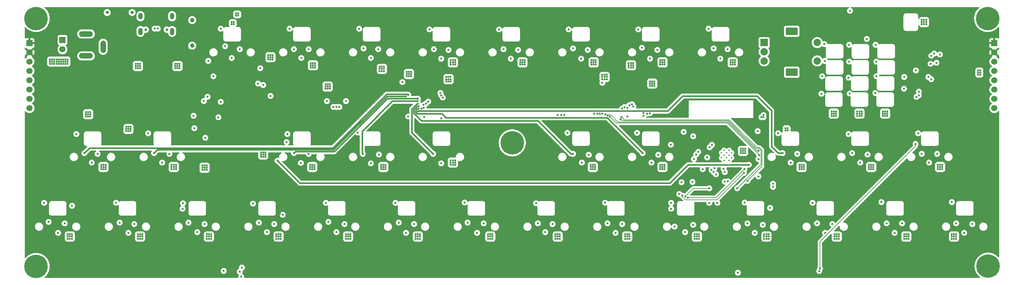
<source format=gbr>
%TF.GenerationSoftware,KiCad,Pcbnew,9.0.2*%
%TF.CreationDate,2026-01-01T18:40:38-05:00*%
%TF.ProjectId,Fracture,46726163-7475-4726-952e-6b696361645f,rev?*%
%TF.SameCoordinates,Original*%
%TF.FileFunction,Copper,L2,Inr*%
%TF.FilePolarity,Positive*%
%FSLAX46Y46*%
G04 Gerber Fmt 4.6, Leading zero omitted, Abs format (unit mm)*
G04 Created by KiCad (PCBNEW 9.0.2) date 2026-01-01 18:40:38*
%MOMM*%
%LPD*%
G01*
G04 APERTURE LIST*
%TA.AperFunction,ComponentPad*%
%ADD10C,0.800000*%
%TD*%
%TA.AperFunction,ComponentPad*%
%ADD11C,6.400000*%
%TD*%
%TA.AperFunction,ComponentPad*%
%ADD12R,1.700000X1.700000*%
%TD*%
%TA.AperFunction,ComponentPad*%
%ADD13C,1.700000*%
%TD*%
%TA.AperFunction,ComponentPad*%
%ADD14R,2.000000X2.000000*%
%TD*%
%TA.AperFunction,ComponentPad*%
%ADD15C,2.000000*%
%TD*%
%TA.AperFunction,ComponentPad*%
%ADD16R,3.200000X2.000000*%
%TD*%
%TA.AperFunction,ComponentPad*%
%ADD17C,0.900000*%
%TD*%
%TA.AperFunction,ComponentPad*%
%ADD18C,1.200000*%
%TD*%
%TA.AperFunction,ComponentPad*%
%ADD19C,0.750000*%
%TD*%
%TA.AperFunction,ComponentPad*%
%ADD20O,1.200000X2.000000*%
%TD*%
%TA.AperFunction,ComponentPad*%
%ADD21O,1.200000X1.800000*%
%TD*%
%TA.AperFunction,ComponentPad*%
%ADD22O,3.800000X1.500000*%
%TD*%
%TA.AperFunction,ComponentPad*%
%ADD23O,1.500000X3.400000*%
%TD*%
%TA.AperFunction,ComponentPad*%
%ADD24C,0.400000*%
%TD*%
%TA.AperFunction,ViaPad*%
%ADD25C,0.600000*%
%TD*%
%TA.AperFunction,Conductor*%
%ADD26C,0.400000*%
%TD*%
%TA.AperFunction,Conductor*%
%ADD27C,0.200000*%
%TD*%
G04 APERTURE END LIST*
D10*
%TO.N,N/C*%
%TO.C,H2*%
X276302944Y-96497056D03*
X277005888Y-94800000D03*
X277005888Y-98194112D03*
X278702944Y-94097056D03*
D11*
X278702944Y-96497056D03*
D10*
X278702944Y-98897056D03*
X280400000Y-94800000D03*
X280400000Y-98194112D03*
X281102944Y-96497056D03*
%TD*%
%TO.N,N/C*%
%TO.C,H5*%
X146400000Y-62800000D03*
X147102944Y-61102944D03*
X147102944Y-64497056D03*
X148800000Y-60400000D03*
D11*
X148800000Y-62800000D03*
D10*
X148800000Y-65200000D03*
X150497056Y-61102944D03*
X150497056Y-64497056D03*
X151200000Y-62800000D03*
%TD*%
D12*
%TO.N,+5V*%
%TO.C,J3*%
X17000000Y-35520000D03*
D13*
X17000000Y-38060000D03*
%TO.N,AGND*%
X17000000Y-40600000D03*
X17000000Y-43140000D03*
%TO.N,RS-485 B*%
X17000000Y-45680000D03*
%TO.N,RS-485 A*%
X17000000Y-48220000D03*
%TO.N,AGND*%
X17000000Y-50760000D03*
%TO.N,D40*%
X17000000Y-53300000D03*
%TD*%
D14*
%TO.N,D1*%
%TO.C,SW4*%
X217575000Y-35400000D03*
D15*
%TO.N,D2*%
X217575000Y-40400000D03*
%TO.N,AGND*%
X217575000Y-37900000D03*
D16*
%TO.N,N/C*%
X225075000Y-32300000D03*
X225075000Y-43500000D03*
D15*
%TO.N,D15*%
X232075000Y-40400000D03*
%TO.N,AGND*%
X232075000Y-35400000D03*
%TD*%
D10*
%TO.N,N/C*%
%TO.C,H3*%
X16400000Y-28800000D03*
X17102944Y-27102944D03*
X17102944Y-30497056D03*
X18800000Y-26400000D03*
D11*
X18800000Y-28800000D03*
D10*
X18800000Y-31200000D03*
X20497056Y-27102944D03*
X20497056Y-30497056D03*
X21200000Y-28800000D03*
%TD*%
%TO.N,N/C*%
%TO.C,H4*%
X276200000Y-28800000D03*
X276902944Y-27102944D03*
X276902944Y-30497056D03*
X278600000Y-26400000D03*
D11*
X278600000Y-28800000D03*
D10*
X278600000Y-31200000D03*
X280297056Y-27102944D03*
X280297056Y-30497056D03*
X281000000Y-28800000D03*
%TD*%
%TO.N,N/C*%
%TO.C,H1*%
X16400000Y-96600000D03*
X17102944Y-94902944D03*
X17102944Y-98297056D03*
X18800000Y-94200000D03*
D11*
X18800000Y-96600000D03*
D10*
X18800000Y-99000000D03*
X20497056Y-94902944D03*
X20497056Y-98297056D03*
X21200000Y-96600000D03*
%TD*%
D12*
%TO.N,+5V*%
%TO.C,J4*%
X280400000Y-35520000D03*
D13*
X280400000Y-38060000D03*
%TO.N,AGND*%
X280400000Y-40600000D03*
X280400000Y-43140000D03*
%TO.N,RS-485 B*%
X280400000Y-45680000D03*
%TO.N,RS-485 A*%
X280400000Y-48220000D03*
%TO.N,AGND*%
X280400000Y-50760000D03*
%TO.N,D42*%
X280400000Y-53300000D03*
%TD*%
D12*
%TO.N,+BATT*%
%TO.C,J1*%
X26000000Y-34710000D03*
D13*
%TO.N,AGND*%
X26000000Y-37250000D03*
%TD*%
D17*
%TO.N,*%
%TO.C,SW1*%
X38200000Y-27187500D03*
X45000000Y-27187500D03*
%TD*%
D18*
%TO.N,*%
%TO.C,CN1*%
X61400000Y-36245000D03*
X61400000Y-29245000D03*
%TD*%
D19*
%TO.N,*%
%TO.C,P1*%
X48700000Y-31862500D03*
X54500000Y-31862500D03*
D20*
%TO.N,N/C*%
X47270000Y-32362500D03*
X55930000Y-32362500D03*
D21*
X55930000Y-28182500D03*
X47270000Y-28182500D03*
%TD*%
D22*
%TO.N,+BATT*%
%TO.C,J2*%
X32435000Y-39037500D03*
%TO.N,AGND*%
X32435000Y-33037500D03*
D23*
%TO.N,N/C*%
X37095000Y-36537500D03*
%TD*%
D24*
%TO.N,*%
%TO.C,U5*%
X208700000Y-66892500D03*
X208700000Y-65492500D03*
X208000000Y-67592500D03*
X208000000Y-66192500D03*
X208000000Y-64792500D03*
X207300000Y-66892500D03*
X207300000Y-65492500D03*
X206600000Y-67592500D03*
X206600000Y-66192500D03*
X206600000Y-64792500D03*
X205900000Y-66892500D03*
X205900000Y-65492500D03*
%TD*%
D25*
%TO.N,AGND*%
X36600000Y-70000000D03*
X122400000Y-89000000D03*
X189200000Y-41400000D03*
X62000000Y-58800000D03*
X246200000Y-69400000D03*
X94200000Y-68800000D03*
X113200000Y-42600000D03*
X133200000Y-68800000D03*
X46600000Y-88400000D03*
X56400000Y-68800000D03*
X85000000Y-87800000D03*
X46000000Y-41200000D03*
X170800000Y-69400000D03*
X218800000Y-87800000D03*
X46600000Y-41200000D03*
X190400000Y-70000000D03*
X132000000Y-46000000D03*
X44600000Y-58400000D03*
X94800000Y-69400000D03*
X247925000Y-49200000D03*
X169400000Y-37400000D03*
X131400000Y-46000000D03*
X114200000Y-70000000D03*
X72200000Y-29800000D03*
X26200000Y-40600000D03*
X170400000Y-41400000D03*
X46000000Y-41800000D03*
X142800000Y-88400000D03*
X186400000Y-46600000D03*
X114200000Y-69400000D03*
X174600000Y-45400000D03*
X257000000Y-88400000D03*
X151600000Y-40200000D03*
X112600000Y-42000000D03*
X152200000Y-40200000D03*
X236800000Y-88400000D03*
X57000000Y-70000000D03*
X23800000Y-40600000D03*
X131400000Y-37400000D03*
X64200000Y-70200000D03*
X145200000Y-31800000D03*
X25000000Y-40600000D03*
X199800000Y-87800000D03*
X250600000Y-55400000D03*
X189800000Y-70000000D03*
X208400000Y-40800000D03*
X260600000Y-29200000D03*
X171600000Y-41400000D03*
X57400000Y-41200000D03*
X98400000Y-46800000D03*
X218800000Y-88400000D03*
X113000000Y-69400000D03*
X261800000Y-29200000D03*
X141000000Y-84800000D03*
X74000000Y-28000000D03*
X99000000Y-48000000D03*
X95000000Y-41600000D03*
X255800000Y-89000000D03*
X171000000Y-40200000D03*
X64600000Y-51400000D03*
X112600000Y-43200000D03*
X93800000Y-42200000D03*
X276000000Y-43000000D03*
X265000000Y-70000000D03*
X85600000Y-89000000D03*
X46600000Y-41800000D03*
X250000000Y-54800000D03*
X276000000Y-43600000D03*
X98400000Y-47400000D03*
X93800000Y-41000000D03*
X237200000Y-55400000D03*
X26600000Y-84800000D03*
X217200000Y-85200000D03*
X240915769Y-49323094D03*
X88000000Y-31600000D03*
X227200000Y-70000000D03*
X121200000Y-44600000D03*
X174000000Y-45400000D03*
X228400000Y-68800000D03*
X120000000Y-44000000D03*
X23200000Y-41200000D03*
X72200000Y-30400000D03*
X240600000Y-45000000D03*
X189200000Y-40800000D03*
X171600000Y-40800000D03*
X37800000Y-68800000D03*
X180200000Y-87800000D03*
X121200000Y-44000000D03*
X85000000Y-89000000D03*
X99000000Y-47400000D03*
X46000000Y-42400000D03*
X104000000Y-89000000D03*
X223400000Y-59400000D03*
X23800000Y-41200000D03*
X244200000Y-54800000D03*
X170200000Y-69400000D03*
X113600000Y-68800000D03*
X244200000Y-54200000D03*
X189800000Y-69400000D03*
X238000000Y-88400000D03*
X55200000Y-65800000D03*
X132600000Y-40800000D03*
X65400000Y-88400000D03*
X248000000Y-36000000D03*
X56800000Y-41200000D03*
X237400000Y-88400000D03*
X25600000Y-41200000D03*
X113000000Y-68800000D03*
X170200000Y-68800000D03*
X269400000Y-89000000D03*
X133200000Y-68200000D03*
X268800000Y-79000000D03*
X95000000Y-42200000D03*
X255800000Y-87800000D03*
X132000000Y-40800000D03*
X130800000Y-45400000D03*
X66600000Y-87800000D03*
X161800000Y-88400000D03*
X208400000Y-41400000D03*
X44000000Y-58400000D03*
X143400000Y-88400000D03*
X174000000Y-44200000D03*
X126200000Y-31800000D03*
X32400000Y-55000000D03*
X47800000Y-89000000D03*
X84400000Y-89000000D03*
X97800000Y-48000000D03*
X181200000Y-41000000D03*
X187000000Y-46600000D03*
X199200000Y-87800000D03*
X218800000Y-89000000D03*
X83400000Y-39400000D03*
X23200000Y-40000000D03*
X85600000Y-87800000D03*
X276600000Y-43000000D03*
X66600000Y-88400000D03*
X104600000Y-87800000D03*
X259600000Y-60200000D03*
X133200000Y-41400000D03*
X133200000Y-67600000D03*
X33000000Y-55600000D03*
X217600000Y-89000000D03*
X33600000Y-54400000D03*
X174600000Y-44800000D03*
X65400000Y-69600000D03*
X180800000Y-88400000D03*
X130800000Y-46000000D03*
X64200000Y-69000000D03*
X236800000Y-89000000D03*
X161200000Y-87800000D03*
X28000000Y-89000000D03*
X112600000Y-42600000D03*
X133200000Y-40200000D03*
X35600000Y-65800000D03*
X94200000Y-69400000D03*
X24400000Y-41200000D03*
X263000000Y-41200000D03*
X65400000Y-70200000D03*
X270000000Y-87800000D03*
X56800000Y-41800000D03*
X64800000Y-85000000D03*
X198600000Y-87800000D03*
X21000000Y-79200000D03*
X186400000Y-46000000D03*
X123600000Y-88400000D03*
X123000000Y-89000000D03*
X107000000Y-31600000D03*
X81400000Y-66000000D03*
X179600000Y-89000000D03*
X25600000Y-40000000D03*
X81400000Y-66600000D03*
X190400000Y-40800000D03*
X93600000Y-70000000D03*
X218200000Y-89000000D03*
X95000000Y-41000000D03*
X211800000Y-64400000D03*
X268800000Y-88400000D03*
X266200000Y-69400000D03*
X103400000Y-89000000D03*
X240800000Y-40600000D03*
X180800000Y-89000000D03*
X132600000Y-68800000D03*
X132000000Y-40200000D03*
X113800000Y-42000000D03*
X28600000Y-88400000D03*
X124800000Y-55800000D03*
X47800000Y-87800000D03*
X187600000Y-46000000D03*
X189800000Y-40200000D03*
X57000000Y-69400000D03*
X264800000Y-65800000D03*
X113600000Y-70000000D03*
X27400000Y-89000000D03*
X142200000Y-89000000D03*
X72800000Y-29800000D03*
X217600000Y-88400000D03*
X27400000Y-88400000D03*
X265600000Y-69400000D03*
X170800000Y-68800000D03*
X112400000Y-66000000D03*
X178800000Y-85000000D03*
X173400000Y-44200000D03*
X190400000Y-41400000D03*
X47200000Y-41200000D03*
X256400000Y-87800000D03*
X44600000Y-59000000D03*
X233200000Y-49400000D03*
X276000000Y-44200000D03*
X227200000Y-69400000D03*
X180200000Y-55600000D03*
X47800000Y-88400000D03*
X269400000Y-88400000D03*
X237400000Y-87800000D03*
X236600000Y-54200000D03*
X98400000Y-48000000D03*
X131400000Y-44800000D03*
X33600000Y-55600000D03*
X190400000Y-40200000D03*
X171400000Y-68800000D03*
X58900000Y-79300000D03*
X187000000Y-47200000D03*
X22600000Y-40000000D03*
X82200000Y-40000000D03*
X113600000Y-69400000D03*
X233400000Y-44600000D03*
X37800000Y-69400000D03*
X82806897Y-49985861D03*
X260600000Y-29800000D03*
X26800000Y-41200000D03*
X256400000Y-88400000D03*
X151000000Y-40200000D03*
X93800000Y-41600000D03*
X55800000Y-68800000D03*
X82200000Y-38800000D03*
X32400000Y-54400000D03*
X82800000Y-40000000D03*
X173400000Y-44800000D03*
X248200000Y-44600000D03*
X209600000Y-40800000D03*
X171600000Y-40200000D03*
X188400000Y-37400000D03*
X216800000Y-55800000D03*
X97903054Y-79204054D03*
X47200000Y-87800000D03*
X26800000Y-40000000D03*
X209000000Y-41400000D03*
X236200000Y-85000000D03*
X80800000Y-66000000D03*
X183200000Y-31800000D03*
X87400000Y-60400000D03*
X132000000Y-41400000D03*
X174600000Y-44200000D03*
X123600000Y-89000000D03*
X37200000Y-70000000D03*
X211200000Y-65600000D03*
X130800000Y-44800000D03*
X26800000Y-40600000D03*
X56400000Y-70000000D03*
X228400000Y-69400000D03*
X135803054Y-79104054D03*
X22600000Y-41200000D03*
X261800000Y-29800000D03*
X74400000Y-37200000D03*
X209000000Y-40200000D03*
X57400000Y-42400000D03*
X113200000Y-43200000D03*
X82800000Y-38800000D03*
X81400000Y-65400000D03*
X25600000Y-40600000D03*
X43400000Y-58400000D03*
X93600000Y-68800000D03*
X56800000Y-42400000D03*
X257000000Y-89000000D03*
X223400000Y-58800000D03*
X44000000Y-59000000D03*
X257000000Y-87800000D03*
X261200000Y-29800000D03*
X174000000Y-44800000D03*
X83400000Y-38800000D03*
X190400000Y-68800000D03*
X113800000Y-42600000D03*
X113000000Y-70000000D03*
X43400000Y-59600000D03*
X180200000Y-89000000D03*
X78000000Y-79400000D03*
X192200000Y-79200000D03*
X132000000Y-45400000D03*
X113800000Y-43200000D03*
X261200000Y-29200000D03*
X85600000Y-88400000D03*
X104000000Y-87800000D03*
X227800000Y-68800000D03*
X46600000Y-42400000D03*
X256400000Y-89000000D03*
X132600000Y-67600000D03*
X47200000Y-88400000D03*
X43400000Y-59000000D03*
X80200000Y-66000000D03*
X181200000Y-42200000D03*
X24400000Y-40000000D03*
X190400000Y-69400000D03*
X209600000Y-41400000D03*
X265000000Y-69400000D03*
X181800000Y-42200000D03*
X173400000Y-45400000D03*
X24400000Y-40600000D03*
X217400000Y-55800000D03*
X94400000Y-41000000D03*
X65400000Y-89000000D03*
X33000000Y-55000000D03*
X27400000Y-40000000D03*
X120000000Y-44600000D03*
X240800000Y-36000000D03*
X211800000Y-65000000D03*
X202400000Y-31600000D03*
X57400000Y-41800000D03*
X26200000Y-40000000D03*
X217400000Y-55200000D03*
X246800000Y-69400000D03*
X189200000Y-69400000D03*
X83400000Y-40000000D03*
X151600000Y-41400000D03*
X66000000Y-88400000D03*
X143400000Y-89000000D03*
X245800000Y-66000000D03*
X199200000Y-88400000D03*
X189800000Y-40800000D03*
X180600000Y-41600000D03*
X247400000Y-68800000D03*
X179600000Y-88400000D03*
X123000000Y-88400000D03*
X180800000Y-87800000D03*
X159800000Y-85000000D03*
X224000000Y-59400000D03*
X274400000Y-85000000D03*
X209600000Y-40200000D03*
X211200000Y-65000000D03*
X276600000Y-44200000D03*
X227200000Y-68800000D03*
X120600000Y-44600000D03*
X181800000Y-41600000D03*
X132000000Y-67600000D03*
X36600000Y-68800000D03*
X261200000Y-30400000D03*
X29800000Y-60400000D03*
X226600000Y-65800000D03*
X120600000Y-44000000D03*
X80800000Y-66600000D03*
X182875000Y-60075000D03*
X243000000Y-55400000D03*
X244200000Y-55400000D03*
X265600000Y-70000000D03*
X187600000Y-46600000D03*
X255800000Y-88400000D03*
X55800000Y-69400000D03*
X170400000Y-40200000D03*
X151600000Y-40800000D03*
X73400000Y-28000000D03*
X80200000Y-66600000D03*
X169675000Y-66075000D03*
X65400000Y-87800000D03*
X58000000Y-41800000D03*
X73400000Y-27400000D03*
X270000000Y-89000000D03*
X27400000Y-41200000D03*
X236600000Y-54800000D03*
X276600000Y-43600000D03*
X247400000Y-70000000D03*
X236600000Y-55400000D03*
X25000000Y-40000000D03*
X94400000Y-41600000D03*
X152200000Y-41400000D03*
X44600000Y-59600000D03*
X236000000Y-55400000D03*
X155305417Y-79305417D03*
X161200000Y-88400000D03*
X64200000Y-69600000D03*
X104600000Y-89000000D03*
X212400000Y-65600000D03*
X150400000Y-37400000D03*
X161800000Y-89000000D03*
X160600000Y-89000000D03*
X189200000Y-70000000D03*
X250000000Y-55400000D03*
X58000000Y-41200000D03*
X36600000Y-69400000D03*
X112200000Y-37200000D03*
X72800000Y-30400000D03*
X46600000Y-87800000D03*
X198600000Y-88400000D03*
X238000000Y-89000000D03*
X49400000Y-60200000D03*
X122400000Y-88400000D03*
X28000000Y-87800000D03*
X131400000Y-45400000D03*
X132000000Y-68200000D03*
X237200000Y-54200000D03*
X266200000Y-70000000D03*
X248200000Y-40600000D03*
X55800000Y-70000000D03*
X265600000Y-68800000D03*
X93200000Y-37200000D03*
X171400000Y-70000000D03*
X243000000Y-54200000D03*
X251200000Y-54800000D03*
X132600000Y-68200000D03*
X199800000Y-88400000D03*
X103400000Y-88400000D03*
X23800000Y-40000000D03*
X32400000Y-55600000D03*
X249600000Y-79000000D03*
X236800000Y-87800000D03*
X180200000Y-88400000D03*
X64800000Y-70200000D03*
X212253554Y-79124000D03*
X114200000Y-68800000D03*
X236000000Y-54200000D03*
X37200000Y-69400000D03*
X151000000Y-40800000D03*
X123600000Y-87800000D03*
X246200000Y-68800000D03*
X243600000Y-54800000D03*
X74000000Y-27400000D03*
X255200000Y-84800000D03*
X179600000Y-87800000D03*
X122400000Y-87800000D03*
X120600000Y-43400000D03*
X181800000Y-41000000D03*
X47200000Y-89000000D03*
X143400000Y-87800000D03*
X218200000Y-88400000D03*
X198600000Y-89000000D03*
X104600000Y-88400000D03*
X103000000Y-85000000D03*
X209000000Y-40800000D03*
X93600000Y-69400000D03*
X64800000Y-69000000D03*
X187600000Y-47200000D03*
X171400000Y-69400000D03*
X250600000Y-54800000D03*
X56400000Y-69400000D03*
X79400000Y-46600000D03*
X84400000Y-88400000D03*
X80200000Y-65400000D03*
X40642485Y-79166485D03*
X261800000Y-30400000D03*
X44000000Y-59600000D03*
X211800000Y-65600000D03*
X116903554Y-79203554D03*
X142200000Y-88400000D03*
X234000000Y-35800000D03*
X22600000Y-40600000D03*
X189800000Y-68800000D03*
X199200000Y-89000000D03*
X243000000Y-54800000D03*
X227800000Y-70000000D03*
X161800000Y-87800000D03*
X187000000Y-46000000D03*
X28600000Y-87800000D03*
X69200000Y-31600000D03*
X94200000Y-70000000D03*
X93200000Y-65800000D03*
X189200000Y-40200000D03*
X269400000Y-87800000D03*
X151000000Y-41400000D03*
X251200000Y-54200000D03*
X142200000Y-87800000D03*
X237200000Y-54800000D03*
X142800000Y-89000000D03*
X266200000Y-68800000D03*
X270000000Y-88400000D03*
X237400000Y-89000000D03*
X106600000Y-60000000D03*
X160600000Y-88400000D03*
X121200000Y-43400000D03*
X45600000Y-85000000D03*
X188675000Y-66075000D03*
X243600000Y-54200000D03*
X238000000Y-87800000D03*
X80800000Y-65400000D03*
X94400000Y-42200000D03*
X82200000Y-39400000D03*
X198200000Y-85200000D03*
X26200000Y-41200000D03*
X132000000Y-68800000D03*
X99000000Y-46800000D03*
X164200000Y-31800000D03*
X132600000Y-40200000D03*
X251200000Y-55400000D03*
X217600000Y-87800000D03*
X189200000Y-68800000D03*
X207600000Y-37200000D03*
X37800000Y-70000000D03*
X58000000Y-42400000D03*
X69200000Y-51600000D03*
X211200000Y-64400000D03*
X37200000Y-68800000D03*
X132600000Y-41400000D03*
X260600000Y-30400000D03*
X120000000Y-43400000D03*
X82800000Y-39400000D03*
X66600000Y-89000000D03*
X247400000Y-69400000D03*
X227800000Y-69400000D03*
X122000000Y-85000000D03*
X161200000Y-89000000D03*
X33600000Y-55000000D03*
X180600000Y-41000000D03*
X28600000Y-89000000D03*
X85000000Y-88400000D03*
X246800000Y-70000000D03*
X170400000Y-40800000D03*
X103400000Y-87800000D03*
X132000000Y-44800000D03*
X212400000Y-64400000D03*
X171000000Y-40800000D03*
X142800000Y-87800000D03*
X152200000Y-40800000D03*
X243600000Y-55400000D03*
X250000000Y-54200000D03*
X268800000Y-87800000D03*
X265000000Y-68800000D03*
X64800000Y-69600000D03*
X199800000Y-89000000D03*
X180600000Y-42200000D03*
X240600000Y-60400000D03*
X27400000Y-87800000D03*
X46600000Y-89000000D03*
X66000000Y-87800000D03*
X189800000Y-41400000D03*
X27400000Y-40600000D03*
X268800000Y-89000000D03*
X94800000Y-68800000D03*
X236000000Y-54800000D03*
X174153554Y-79153554D03*
X104000000Y-88400000D03*
X47200000Y-42400000D03*
X228400000Y-70000000D03*
X28000000Y-88400000D03*
X250600000Y-54200000D03*
X224000000Y-58800000D03*
X221400000Y-60200000D03*
X186400000Y-47200000D03*
X181200000Y-41600000D03*
X246800000Y-68800000D03*
X123000000Y-87800000D03*
X57000000Y-68800000D03*
X170800000Y-70000000D03*
X234125000Y-40400000D03*
X66000000Y-89000000D03*
X97800000Y-46800000D03*
X246200000Y-70000000D03*
X65400000Y-69000000D03*
X83800000Y-85000000D03*
X97800000Y-47400000D03*
X170200000Y-70000000D03*
X94800000Y-70000000D03*
X113200000Y-42000000D03*
X84400000Y-87800000D03*
X25000000Y-41200000D03*
X163875000Y-60075000D03*
X133200000Y-40800000D03*
X171000000Y-41400000D03*
X218200000Y-87800000D03*
X47200000Y-41800000D03*
X230800000Y-79200000D03*
X33000000Y-54400000D03*
X23200000Y-40600000D03*
X212400000Y-65000000D03*
X160600000Y-87800000D03*
X208400000Y-40200000D03*
%TO.N,BUZZER_DATA*%
X202600000Y-79200000D03*
X204800000Y-79200000D03*
%TO.N,+3.3VA*%
X81800000Y-87200000D03*
X118800000Y-46200000D03*
X186800000Y-68200000D03*
X53200000Y-68200000D03*
X148400000Y-39800000D03*
X234200000Y-87400000D03*
X167800000Y-68200000D03*
X72200000Y-39600000D03*
X110200000Y-39600000D03*
X129400000Y-68400000D03*
X167600000Y-39800000D03*
X91200000Y-39600000D03*
X100000000Y-53000000D03*
X103400000Y-51400000D03*
X253200000Y-87400000D03*
X215000000Y-87400000D03*
X243800000Y-68200000D03*
X262600000Y-68200000D03*
X101600000Y-53000000D03*
X177000000Y-87400000D03*
X186400000Y-39800000D03*
X139200000Y-87400000D03*
X98200000Y-51400000D03*
X62800000Y-87200000D03*
X100800000Y-87200000D03*
X91100000Y-68300000D03*
X224800000Y-68200000D03*
X272200000Y-87400000D03*
X110200000Y-68400000D03*
X44000000Y-87400000D03*
X205600000Y-39800000D03*
X34000000Y-68200000D03*
X129400000Y-39800000D03*
X100800000Y-53000000D03*
X173400000Y-46400000D03*
X196000000Y-87200000D03*
X24800000Y-87400000D03*
X157800000Y-87200000D03*
X119800000Y-87400000D03*
%TO.N,GPIO 0*%
X195012501Y-73574999D03*
X241000000Y-26701000D03*
%TO.N,+5V*%
X275987500Y-82187500D03*
X161587500Y-82187500D03*
X254400000Y-43800000D03*
X39600000Y-53800000D03*
X180787500Y-82187500D03*
X171187500Y-34587500D03*
X104387500Y-82187500D03*
X56787500Y-63187500D03*
X94987500Y-34587500D03*
X218787500Y-82187500D03*
X56200000Y-57600000D03*
X171187500Y-63187500D03*
X28387500Y-82387500D03*
X253800000Y-52301000D03*
X87800000Y-46800000D03*
X253594235Y-47994234D03*
X246900000Y-48100000D03*
X113987500Y-34587500D03*
X66387500Y-82187500D03*
X247387500Y-63187500D03*
X239800000Y-52600000D03*
X266387500Y-63187500D03*
X247000000Y-43800000D03*
X246800000Y-52800000D03*
X239800000Y-48000000D03*
X47387500Y-82187500D03*
X50400000Y-30400000D03*
X240200000Y-39427122D03*
X96600000Y-58800000D03*
X114400000Y-60000000D03*
X190187500Y-63187500D03*
X190187500Y-34587500D03*
X142587500Y-82187500D03*
X37800000Y-63200000D03*
X85387500Y-82187500D03*
X228387500Y-63187500D03*
X133187500Y-34587500D03*
X53000000Y-30400000D03*
X259800000Y-26800000D03*
X199787500Y-82187500D03*
X254800000Y-39000000D03*
X94987500Y-63187500D03*
X256987500Y-82187500D03*
X237787500Y-82187500D03*
X133187500Y-63187500D03*
X239800000Y-43800000D03*
X113987500Y-63187500D03*
X123587500Y-82187500D03*
X75987500Y-34587500D03*
X209187500Y-34587500D03*
X246900000Y-39300000D03*
X152187500Y-34587500D03*
%TO.N,+3.3V*%
X194400000Y-76800000D03*
X215800000Y-59600000D03*
X245600000Y-34400000D03*
X65800000Y-40400000D03*
X61800000Y-55400000D03*
%TO.N,+3.3VB*%
X80800000Y-47000000D03*
X67200000Y-44600000D03*
%TO.N,D2*%
X198200000Y-61000000D03*
%TO.N,D35*%
X198000000Y-73500000D03*
X259000000Y-43000000D03*
%TO.N,D1*%
X195600000Y-59800000D03*
%TO.N,D15*%
X216000000Y-67250000D03*
%TO.N,D38*%
X262400000Y-44800000D03*
X200801000Y-70000000D03*
%TO.N,D36*%
X255800000Y-44800000D03*
X203200000Y-70175735D03*
%TO.N,D37*%
X204000000Y-69750000D03*
X255750000Y-48000000D03*
%TO.N,D39*%
X202000000Y-66800000D03*
X259800000Y-48800000D03*
%TO.N,D47*%
X264600000Y-40925002D03*
X204400000Y-71400000D03*
%TO.N,D41*%
X199000000Y-66000000D03*
X263200000Y-39000000D03*
%TO.N,D42*%
X199600000Y-65248528D03*
X265554265Y-38645735D03*
%TO.N,D40*%
X264000000Y-38400000D03*
X198400000Y-67200000D03*
%TO.N,D48*%
X203775735Y-70775735D03*
X263200000Y-45400000D03*
%TO.N,DRX*%
X202696475Y-64000000D03*
X259800000Y-49800000D03*
%TO.N,DTX*%
X203296475Y-63345002D03*
X259134358Y-50243761D03*
%TO.N,D+*%
X220000000Y-74825000D03*
X51175000Y-31567544D03*
%TO.N,D-*%
X52025000Y-31567544D03*
X220000000Y-73975000D03*
%TO.N,RS-485 A*%
X74400000Y-98000000D03*
X74800000Y-99400000D03*
%TO.N,MUTE_B*%
X80000000Y-42400000D03*
X84700000Y-67700000D03*
X213400000Y-68800000D03*
%TO.N,Net-(U10-VIN2)*%
X65600000Y-50200000D03*
X68575735Y-55824265D03*
%TO.N,AM0:0*%
X70400000Y-36400000D03*
X124000000Y-53501336D03*
%TO.N,AM0:1*%
X89200000Y-37200000D03*
X124625544Y-53187171D03*
%TO.N,AM0:2*%
X108200000Y-37000000D03*
X124600000Y-52400000D03*
%TO.N,AM0:3*%
X127400000Y-37200000D03*
X125235165Y-52077885D03*
%TO.N,AM0:4*%
X146400000Y-37200000D03*
X125835165Y-51521492D03*
%TO.N,AM0:5*%
X165400000Y-37000000D03*
X129825285Y-50435788D03*
%TO.N,AM0:6*%
X129421360Y-49864081D03*
X184200000Y-36800000D03*
%TO.N,AM0:7*%
X129200000Y-49200000D03*
X203800000Y-37000000D03*
%TO.N,AM0:8*%
X32000000Y-65600000D03*
X120426102Y-49700000D03*
%TO.N,AM0:9*%
X51000000Y-65600000D03*
X119800000Y-50099997D03*
%TO.N,AM0:10*%
X123000000Y-50699997D03*
X89200000Y-65600000D03*
%TO.N,AM0:11*%
X123000000Y-51400000D03*
X108000000Y-65800000D03*
%TO.N,AM0:12*%
X122978640Y-52135919D03*
X127200000Y-65800000D03*
%TO.N,AM0:13*%
X123200000Y-52800000D03*
X165400000Y-65800000D03*
%TO.N,AM0:14*%
X123221360Y-53501336D03*
X184400000Y-65600000D03*
%TO.N,AM0:15*%
X123000000Y-54200000D03*
X222600000Y-65600000D03*
%TO.N,AM1:0*%
X241600000Y-65600000D03*
X185600000Y-54800000D03*
%TO.N,SELECT2*%
X129400000Y-56128500D03*
X178646446Y-55753554D03*
X213000000Y-73200000D03*
X120400000Y-55600000D03*
%TO.N,SELECT0*%
X184657169Y-54702336D03*
X174777804Y-55327500D03*
X216000000Y-65000000D03*
%TO.N,SELECT3*%
X178337468Y-56381675D03*
X210200000Y-75200000D03*
%TO.N,SELECT1*%
X175415439Y-55628708D03*
X216200000Y-66200000D03*
X184600000Y-55400000D03*
%TO.N,UART_TX*%
X212200000Y-70000000D03*
X196763009Y-77764474D03*
%TO.N,I2S BCLK*%
X206800000Y-73400000D03*
X206507815Y-69892185D03*
%TO.N,UART_RX*%
X212024265Y-71024265D03*
X195236796Y-77200000D03*
%TO.N,I2S LRCK*%
X206824265Y-70775735D03*
X207675735Y-73324265D03*
%TO.N,UART MODE*%
X202600000Y-75225002D03*
X196034313Y-77434313D03*
%TO.N,AM1:1*%
X186374266Y-54725737D03*
X260600000Y-65800000D03*
%TO.N,AM1:11*%
X193129404Y-85670596D03*
X171200000Y-54800000D03*
%TO.N,AM1:5*%
X180200000Y-53200000D03*
X79600000Y-84600000D03*
%TO.N,AM1:3*%
X41600000Y-84600000D03*
X181513113Y-52260977D03*
%TO.N,AM1:7*%
X178800000Y-53400000D03*
X117800000Y-84600000D03*
%TO.N,AM1:14*%
X251000000Y-84800000D03*
X173400000Y-54800000D03*
%TO.N,AM1:15*%
X270000000Y-84800000D03*
X174168821Y-54982328D03*
%TO.N,AM1:10*%
X163000000Y-55200000D03*
X174800000Y-84800000D03*
%TO.N,AM1:9*%
X162200000Y-55200000D03*
X155800000Y-84800000D03*
%TO.N,AM1:6*%
X98600000Y-84400000D03*
X179421765Y-53021765D03*
%TO.N,AM1:12*%
X213000000Y-84829000D03*
X171999994Y-54800000D03*
%TO.N,AM1:8*%
X136600000Y-84600000D03*
X161200000Y-55200000D03*
%TO.N,AM1:4*%
X60400000Y-84600000D03*
X180796031Y-52506731D03*
%TO.N,AM1:2*%
X22200000Y-84400000D03*
X181841997Y-52878908D03*
%TO.N,AM1:13*%
X232000000Y-84800000D03*
X172699997Y-54800000D03*
%TO.N,Net-(LED8-DOUT)*%
X75000000Y-96900000D03*
X232623607Y-97847214D03*
X210400000Y-98297999D03*
X70000000Y-97800000D03*
%TO.N,Net-(LED10-DOUT)*%
X87200000Y-62600000D03*
X65000000Y-61400000D03*
%TO.N,Net-(LED17-DOUT)*%
X219200000Y-80600000D03*
X192200000Y-80800000D03*
%TO.N,Net-(LED24-DOUT)*%
X58800000Y-80800000D03*
X86143308Y-82449719D03*
%TO.N,Net-(LED27-DOUT)*%
X258894250Y-63094250D03*
X232807673Y-97171845D03*
X28600000Y-80000000D03*
%TO.N,Net-(LED15-DOUT)*%
X216000000Y-72000000D03*
X192100000Y-63300000D03*
%TD*%
D26*
%TO.N,MUTE_B*%
X191800000Y-73800000D02*
X90800000Y-73800000D01*
X213400000Y-68800000D02*
X196800000Y-68800000D01*
X90800000Y-73800000D02*
X84700000Y-67700000D01*
X196800000Y-68800000D02*
X191800000Y-73800000D01*
%TO.N,AM0:8*%
X114483961Y-49498997D02*
X99785958Y-64197000D01*
X120225099Y-49498997D02*
X114483961Y-49498997D01*
X99785958Y-64197000D02*
X33403000Y-64197000D01*
X120426102Y-49700000D02*
X120225099Y-49498997D01*
X33403000Y-64197000D02*
X32000000Y-65600000D01*
%TO.N,AM0:9*%
X99993480Y-64698000D02*
X114591482Y-50099997D01*
X114591482Y-50099997D02*
X119800000Y-50099997D01*
X51000000Y-65600000D02*
X51902000Y-64698000D01*
X51902000Y-64698000D02*
X99993480Y-64698000D01*
%TO.N,AM0:10*%
X123000000Y-50699997D02*
X114700003Y-50699997D01*
X100201000Y-65199000D02*
X89601000Y-65199000D01*
X89601000Y-65199000D02*
X89200000Y-65600000D01*
X114700003Y-50699997D02*
X100201000Y-65199000D01*
%TO.N,AM0:11*%
X123000000Y-51400000D02*
X116049943Y-51400000D01*
X107824000Y-59625943D02*
X107824000Y-65624000D01*
X116049943Y-51400000D02*
X107824000Y-59625943D01*
X107824000Y-65624000D02*
X108000000Y-65800000D01*
%TO.N,AM0:12*%
X122797098Y-52135919D02*
X121397000Y-53536017D01*
X121397000Y-59997000D02*
X127200000Y-65800000D01*
X121397000Y-53536017D02*
X121397000Y-59997000D01*
X122978640Y-52135919D02*
X122797098Y-52135919D01*
%TO.N,AM0:13*%
X121898000Y-54656463D02*
X124041537Y-56800000D01*
X155800000Y-56800000D02*
X164800000Y-65800000D01*
X123200000Y-52800000D02*
X122841537Y-52800000D01*
X124041537Y-56800000D02*
X155800000Y-56800000D01*
X121898000Y-53743537D02*
X121898000Y-54656463D01*
X122841537Y-52800000D02*
X121898000Y-53743537D01*
X164800000Y-65800000D02*
X165400000Y-65800000D01*
%TO.N,AM0:14*%
X122399000Y-54448943D02*
X122750057Y-54800000D01*
X122750057Y-54800000D02*
X129600000Y-54800000D01*
X122848721Y-53501336D02*
X122399000Y-53951057D01*
X123221360Y-53501336D02*
X122848721Y-53501336D01*
X122399000Y-53951057D02*
X122399000Y-54448943D01*
X130728500Y-55928500D02*
X174728500Y-55928500D01*
X174728500Y-55928500D02*
X184400000Y-65600000D01*
X129600000Y-54800000D02*
X130728500Y-55928500D01*
%TO.N,AM0:15*%
X195301336Y-50000000D02*
X215600000Y-50000000D01*
X219600000Y-63800000D02*
X221400000Y-65600000D01*
X191200000Y-54101336D02*
X195301336Y-50000000D01*
X123000000Y-54200000D02*
X123098664Y-54101336D01*
X215600000Y-50000000D02*
X219600000Y-54000000D01*
X221400000Y-65600000D02*
X222600000Y-65600000D01*
X123098664Y-54101336D02*
X191200000Y-54101336D01*
X219600000Y-54000000D02*
X219600000Y-63800000D01*
D27*
%TO.N,SELECT2*%
X179800000Y-56497000D02*
X208000000Y-56497000D01*
X208000000Y-56522966D02*
X215576034Y-64099000D01*
X208000000Y-56497000D02*
X208000000Y-56522966D01*
X216000000Y-64099000D02*
X216324678Y-64099000D01*
X217002000Y-64776322D02*
X217002000Y-69198000D01*
X217002000Y-69198000D02*
X213000000Y-73200000D01*
X178646446Y-55753554D02*
X179389892Y-56497000D01*
X216324678Y-64099000D02*
X217002000Y-64776322D01*
X179389892Y-56497000D02*
X179800000Y-56497000D01*
X215576034Y-64099000D02*
X216000000Y-64099000D01*
%TO.N,SELECT0*%
X215625678Y-65000000D02*
X216000000Y-65000000D01*
X174977596Y-55127708D02*
X175622960Y-55127708D01*
X175622960Y-55127708D02*
X177594252Y-57099000D01*
X207724678Y-57099000D02*
X215625678Y-65000000D01*
X177594252Y-57099000D02*
X207724678Y-57099000D01*
X174777804Y-55327500D02*
X174977596Y-55127708D01*
%TO.N,SELECT3*%
X216200000Y-64400000D02*
X216701000Y-64901000D01*
X178753793Y-56798000D02*
X207849356Y-56798000D01*
X216701000Y-64901000D02*
X216701000Y-68699000D01*
X216701000Y-68699000D02*
X210200000Y-75200000D01*
X215451356Y-64400000D02*
X216200000Y-64400000D01*
X178337468Y-56381675D02*
X178753793Y-56798000D01*
X207849356Y-56798000D02*
X215451356Y-64400000D01*
%TO.N,SELECT1*%
X175415439Y-55628708D02*
X177186731Y-57400000D01*
X177186731Y-57400000D02*
X207600000Y-57400000D01*
X207600000Y-57400000D02*
X216200000Y-66000000D01*
X216200000Y-66000000D02*
X216200000Y-66200000D01*
%TO.N,UART_TX*%
X204435526Y-77764474D02*
X212200000Y-70000000D01*
X196763009Y-77764474D02*
X204435526Y-77764474D01*
%TO.N,UART_RX*%
X195236796Y-77200000D02*
X195236796Y-77486739D01*
X195236796Y-77486739D02*
X196115531Y-78365474D01*
X204683056Y-78365474D02*
X212024265Y-71024265D01*
X196115531Y-78365474D02*
X204683056Y-78365474D01*
%TO.N,UART MODE*%
X198243624Y-75225002D02*
X202600000Y-75225002D01*
X196034313Y-77434313D02*
X198243624Y-75225002D01*
%TO.N,Net-(LED27-DOUT)*%
X232807673Y-89828501D02*
X258894250Y-63741924D01*
X258894250Y-63741924D02*
X258894250Y-63094250D01*
X232807673Y-97171845D02*
X232807673Y-89828501D01*
%TD*%
%TA.AperFunction,Conductor*%
%TO.N,+5V*%
G36*
X240767263Y-25720185D02*
G01*
X240813018Y-25772989D01*
X240822962Y-25842147D01*
X240793937Y-25905703D01*
X240747676Y-25939061D01*
X240620827Y-25991602D01*
X240620814Y-25991609D01*
X240489711Y-26079210D01*
X240489707Y-26079213D01*
X240378213Y-26190707D01*
X240378210Y-26190711D01*
X240290609Y-26321814D01*
X240290602Y-26321827D01*
X240230264Y-26467498D01*
X240230261Y-26467510D01*
X240199500Y-26622153D01*
X240199500Y-26779846D01*
X240230261Y-26934489D01*
X240230264Y-26934501D01*
X240290602Y-27080172D01*
X240290609Y-27080185D01*
X240378210Y-27211288D01*
X240378213Y-27211292D01*
X240489707Y-27322786D01*
X240489711Y-27322789D01*
X240620814Y-27410390D01*
X240620827Y-27410397D01*
X240740707Y-27460052D01*
X240766503Y-27470737D01*
X240921153Y-27501499D01*
X240921156Y-27501500D01*
X240921158Y-27501500D01*
X241078844Y-27501500D01*
X241078845Y-27501499D01*
X241233497Y-27470737D01*
X241379179Y-27410394D01*
X241510289Y-27322789D01*
X241621789Y-27211289D01*
X241709394Y-27080179D01*
X241769737Y-26934497D01*
X241800500Y-26779842D01*
X241800500Y-26622158D01*
X241800500Y-26622155D01*
X241800499Y-26622153D01*
X241769738Y-26467510D01*
X241769737Y-26467503D01*
X241762155Y-26449198D01*
X241709397Y-26321827D01*
X241709390Y-26321814D01*
X241621789Y-26190711D01*
X241621786Y-26190707D01*
X241510292Y-26079213D01*
X241510288Y-26079210D01*
X241379185Y-25991609D01*
X241379172Y-25991602D01*
X241252324Y-25939061D01*
X241197920Y-25895220D01*
X241175855Y-25828926D01*
X241193134Y-25761227D01*
X241244271Y-25713616D01*
X241299776Y-25700500D01*
X276197062Y-25700500D01*
X276264101Y-25720185D01*
X276309856Y-25772989D01*
X276319800Y-25842147D01*
X276290775Y-25905703D01*
X276275727Y-25920353D01*
X276111893Y-26054807D01*
X275854807Y-26311893D01*
X275624150Y-26592950D01*
X275624140Y-26592964D01*
X275422151Y-26895261D01*
X275422140Y-26895279D01*
X275250756Y-27215916D01*
X275250754Y-27215921D01*
X275111614Y-27551834D01*
X275006067Y-27899776D01*
X275006064Y-27899787D01*
X274935137Y-28256369D01*
X274912067Y-28490609D01*
X274899500Y-28618206D01*
X274899500Y-28981794D01*
X274904274Y-29030260D01*
X274935137Y-29343630D01*
X275006064Y-29700212D01*
X275006067Y-29700223D01*
X275111614Y-30048165D01*
X275201377Y-30264871D01*
X275224689Y-30321153D01*
X275250754Y-30384078D01*
X275250756Y-30384083D01*
X275422140Y-30704720D01*
X275422151Y-30704738D01*
X275624140Y-31007035D01*
X275624150Y-31007049D01*
X275854807Y-31288106D01*
X276111893Y-31545192D01*
X276111898Y-31545196D01*
X276111899Y-31545197D01*
X276392956Y-31775854D01*
X276695268Y-31977853D01*
X276695277Y-31977858D01*
X276695279Y-31977859D01*
X277015916Y-32149243D01*
X277015918Y-32149243D01*
X277015924Y-32149247D01*
X277351836Y-32288386D01*
X277699767Y-32393930D01*
X277699773Y-32393931D01*
X277699776Y-32393932D01*
X277699787Y-32393935D01*
X278056369Y-32464862D01*
X278418206Y-32500500D01*
X278418209Y-32500500D01*
X278781791Y-32500500D01*
X278781794Y-32500500D01*
X279143631Y-32464862D01*
X279213045Y-32451054D01*
X279500212Y-32393935D01*
X279500223Y-32393932D01*
X279500223Y-32393931D01*
X279500233Y-32393930D01*
X279848164Y-32288386D01*
X280184076Y-32149247D01*
X280504732Y-31977853D01*
X280807044Y-31775854D01*
X281088101Y-31545197D01*
X281345197Y-31288101D01*
X281479647Y-31124271D01*
X281537392Y-31084938D01*
X281607237Y-31083067D01*
X281667005Y-31119254D01*
X281697721Y-31182010D01*
X281699500Y-31202937D01*
X281699500Y-34134192D01*
X281679815Y-34201231D01*
X281627011Y-34246986D01*
X281557853Y-34256930D01*
X281501190Y-34233460D01*
X281492088Y-34226646D01*
X281492086Y-34226645D01*
X281357379Y-34176403D01*
X281357372Y-34176401D01*
X281297844Y-34170000D01*
X280650000Y-34170000D01*
X280650000Y-35086988D01*
X280592993Y-35054075D01*
X280465826Y-35020000D01*
X280334174Y-35020000D01*
X280207007Y-35054075D01*
X280150000Y-35086988D01*
X280150000Y-34170000D01*
X279502155Y-34170000D01*
X279442627Y-34176401D01*
X279442620Y-34176403D01*
X279307913Y-34226645D01*
X279307906Y-34226649D01*
X279192812Y-34312809D01*
X279192809Y-34312812D01*
X279106649Y-34427906D01*
X279106645Y-34427913D01*
X279056403Y-34562620D01*
X279056401Y-34562627D01*
X279050000Y-34622155D01*
X279050000Y-35270000D01*
X279966988Y-35270000D01*
X279934075Y-35327007D01*
X279900000Y-35454174D01*
X279900000Y-35585826D01*
X279934075Y-35712993D01*
X279966988Y-35770000D01*
X279050000Y-35770000D01*
X279050000Y-36417844D01*
X279056401Y-36477372D01*
X279056403Y-36477379D01*
X279106645Y-36612086D01*
X279106649Y-36612093D01*
X279192809Y-36727187D01*
X279192812Y-36727190D01*
X279307906Y-36813350D01*
X279307913Y-36813354D01*
X279442620Y-36863596D01*
X279442619Y-36863596D01*
X279525444Y-36872501D01*
X279525116Y-36875550D01*
X279542014Y-36874642D01*
X279601196Y-36907642D01*
X280270591Y-37577037D01*
X280207007Y-37594075D01*
X280092993Y-37659901D01*
X279999901Y-37752993D01*
X279934075Y-37867007D01*
X279917037Y-37930590D01*
X279284728Y-37298282D01*
X279284727Y-37298282D01*
X279245380Y-37352439D01*
X279148904Y-37541782D01*
X279083242Y-37743869D01*
X279083242Y-37743872D01*
X279050000Y-37953753D01*
X279050000Y-38166246D01*
X279083242Y-38376127D01*
X279083242Y-38376130D01*
X279148904Y-38578217D01*
X279245375Y-38767550D01*
X279284728Y-38821716D01*
X279917037Y-38189408D01*
X279934075Y-38252993D01*
X279999901Y-38367007D01*
X280092993Y-38460099D01*
X280207007Y-38525925D01*
X280270590Y-38542962D01*
X279638282Y-39175269D01*
X279638282Y-39175270D01*
X279692452Y-39214626D01*
X279692451Y-39214626D01*
X279701495Y-39219234D01*
X279752292Y-39267208D01*
X279769087Y-39335029D01*
X279746550Y-39401164D01*
X279701499Y-39440202D01*
X279692182Y-39444949D01*
X279520213Y-39569890D01*
X279369890Y-39720213D01*
X279244951Y-39892179D01*
X279148444Y-40081585D01*
X279148443Y-40081587D01*
X279148443Y-40081588D01*
X279135587Y-40121155D01*
X279082753Y-40283760D01*
X279057117Y-40445623D01*
X279049500Y-40493713D01*
X279049500Y-40706287D01*
X279049992Y-40709394D01*
X279081810Y-40910288D01*
X279082754Y-40916243D01*
X279145803Y-41110288D01*
X279148444Y-41118414D01*
X279244951Y-41307820D01*
X279369890Y-41479786D01*
X279520213Y-41630109D01*
X279692182Y-41755050D01*
X279700946Y-41759516D01*
X279751742Y-41807491D01*
X279768536Y-41875312D01*
X279745998Y-41941447D01*
X279700946Y-41980484D01*
X279692182Y-41984949D01*
X279520213Y-42109890D01*
X279369890Y-42260213D01*
X279244951Y-42432179D01*
X279148444Y-42621585D01*
X279082753Y-42823760D01*
X279060144Y-42966510D01*
X279049500Y-43033713D01*
X279049500Y-43246287D01*
X279050492Y-43252549D01*
X279078638Y-43430260D01*
X279082754Y-43456243D01*
X279146537Y-43652547D01*
X279148444Y-43658414D01*
X279244951Y-43847820D01*
X279369890Y-44019786D01*
X279520213Y-44170109D01*
X279692182Y-44295050D01*
X279700946Y-44299516D01*
X279751742Y-44347491D01*
X279768536Y-44415312D01*
X279745998Y-44481447D01*
X279700946Y-44520484D01*
X279692182Y-44524949D01*
X279520213Y-44649890D01*
X279369890Y-44800213D01*
X279244951Y-44972179D01*
X279148444Y-45161585D01*
X279082753Y-45363760D01*
X279049500Y-45573713D01*
X279049500Y-45786286D01*
X279078044Y-45966510D01*
X279082754Y-45996243D01*
X279143750Y-46183969D01*
X279148444Y-46198414D01*
X279244951Y-46387820D01*
X279369890Y-46559786D01*
X279520213Y-46710109D01*
X279692182Y-46835050D01*
X279700946Y-46839516D01*
X279751742Y-46887491D01*
X279768536Y-46955312D01*
X279745998Y-47021447D01*
X279700946Y-47060484D01*
X279692182Y-47064949D01*
X279520213Y-47189890D01*
X279369890Y-47340213D01*
X279244951Y-47512179D01*
X279148444Y-47701585D01*
X279148443Y-47701587D01*
X279148443Y-47701588D01*
X279127352Y-47766498D01*
X279082753Y-47903760D01*
X279049500Y-48113713D01*
X279049500Y-48326286D01*
X279082477Y-48534498D01*
X279082754Y-48536243D01*
X279142835Y-48721153D01*
X279148444Y-48738414D01*
X279244951Y-48927820D01*
X279369890Y-49099786D01*
X279520213Y-49250109D01*
X279692182Y-49375050D01*
X279700946Y-49379516D01*
X279751742Y-49427491D01*
X279768536Y-49495312D01*
X279745998Y-49561447D01*
X279700946Y-49600484D01*
X279692182Y-49604949D01*
X279520213Y-49729890D01*
X279369890Y-49880213D01*
X279244951Y-50052179D01*
X279148444Y-50241585D01*
X279082753Y-50443760D01*
X279054657Y-50621152D01*
X279049500Y-50653713D01*
X279049500Y-50866287D01*
X279054793Y-50899703D01*
X279079797Y-51057577D01*
X279082754Y-51076243D01*
X279147904Y-51276754D01*
X279148444Y-51278414D01*
X279244951Y-51467820D01*
X279369890Y-51639786D01*
X279520213Y-51790109D01*
X279692182Y-51915050D01*
X279700946Y-51919516D01*
X279751742Y-51967491D01*
X279768536Y-52035312D01*
X279745998Y-52101447D01*
X279700946Y-52140484D01*
X279692182Y-52144949D01*
X279520213Y-52269890D01*
X279369890Y-52420213D01*
X279244951Y-52592179D01*
X279148444Y-52781585D01*
X279148443Y-52781587D01*
X279148443Y-52781588D01*
X279115598Y-52882672D01*
X279082753Y-52983760D01*
X279049500Y-53193713D01*
X279049500Y-53406287D01*
X279055730Y-53445623D01*
X279076730Y-53578213D01*
X279082754Y-53616243D01*
X279146577Y-53812670D01*
X279148444Y-53818414D01*
X279244951Y-54007820D01*
X279369890Y-54179786D01*
X279520213Y-54330109D01*
X279692179Y-54455048D01*
X279692181Y-54455049D01*
X279692184Y-54455051D01*
X279881588Y-54551557D01*
X280083757Y-54617246D01*
X280293713Y-54650500D01*
X280293714Y-54650500D01*
X280506286Y-54650500D01*
X280506287Y-54650500D01*
X280716243Y-54617246D01*
X280918412Y-54551557D01*
X281107816Y-54455051D01*
X281184276Y-54399500D01*
X281279786Y-54330109D01*
X281279788Y-54330106D01*
X281279792Y-54330104D01*
X281430104Y-54179792D01*
X281475181Y-54117747D01*
X281530511Y-54075082D01*
X281600124Y-54069103D01*
X281661920Y-54101708D01*
X281696277Y-54162547D01*
X281699500Y-54190633D01*
X281699500Y-93968680D01*
X281679815Y-94035719D01*
X281627011Y-94081474D01*
X281557853Y-94091418D01*
X281494297Y-94062393D01*
X281479647Y-94047345D01*
X281448136Y-94008949D01*
X281191050Y-93751863D01*
X280909993Y-93521206D01*
X280909992Y-93521205D01*
X280909988Y-93521202D01*
X280607676Y-93319203D01*
X280607671Y-93319200D01*
X280607664Y-93319196D01*
X280287027Y-93147812D01*
X280287022Y-93147810D01*
X279951109Y-93008670D01*
X279603167Y-92903123D01*
X279603156Y-92903120D01*
X279246574Y-92832193D01*
X278974055Y-92805352D01*
X278884738Y-92796556D01*
X278521150Y-92796556D01*
X278438623Y-92804684D01*
X278159313Y-92832193D01*
X277802731Y-92903120D01*
X277802720Y-92903123D01*
X277454778Y-93008670D01*
X277118865Y-93147810D01*
X277118860Y-93147812D01*
X276798223Y-93319196D01*
X276798205Y-93319207D01*
X276495908Y-93521196D01*
X276495894Y-93521206D01*
X276214837Y-93751863D01*
X275957751Y-94008949D01*
X275727094Y-94290006D01*
X275727084Y-94290020D01*
X275525095Y-94592317D01*
X275525084Y-94592335D01*
X275353700Y-94912972D01*
X275353698Y-94912977D01*
X275214558Y-95248890D01*
X275109011Y-95596832D01*
X275109008Y-95596843D01*
X275038081Y-95953425D01*
X275002444Y-96315265D01*
X275002444Y-96678846D01*
X275038081Y-97040686D01*
X275109008Y-97397268D01*
X275109011Y-97397279D01*
X275214558Y-97745221D01*
X275289463Y-97926058D01*
X275352748Y-98078842D01*
X275353698Y-98081134D01*
X275353700Y-98081139D01*
X275525084Y-98401776D01*
X275525088Y-98401783D01*
X275525091Y-98401788D01*
X275657866Y-98600500D01*
X275727084Y-98704091D01*
X275727094Y-98704105D01*
X275957751Y-98985162D01*
X276214837Y-99242248D01*
X276214842Y-99242252D01*
X276214843Y-99242253D01*
X276495900Y-99472910D01*
X276495907Y-99472914D01*
X276498349Y-99474726D01*
X276497753Y-99475528D01*
X276539944Y-99526025D01*
X276548643Y-99595351D01*
X276518480Y-99658375D01*
X276459032Y-99695086D01*
X276426242Y-99699500D01*
X75707703Y-99699500D01*
X75640664Y-99679815D01*
X75594909Y-99627011D01*
X75584965Y-99557853D01*
X75586086Y-99551309D01*
X75600499Y-99478846D01*
X75600500Y-99478844D01*
X75600500Y-99321155D01*
X75600499Y-99321153D01*
X75569738Y-99166510D01*
X75569737Y-99166503D01*
X75528826Y-99067734D01*
X75509397Y-99020827D01*
X75509390Y-99020814D01*
X75421789Y-98889711D01*
X75421786Y-98889707D01*
X75310292Y-98778213D01*
X75310288Y-98778210D01*
X75179185Y-98690609D01*
X75179175Y-98690604D01*
X75101133Y-98658278D01*
X75046730Y-98614437D01*
X75024665Y-98548143D01*
X75041944Y-98480443D01*
X75045462Y-98474859D01*
X75109394Y-98379179D01*
X75110363Y-98376841D01*
X75169735Y-98233501D01*
X75169737Y-98233497D01*
X75171716Y-98223545D01*
X75172590Y-98219152D01*
X209599500Y-98219152D01*
X209599500Y-98376845D01*
X209630261Y-98531488D01*
X209630264Y-98531500D01*
X209690602Y-98677171D01*
X209690609Y-98677184D01*
X209778210Y-98808287D01*
X209778213Y-98808291D01*
X209889707Y-98919785D01*
X209889711Y-98919788D01*
X210020814Y-99007389D01*
X210020827Y-99007396D01*
X210166498Y-99067734D01*
X210166503Y-99067736D01*
X210321153Y-99098498D01*
X210321156Y-99098499D01*
X210321158Y-99098499D01*
X210478844Y-99098499D01*
X210478845Y-99098498D01*
X210633497Y-99067736D01*
X210779179Y-99007393D01*
X210910289Y-98919788D01*
X211021789Y-98808288D01*
X211109394Y-98677178D01*
X211169737Y-98531496D01*
X211200500Y-98376841D01*
X211200500Y-98219157D01*
X211200500Y-98219154D01*
X211200499Y-98219152D01*
X211172961Y-98080711D01*
X211169737Y-98064502D01*
X211156896Y-98033501D01*
X211109397Y-97918826D01*
X211109390Y-97918813D01*
X211050829Y-97831171D01*
X211021789Y-97787710D01*
X211021786Y-97787706D01*
X211002447Y-97768367D01*
X231823107Y-97768367D01*
X231823107Y-97926060D01*
X231853868Y-98080703D01*
X231853871Y-98080715D01*
X231914209Y-98226386D01*
X231914216Y-98226399D01*
X232001817Y-98357502D01*
X232001820Y-98357506D01*
X232113314Y-98469000D01*
X232113318Y-98469003D01*
X232244421Y-98556604D01*
X232244434Y-98556611D01*
X232390105Y-98616949D01*
X232390110Y-98616951D01*
X232544760Y-98647713D01*
X232544763Y-98647714D01*
X232544765Y-98647714D01*
X232702451Y-98647714D01*
X232702452Y-98647713D01*
X232857104Y-98616951D01*
X233002786Y-98556608D01*
X233133896Y-98469003D01*
X233245396Y-98357503D01*
X233333001Y-98226393D01*
X233336000Y-98219154D01*
X233352555Y-98179185D01*
X233393344Y-98080711D01*
X233424107Y-97926056D01*
X233424107Y-97768372D01*
X233424107Y-97768369D01*
X233422138Y-97758473D01*
X233428362Y-97688881D01*
X233440647Y-97665394D01*
X233517067Y-97551024D01*
X233577410Y-97405342D01*
X233608173Y-97250687D01*
X233608173Y-97093003D01*
X233608173Y-97093000D01*
X233608172Y-97092998D01*
X233607695Y-97090602D01*
X233577410Y-96938348D01*
X233528869Y-96821158D01*
X233517070Y-96792672D01*
X233517063Y-96792659D01*
X233429071Y-96660970D01*
X233408193Y-96594292D01*
X233408173Y-96592079D01*
X233408173Y-90128597D01*
X233427858Y-90061558D01*
X233444487Y-90040921D01*
X235787819Y-87697588D01*
X235849142Y-87664104D01*
X235918834Y-87669088D01*
X235974767Y-87710960D01*
X235999184Y-87776424D01*
X235999500Y-87785270D01*
X235999500Y-87878846D01*
X236030260Y-88033488D01*
X236030262Y-88033493D01*
X236030263Y-88033497D01*
X236038155Y-88052550D01*
X236045623Y-88122018D01*
X236038156Y-88147446D01*
X236030263Y-88166503D01*
X236030262Y-88166506D01*
X236030260Y-88166511D01*
X235999500Y-88321153D01*
X235999500Y-88478846D01*
X236030260Y-88633488D01*
X236030262Y-88633493D01*
X236030263Y-88633497D01*
X236038155Y-88652550D01*
X236045623Y-88722018D01*
X236038156Y-88747446D01*
X236030263Y-88766503D01*
X236030262Y-88766506D01*
X236030260Y-88766511D01*
X235999500Y-88921153D01*
X235999500Y-89078846D01*
X236030261Y-89233489D01*
X236030264Y-89233501D01*
X236090602Y-89379172D01*
X236090609Y-89379185D01*
X236178210Y-89510288D01*
X236178213Y-89510292D01*
X236289707Y-89621786D01*
X236289711Y-89621789D01*
X236420814Y-89709390D01*
X236420827Y-89709397D01*
X236529420Y-89754377D01*
X236566503Y-89769737D01*
X236721153Y-89800499D01*
X236721156Y-89800500D01*
X236721158Y-89800500D01*
X236878844Y-89800500D01*
X236878845Y-89800499D01*
X237033497Y-89769737D01*
X237052547Y-89761845D01*
X237122016Y-89754377D01*
X237147452Y-89761845D01*
X237166503Y-89769737D01*
X237321153Y-89800499D01*
X237321156Y-89800500D01*
X237321158Y-89800500D01*
X237478844Y-89800500D01*
X237478845Y-89800499D01*
X237633497Y-89769737D01*
X237652547Y-89761845D01*
X237722016Y-89754377D01*
X237747452Y-89761845D01*
X237766503Y-89769737D01*
X237921153Y-89800499D01*
X237921156Y-89800500D01*
X237921158Y-89800500D01*
X238078844Y-89800500D01*
X238078845Y-89800499D01*
X238233497Y-89769737D01*
X238379179Y-89709394D01*
X238510289Y-89621789D01*
X238621789Y-89510289D01*
X238709394Y-89379179D01*
X238769737Y-89233497D01*
X238800500Y-89078842D01*
X238800500Y-88921158D01*
X238800500Y-88921155D01*
X238800499Y-88921153D01*
X238769737Y-88766503D01*
X238761845Y-88747452D01*
X238754377Y-88677984D01*
X238761846Y-88652547D01*
X238769737Y-88633497D01*
X238800500Y-88478842D01*
X238800500Y-88321158D01*
X238800500Y-88321155D01*
X238800499Y-88321153D01*
X238770380Y-88169735D01*
X238769737Y-88166503D01*
X238761845Y-88147452D01*
X238754377Y-88077984D01*
X238761846Y-88052547D01*
X238769737Y-88033497D01*
X238800500Y-87878842D01*
X238800500Y-87721158D01*
X238800500Y-87721155D01*
X238800499Y-87721153D01*
X238795812Y-87697589D01*
X238769737Y-87566503D01*
X238733427Y-87478842D01*
X238709397Y-87420827D01*
X238709390Y-87420814D01*
X238684763Y-87383957D01*
X238642798Y-87321153D01*
X252399500Y-87321153D01*
X252399500Y-87478846D01*
X252430261Y-87633489D01*
X252430264Y-87633501D01*
X252490602Y-87779172D01*
X252490609Y-87779185D01*
X252578210Y-87910288D01*
X252578213Y-87910292D01*
X252689707Y-88021786D01*
X252689711Y-88021789D01*
X252820814Y-88109390D01*
X252820827Y-88109397D01*
X252966498Y-88169735D01*
X252966503Y-88169737D01*
X253121153Y-88200499D01*
X253121156Y-88200500D01*
X253121158Y-88200500D01*
X253278844Y-88200500D01*
X253278845Y-88200499D01*
X253433497Y-88169737D01*
X253579179Y-88109394D01*
X253710289Y-88021789D01*
X253821789Y-87910289D01*
X253909394Y-87779179D01*
X253933429Y-87721153D01*
X254999500Y-87721153D01*
X254999500Y-87878846D01*
X255030260Y-88033488D01*
X255030262Y-88033493D01*
X255030263Y-88033497D01*
X255038155Y-88052550D01*
X255045623Y-88122018D01*
X255038156Y-88147446D01*
X255030263Y-88166503D01*
X255030262Y-88166506D01*
X255030260Y-88166511D01*
X254999500Y-88321153D01*
X254999500Y-88478846D01*
X255030260Y-88633488D01*
X255030262Y-88633493D01*
X255030263Y-88633497D01*
X255038155Y-88652550D01*
X255045623Y-88722018D01*
X255038156Y-88747446D01*
X255030263Y-88766503D01*
X255030262Y-88766506D01*
X255030260Y-88766511D01*
X254999500Y-88921153D01*
X254999500Y-89078846D01*
X255030261Y-89233489D01*
X255030264Y-89233501D01*
X255090602Y-89379172D01*
X255090609Y-89379185D01*
X255178210Y-89510288D01*
X255178213Y-89510292D01*
X255289707Y-89621786D01*
X255289711Y-89621789D01*
X255420814Y-89709390D01*
X255420827Y-89709397D01*
X255529420Y-89754377D01*
X255566503Y-89769737D01*
X255721153Y-89800499D01*
X255721156Y-89800500D01*
X255721158Y-89800500D01*
X255878844Y-89800500D01*
X255878845Y-89800499D01*
X256033497Y-89769737D01*
X256052547Y-89761845D01*
X256122016Y-89754377D01*
X256147452Y-89761845D01*
X256166503Y-89769737D01*
X256321153Y-89800499D01*
X256321156Y-89800500D01*
X256321158Y-89800500D01*
X256478844Y-89800500D01*
X256478845Y-89800499D01*
X256633497Y-89769737D01*
X256652547Y-89761845D01*
X256722016Y-89754377D01*
X256747452Y-89761845D01*
X256766503Y-89769737D01*
X256921153Y-89800499D01*
X256921156Y-89800500D01*
X256921158Y-89800500D01*
X257078844Y-89800500D01*
X257078845Y-89800499D01*
X257233497Y-89769737D01*
X257379179Y-89709394D01*
X257510289Y-89621789D01*
X257621789Y-89510289D01*
X257709394Y-89379179D01*
X257769737Y-89233497D01*
X257800500Y-89078842D01*
X257800500Y-88921158D01*
X257800500Y-88921155D01*
X257800499Y-88921153D01*
X257769737Y-88766503D01*
X257761845Y-88747452D01*
X257754377Y-88677984D01*
X257761846Y-88652547D01*
X257769737Y-88633497D01*
X257800500Y-88478842D01*
X257800500Y-88321158D01*
X257800500Y-88321155D01*
X257800499Y-88321153D01*
X257770380Y-88169735D01*
X257769737Y-88166503D01*
X257761845Y-88147452D01*
X257754377Y-88077984D01*
X257761846Y-88052547D01*
X257769737Y-88033497D01*
X257800500Y-87878842D01*
X257800500Y-87721158D01*
X257800500Y-87721155D01*
X257800499Y-87721153D01*
X267999500Y-87721153D01*
X267999500Y-87878846D01*
X268030260Y-88033488D01*
X268030262Y-88033493D01*
X268030263Y-88033497D01*
X268038155Y-88052550D01*
X268045623Y-88122018D01*
X268038156Y-88147446D01*
X268030263Y-88166503D01*
X268030262Y-88166506D01*
X268030260Y-88166511D01*
X267999500Y-88321153D01*
X267999500Y-88478846D01*
X268030260Y-88633488D01*
X268030262Y-88633493D01*
X268030263Y-88633497D01*
X268038155Y-88652550D01*
X268045623Y-88722018D01*
X268038156Y-88747446D01*
X268030263Y-88766503D01*
X268030262Y-88766506D01*
X268030260Y-88766511D01*
X267999500Y-88921153D01*
X267999500Y-89078846D01*
X268030261Y-89233489D01*
X268030264Y-89233501D01*
X268090602Y-89379172D01*
X268090609Y-89379185D01*
X268178210Y-89510288D01*
X268178213Y-89510292D01*
X268289707Y-89621786D01*
X268289711Y-89621789D01*
X268420814Y-89709390D01*
X268420827Y-89709397D01*
X268529420Y-89754377D01*
X268566503Y-89769737D01*
X268721153Y-89800499D01*
X268721156Y-89800500D01*
X268721158Y-89800500D01*
X268878844Y-89800500D01*
X268878845Y-89800499D01*
X269033497Y-89769737D01*
X269052547Y-89761845D01*
X269122016Y-89754377D01*
X269147452Y-89761845D01*
X269166503Y-89769737D01*
X269321153Y-89800499D01*
X269321156Y-89800500D01*
X269321158Y-89800500D01*
X269478844Y-89800500D01*
X269478845Y-89800499D01*
X269633497Y-89769737D01*
X269652547Y-89761845D01*
X269722016Y-89754377D01*
X269747452Y-89761845D01*
X269766503Y-89769737D01*
X269921153Y-89800499D01*
X269921156Y-89800500D01*
X269921158Y-89800500D01*
X270078844Y-89800500D01*
X270078845Y-89800499D01*
X270233497Y-89769737D01*
X270379179Y-89709394D01*
X270510289Y-89621789D01*
X270621789Y-89510289D01*
X270709394Y-89379179D01*
X270769737Y-89233497D01*
X270800500Y-89078842D01*
X270800500Y-88921158D01*
X270800500Y-88921155D01*
X270800499Y-88921153D01*
X270769737Y-88766503D01*
X270761845Y-88747452D01*
X270754377Y-88677984D01*
X270761846Y-88652547D01*
X270769737Y-88633497D01*
X270800500Y-88478842D01*
X270800500Y-88321158D01*
X270800500Y-88321155D01*
X270800499Y-88321153D01*
X270770380Y-88169735D01*
X270769737Y-88166503D01*
X270761845Y-88147452D01*
X270754377Y-88077984D01*
X270761846Y-88052547D01*
X270769737Y-88033497D01*
X270800500Y-87878842D01*
X270800500Y-87721158D01*
X270800500Y-87721155D01*
X270800499Y-87721153D01*
X270795812Y-87697589D01*
X270769737Y-87566503D01*
X270733427Y-87478842D01*
X270709397Y-87420827D01*
X270709390Y-87420814D01*
X270684763Y-87383957D01*
X270642798Y-87321153D01*
X271399500Y-87321153D01*
X271399500Y-87478846D01*
X271430261Y-87633489D01*
X271430264Y-87633501D01*
X271490602Y-87779172D01*
X271490609Y-87779185D01*
X271578210Y-87910288D01*
X271578213Y-87910292D01*
X271689707Y-88021786D01*
X271689711Y-88021789D01*
X271820814Y-88109390D01*
X271820827Y-88109397D01*
X271966498Y-88169735D01*
X271966503Y-88169737D01*
X272121153Y-88200499D01*
X272121156Y-88200500D01*
X272121158Y-88200500D01*
X272278844Y-88200500D01*
X272278845Y-88200499D01*
X272433497Y-88169737D01*
X272579179Y-88109394D01*
X272710289Y-88021789D01*
X272821789Y-87910289D01*
X272909394Y-87779179D01*
X272969737Y-87633497D01*
X273000500Y-87478842D01*
X273000500Y-87321158D01*
X273000500Y-87321155D01*
X273000499Y-87321153D01*
X272994244Y-87289707D01*
X272969737Y-87166503D01*
X272950955Y-87121158D01*
X272909397Y-87020827D01*
X272909390Y-87020814D01*
X272821789Y-86889711D01*
X272821786Y-86889707D01*
X272710292Y-86778213D01*
X272710288Y-86778210D01*
X272579185Y-86690609D01*
X272579172Y-86690602D01*
X272433501Y-86630264D01*
X272433489Y-86630261D01*
X272278845Y-86599500D01*
X272278842Y-86599500D01*
X272121158Y-86599500D01*
X272121155Y-86599500D01*
X271966510Y-86630261D01*
X271966498Y-86630264D01*
X271820827Y-86690602D01*
X271820814Y-86690609D01*
X271689711Y-86778210D01*
X271689707Y-86778213D01*
X271578213Y-86889707D01*
X271578210Y-86889711D01*
X271490609Y-87020814D01*
X271490602Y-87020827D01*
X271430264Y-87166498D01*
X271430261Y-87166510D01*
X271399500Y-87321153D01*
X270642798Y-87321153D01*
X270621789Y-87289711D01*
X270621786Y-87289707D01*
X270510292Y-87178213D01*
X270510288Y-87178210D01*
X270379185Y-87090609D01*
X270379172Y-87090602D01*
X270233501Y-87030264D01*
X270233489Y-87030261D01*
X270078845Y-86999500D01*
X270078842Y-86999500D01*
X269921158Y-86999500D01*
X269921155Y-86999500D01*
X269766511Y-87030260D01*
X269766506Y-87030262D01*
X269766504Y-87030262D01*
X269766503Y-87030263D01*
X269747449Y-87038155D01*
X269677982Y-87045623D01*
X269652553Y-87038156D01*
X269633497Y-87030263D01*
X269633493Y-87030262D01*
X269633488Y-87030260D01*
X269478845Y-86999500D01*
X269478842Y-86999500D01*
X269321158Y-86999500D01*
X269321155Y-86999500D01*
X269166511Y-87030260D01*
X269166506Y-87030262D01*
X269166504Y-87030262D01*
X269166503Y-87030263D01*
X269147449Y-87038155D01*
X269077982Y-87045623D01*
X269052553Y-87038156D01*
X269033497Y-87030263D01*
X269033493Y-87030262D01*
X269033488Y-87030260D01*
X268878845Y-86999500D01*
X268878842Y-86999500D01*
X268721158Y-86999500D01*
X268721155Y-86999500D01*
X268566510Y-87030261D01*
X268566498Y-87030264D01*
X268420827Y-87090602D01*
X268420814Y-87090609D01*
X268289711Y-87178210D01*
X268289707Y-87178213D01*
X268178213Y-87289707D01*
X268178210Y-87289711D01*
X268090609Y-87420814D01*
X268090602Y-87420827D01*
X268030264Y-87566498D01*
X268030261Y-87566510D01*
X267999500Y-87721153D01*
X257800499Y-87721153D01*
X257795812Y-87697589D01*
X257769737Y-87566503D01*
X257733427Y-87478842D01*
X257709397Y-87420827D01*
X257709390Y-87420814D01*
X257621789Y-87289711D01*
X257621786Y-87289707D01*
X257510292Y-87178213D01*
X257510288Y-87178210D01*
X257379185Y-87090609D01*
X257379172Y-87090602D01*
X257233501Y-87030264D01*
X257233489Y-87030261D01*
X257078845Y-86999500D01*
X257078842Y-86999500D01*
X256921158Y-86999500D01*
X256921155Y-86999500D01*
X256766511Y-87030260D01*
X256766506Y-87030262D01*
X256766504Y-87030262D01*
X256766503Y-87030263D01*
X256747449Y-87038155D01*
X256677982Y-87045623D01*
X256652553Y-87038156D01*
X256633497Y-87030263D01*
X256633493Y-87030262D01*
X256633488Y-87030260D01*
X256478845Y-86999500D01*
X256478842Y-86999500D01*
X256321158Y-86999500D01*
X256321155Y-86999500D01*
X256166511Y-87030260D01*
X256166506Y-87030262D01*
X256166504Y-87030262D01*
X256166503Y-87030263D01*
X256147449Y-87038155D01*
X256077982Y-87045623D01*
X256052553Y-87038156D01*
X256033497Y-87030263D01*
X256033493Y-87030262D01*
X256033488Y-87030260D01*
X255878845Y-86999500D01*
X255878842Y-86999500D01*
X255721158Y-86999500D01*
X255721155Y-86999500D01*
X255566510Y-87030261D01*
X255566498Y-87030264D01*
X255420827Y-87090602D01*
X255420814Y-87090609D01*
X255289711Y-87178210D01*
X255289707Y-87178213D01*
X255178213Y-87289707D01*
X255178210Y-87289711D01*
X255090609Y-87420814D01*
X255090602Y-87420827D01*
X255030264Y-87566498D01*
X255030261Y-87566510D01*
X254999500Y-87721153D01*
X253933429Y-87721153D01*
X253937929Y-87710289D01*
X253955603Y-87667621D01*
X253955605Y-87667614D01*
X253957059Y-87664104D01*
X253969737Y-87633497D01*
X254000500Y-87478842D01*
X254000500Y-87321158D01*
X254000500Y-87321155D01*
X254000499Y-87321153D01*
X253994244Y-87289707D01*
X253969737Y-87166503D01*
X253950955Y-87121158D01*
X253909397Y-87020827D01*
X253909390Y-87020814D01*
X253821789Y-86889711D01*
X253821786Y-86889707D01*
X253710292Y-86778213D01*
X253710288Y-86778210D01*
X253579185Y-86690609D01*
X253579172Y-86690602D01*
X253433501Y-86630264D01*
X253433489Y-86630261D01*
X253278845Y-86599500D01*
X253278842Y-86599500D01*
X253121158Y-86599500D01*
X253121155Y-86599500D01*
X252966510Y-86630261D01*
X252966498Y-86630264D01*
X252820827Y-86690602D01*
X252820814Y-86690609D01*
X252689711Y-86778210D01*
X252689707Y-86778213D01*
X252578213Y-86889707D01*
X252578210Y-86889711D01*
X252490609Y-87020814D01*
X252490602Y-87020827D01*
X252430264Y-87166498D01*
X252430261Y-87166510D01*
X252399500Y-87321153D01*
X238642798Y-87321153D01*
X238621789Y-87289711D01*
X238621786Y-87289707D01*
X238510292Y-87178213D01*
X238510288Y-87178210D01*
X238379185Y-87090609D01*
X238379172Y-87090602D01*
X238233501Y-87030264D01*
X238233489Y-87030261D01*
X238078845Y-86999500D01*
X238078842Y-86999500D01*
X237921158Y-86999500D01*
X237921155Y-86999500D01*
X237766511Y-87030260D01*
X237766506Y-87030262D01*
X237766504Y-87030262D01*
X237766503Y-87030263D01*
X237747449Y-87038155D01*
X237677982Y-87045623D01*
X237652553Y-87038156D01*
X237633497Y-87030263D01*
X237633493Y-87030262D01*
X237633488Y-87030260D01*
X237478845Y-86999500D01*
X237478842Y-86999500D01*
X237321158Y-86999500D01*
X237321155Y-86999500D01*
X237166511Y-87030260D01*
X237166506Y-87030262D01*
X237166504Y-87030262D01*
X237166503Y-87030263D01*
X237147449Y-87038155D01*
X237077982Y-87045623D01*
X237052553Y-87038156D01*
X237033497Y-87030263D01*
X237033493Y-87030262D01*
X237033488Y-87030260D01*
X236878845Y-86999500D01*
X236878842Y-86999500D01*
X236785270Y-86999500D01*
X236718231Y-86979815D01*
X236672476Y-86927011D01*
X236662532Y-86857853D01*
X236691557Y-86794297D01*
X236697589Y-86787819D01*
X237304524Y-86180884D01*
X237967930Y-85517477D01*
X238029251Y-85483994D01*
X238098943Y-85488978D01*
X238154876Y-85530850D01*
X238179293Y-85596314D01*
X238179258Y-85606549D01*
X238179500Y-85606549D01*
X238179500Y-85788578D01*
X238207214Y-85963556D01*
X238261956Y-86132039D01*
X238261957Y-86132042D01*
X238286846Y-86180888D01*
X238342386Y-86289890D01*
X238446517Y-86433214D01*
X238571786Y-86558483D01*
X238715110Y-86662614D01*
X238770047Y-86690606D01*
X238872957Y-86743042D01*
X238872960Y-86743043D01*
X238957201Y-86770414D01*
X239041445Y-86797786D01*
X239216421Y-86825500D01*
X239216422Y-86825500D01*
X239393578Y-86825500D01*
X239393579Y-86825500D01*
X239568555Y-86797786D01*
X239737042Y-86743042D01*
X239894890Y-86662614D01*
X240038214Y-86558483D01*
X240163483Y-86433214D01*
X240267614Y-86289890D01*
X240348042Y-86132042D01*
X240402786Y-85963555D01*
X240430500Y-85788579D01*
X240430500Y-85611421D01*
X247069500Y-85611421D01*
X247069500Y-85788578D01*
X247097214Y-85963556D01*
X247151956Y-86132039D01*
X247151957Y-86132042D01*
X247176846Y-86180888D01*
X247232386Y-86289890D01*
X247336517Y-86433214D01*
X247461786Y-86558483D01*
X247605110Y-86662614D01*
X247660047Y-86690606D01*
X247762957Y-86743042D01*
X247762960Y-86743043D01*
X247847201Y-86770414D01*
X247931445Y-86797786D01*
X248106421Y-86825500D01*
X248106422Y-86825500D01*
X248283578Y-86825500D01*
X248283579Y-86825500D01*
X248458555Y-86797786D01*
X248627042Y-86743042D01*
X248784890Y-86662614D01*
X248928214Y-86558483D01*
X249053483Y-86433214D01*
X249157614Y-86289890D01*
X249238042Y-86132042D01*
X249292786Y-85963555D01*
X249320500Y-85788579D01*
X249320500Y-85611421D01*
X257229500Y-85611421D01*
X257229500Y-85788578D01*
X257257214Y-85963556D01*
X257311956Y-86132039D01*
X257311957Y-86132042D01*
X257336846Y-86180888D01*
X257392386Y-86289890D01*
X257496517Y-86433214D01*
X257621786Y-86558483D01*
X257765110Y-86662614D01*
X257820047Y-86690606D01*
X257922957Y-86743042D01*
X257922960Y-86743043D01*
X258007201Y-86770414D01*
X258091445Y-86797786D01*
X258266421Y-86825500D01*
X258266422Y-86825500D01*
X258443578Y-86825500D01*
X258443579Y-86825500D01*
X258618555Y-86797786D01*
X258787042Y-86743042D01*
X258944890Y-86662614D01*
X259088214Y-86558483D01*
X259213483Y-86433214D01*
X259317614Y-86289890D01*
X259398042Y-86132042D01*
X259452786Y-85963555D01*
X259480500Y-85788579D01*
X259480500Y-85611421D01*
X266119500Y-85611421D01*
X266119500Y-85788578D01*
X266147214Y-85963556D01*
X266201956Y-86132039D01*
X266201957Y-86132042D01*
X266226846Y-86180888D01*
X266282386Y-86289890D01*
X266386517Y-86433214D01*
X266511786Y-86558483D01*
X266655110Y-86662614D01*
X266710047Y-86690606D01*
X266812957Y-86743042D01*
X266812960Y-86743043D01*
X266897201Y-86770414D01*
X266981445Y-86797786D01*
X267156421Y-86825500D01*
X267156422Y-86825500D01*
X267333578Y-86825500D01*
X267333579Y-86825500D01*
X267508555Y-86797786D01*
X267677042Y-86743042D01*
X267834890Y-86662614D01*
X267978214Y-86558483D01*
X268103483Y-86433214D01*
X268207614Y-86289890D01*
X268288042Y-86132042D01*
X268342786Y-85963555D01*
X268370500Y-85788579D01*
X268370500Y-85611421D01*
X268342786Y-85436445D01*
X268291579Y-85278844D01*
X268288043Y-85267960D01*
X268288042Y-85267957D01*
X268213243Y-85121158D01*
X268207614Y-85110110D01*
X268103483Y-84966786D01*
X267978214Y-84841517D01*
X267834890Y-84737386D01*
X267803035Y-84721155D01*
X267803031Y-84721153D01*
X269199500Y-84721153D01*
X269199500Y-84878846D01*
X269230261Y-85033489D01*
X269230264Y-85033501D01*
X269290602Y-85179172D01*
X269290609Y-85179185D01*
X269378210Y-85310288D01*
X269378213Y-85310292D01*
X269489707Y-85421786D01*
X269489711Y-85421789D01*
X269620814Y-85509390D01*
X269620827Y-85509397D01*
X269740808Y-85559094D01*
X269766503Y-85569737D01*
X269900114Y-85596314D01*
X269921153Y-85600499D01*
X269921156Y-85600500D01*
X269921158Y-85600500D01*
X270078844Y-85600500D01*
X270078845Y-85600499D01*
X270233497Y-85569737D01*
X270379179Y-85509394D01*
X270510289Y-85421789D01*
X270621789Y-85310289D01*
X270709394Y-85179179D01*
X270769737Y-85033497D01*
X270792083Y-84921158D01*
X270792084Y-84921153D01*
X273599500Y-84921153D01*
X273599500Y-85078846D01*
X273630261Y-85233489D01*
X273630264Y-85233501D01*
X273690602Y-85379172D01*
X273690609Y-85379185D01*
X273778210Y-85510288D01*
X273778213Y-85510292D01*
X273889707Y-85621786D01*
X273889711Y-85621789D01*
X274020814Y-85709390D01*
X274020827Y-85709397D01*
X274166498Y-85769735D01*
X274166503Y-85769737D01*
X274321153Y-85800499D01*
X274321156Y-85800500D01*
X274321158Y-85800500D01*
X274478844Y-85800500D01*
X274478845Y-85800499D01*
X274633497Y-85769737D01*
X274779179Y-85709394D01*
X274910289Y-85621789D01*
X274920657Y-85611421D01*
X276279500Y-85611421D01*
X276279500Y-85788578D01*
X276307214Y-85963556D01*
X276361956Y-86132039D01*
X276361957Y-86132042D01*
X276386846Y-86180888D01*
X276442386Y-86289890D01*
X276546517Y-86433214D01*
X276671786Y-86558483D01*
X276815110Y-86662614D01*
X276870047Y-86690606D01*
X276972957Y-86743042D01*
X276972960Y-86743043D01*
X277057201Y-86770414D01*
X277141445Y-86797786D01*
X277316421Y-86825500D01*
X277316422Y-86825500D01*
X277493578Y-86825500D01*
X277493579Y-86825500D01*
X277668555Y-86797786D01*
X277837042Y-86743042D01*
X277994890Y-86662614D01*
X278138214Y-86558483D01*
X278263483Y-86433214D01*
X278367614Y-86289890D01*
X278448042Y-86132042D01*
X278502786Y-85963555D01*
X278530500Y-85788579D01*
X278530500Y-85611421D01*
X278502786Y-85436445D01*
X278451579Y-85278844D01*
X278448043Y-85267960D01*
X278448042Y-85267957D01*
X278373243Y-85121158D01*
X278367614Y-85110110D01*
X278263483Y-84966786D01*
X278138214Y-84841517D01*
X277994890Y-84737386D01*
X277963035Y-84721155D01*
X277837042Y-84656957D01*
X277837039Y-84656956D01*
X277668556Y-84602214D01*
X277581067Y-84588357D01*
X277493579Y-84574500D01*
X277316421Y-84574500D01*
X277258095Y-84583738D01*
X277141443Y-84602214D01*
X276972960Y-84656956D01*
X276972957Y-84656957D01*
X276815109Y-84737386D01*
X276733338Y-84796796D01*
X276671786Y-84841517D01*
X276671784Y-84841519D01*
X276671783Y-84841519D01*
X276546519Y-84966783D01*
X276546519Y-84966784D01*
X276546517Y-84966786D01*
X276537518Y-84979172D01*
X276442386Y-85110109D01*
X276361957Y-85267957D01*
X276361956Y-85267960D01*
X276307214Y-85436443D01*
X276279500Y-85611421D01*
X274920657Y-85611421D01*
X274952906Y-85579172D01*
X275013211Y-85518868D01*
X275021786Y-85510292D01*
X275021789Y-85510289D01*
X275109394Y-85379179D01*
X275169737Y-85233497D01*
X275200500Y-85078842D01*
X275200500Y-84921158D01*
X275200500Y-84921155D01*
X275200499Y-84921153D01*
X275194476Y-84890874D01*
X275169737Y-84766503D01*
X275162967Y-84750158D01*
X275109397Y-84620827D01*
X275109390Y-84620814D01*
X275021789Y-84489711D01*
X275021786Y-84489707D01*
X274910292Y-84378213D01*
X274910288Y-84378210D01*
X274779185Y-84290609D01*
X274779172Y-84290602D01*
X274633501Y-84230264D01*
X274633489Y-84230261D01*
X274478845Y-84199500D01*
X274478842Y-84199500D01*
X274321158Y-84199500D01*
X274321155Y-84199500D01*
X274166510Y-84230261D01*
X274166498Y-84230264D01*
X274020827Y-84290602D01*
X274020814Y-84290609D01*
X273889711Y-84378210D01*
X273889707Y-84378213D01*
X273778213Y-84489707D01*
X273778210Y-84489711D01*
X273690609Y-84620814D01*
X273690602Y-84620827D01*
X273630264Y-84766498D01*
X273630261Y-84766510D01*
X273599500Y-84921153D01*
X270792084Y-84921153D01*
X270798107Y-84890875D01*
X270798107Y-84890874D01*
X270800500Y-84878844D01*
X270800500Y-84721155D01*
X270800499Y-84721153D01*
X270794244Y-84689707D01*
X270769737Y-84566503D01*
X270750955Y-84521158D01*
X270709397Y-84420827D01*
X270709390Y-84420814D01*
X270621789Y-84289711D01*
X270621786Y-84289707D01*
X270510292Y-84178213D01*
X270510288Y-84178210D01*
X270379185Y-84090609D01*
X270379172Y-84090602D01*
X270233501Y-84030264D01*
X270233489Y-84030261D01*
X270078845Y-83999500D01*
X270078842Y-83999500D01*
X269921158Y-83999500D01*
X269921155Y-83999500D01*
X269766510Y-84030261D01*
X269766498Y-84030264D01*
X269620827Y-84090602D01*
X269620814Y-84090609D01*
X269489711Y-84178210D01*
X269489707Y-84178213D01*
X269378213Y-84289707D01*
X269378210Y-84289711D01*
X269290609Y-84420814D01*
X269290602Y-84420827D01*
X269230264Y-84566498D01*
X269230261Y-84566510D01*
X269199500Y-84721153D01*
X267803031Y-84721153D01*
X267677042Y-84656957D01*
X267677039Y-84656956D01*
X267508556Y-84602214D01*
X267421067Y-84588357D01*
X267333579Y-84574500D01*
X267156421Y-84574500D01*
X267098095Y-84583738D01*
X266981443Y-84602214D01*
X266812960Y-84656956D01*
X266812957Y-84656957D01*
X266655109Y-84737386D01*
X266573338Y-84796796D01*
X266511786Y-84841517D01*
X266511784Y-84841519D01*
X266511783Y-84841519D01*
X266386519Y-84966783D01*
X266386519Y-84966784D01*
X266386517Y-84966786D01*
X266377518Y-84979172D01*
X266282386Y-85110109D01*
X266201957Y-85267957D01*
X266201956Y-85267960D01*
X266147214Y-85436443D01*
X266119500Y-85611421D01*
X259480500Y-85611421D01*
X259452786Y-85436445D01*
X259401579Y-85278844D01*
X259398043Y-85267960D01*
X259398042Y-85267957D01*
X259323243Y-85121158D01*
X259317614Y-85110110D01*
X259213483Y-84966786D01*
X259088214Y-84841517D01*
X258944890Y-84737386D01*
X258913035Y-84721155D01*
X258787042Y-84656957D01*
X258787039Y-84656956D01*
X258618556Y-84602214D01*
X258531067Y-84588357D01*
X258443579Y-84574500D01*
X258266421Y-84574500D01*
X258208095Y-84583738D01*
X258091443Y-84602214D01*
X257922960Y-84656956D01*
X257922957Y-84656957D01*
X257765109Y-84737386D01*
X257683338Y-84796796D01*
X257621786Y-84841517D01*
X257621784Y-84841519D01*
X257621783Y-84841519D01*
X257496519Y-84966783D01*
X257496519Y-84966784D01*
X257496517Y-84966786D01*
X257487518Y-84979172D01*
X257392386Y-85110109D01*
X257311957Y-85267957D01*
X257311956Y-85267960D01*
X257257214Y-85436443D01*
X257229500Y-85611421D01*
X249320500Y-85611421D01*
X249292786Y-85436445D01*
X249241579Y-85278844D01*
X249238043Y-85267960D01*
X249238042Y-85267957D01*
X249163243Y-85121158D01*
X249157614Y-85110110D01*
X249053483Y-84966786D01*
X248928214Y-84841517D01*
X248784890Y-84737386D01*
X248753035Y-84721155D01*
X248753031Y-84721153D01*
X250199500Y-84721153D01*
X250199500Y-84878846D01*
X250230261Y-85033489D01*
X250230264Y-85033501D01*
X250290602Y-85179172D01*
X250290609Y-85179185D01*
X250378210Y-85310288D01*
X250378213Y-85310292D01*
X250489707Y-85421786D01*
X250489711Y-85421789D01*
X250620814Y-85509390D01*
X250620827Y-85509397D01*
X250740808Y-85559094D01*
X250766503Y-85569737D01*
X250900114Y-85596314D01*
X250921153Y-85600499D01*
X250921156Y-85600500D01*
X250921158Y-85600500D01*
X251078844Y-85600500D01*
X251078845Y-85600499D01*
X251233497Y-85569737D01*
X251379179Y-85509394D01*
X251510289Y-85421789D01*
X251621789Y-85310289D01*
X251709394Y-85179179D01*
X251769737Y-85033497D01*
X251800500Y-84878842D01*
X251800500Y-84721158D01*
X251800500Y-84721155D01*
X251800499Y-84721153D01*
X254399500Y-84721153D01*
X254399500Y-84878846D01*
X254430261Y-85033489D01*
X254430264Y-85033501D01*
X254490602Y-85179172D01*
X254490609Y-85179185D01*
X254578210Y-85310288D01*
X254578213Y-85310292D01*
X254689707Y-85421786D01*
X254689711Y-85421789D01*
X254820814Y-85509390D01*
X254820827Y-85509397D01*
X254940808Y-85559094D01*
X254966503Y-85569737D01*
X255100114Y-85596314D01*
X255121153Y-85600499D01*
X255121156Y-85600500D01*
X255121158Y-85600500D01*
X255278844Y-85600500D01*
X255278845Y-85600499D01*
X255433497Y-85569737D01*
X255579179Y-85509394D01*
X255579184Y-85509390D01*
X255579187Y-85509389D01*
X255588079Y-85503448D01*
X255588080Y-85503447D01*
X255666892Y-85450786D01*
X255710289Y-85421789D01*
X255821789Y-85310289D01*
X255909394Y-85179179D01*
X255969737Y-85033497D01*
X256000500Y-84878842D01*
X256000500Y-84721158D01*
X256000500Y-84721155D01*
X256000499Y-84721153D01*
X255994244Y-84689707D01*
X255969737Y-84566503D01*
X255950955Y-84521158D01*
X255909397Y-84420827D01*
X255909390Y-84420814D01*
X255821789Y-84289711D01*
X255821786Y-84289707D01*
X255710292Y-84178213D01*
X255710288Y-84178210D01*
X255579185Y-84090609D01*
X255579172Y-84090602D01*
X255433501Y-84030264D01*
X255433489Y-84030261D01*
X255278845Y-83999500D01*
X255278842Y-83999500D01*
X255121158Y-83999500D01*
X255121155Y-83999500D01*
X254966510Y-84030261D01*
X254966498Y-84030264D01*
X254820827Y-84090602D01*
X254820814Y-84090609D01*
X254689711Y-84178210D01*
X254689707Y-84178213D01*
X254578213Y-84289707D01*
X254578210Y-84289711D01*
X254490609Y-84420814D01*
X254490602Y-84420827D01*
X254430264Y-84566498D01*
X254430261Y-84566510D01*
X254399500Y-84721153D01*
X251800499Y-84721153D01*
X251794244Y-84689707D01*
X251769737Y-84566503D01*
X251750955Y-84521158D01*
X251709397Y-84420827D01*
X251709390Y-84420814D01*
X251621789Y-84289711D01*
X251621786Y-84289707D01*
X251510292Y-84178213D01*
X251510288Y-84178210D01*
X251379185Y-84090609D01*
X251379172Y-84090602D01*
X251233501Y-84030264D01*
X251233489Y-84030261D01*
X251078845Y-83999500D01*
X251078842Y-83999500D01*
X250921158Y-83999500D01*
X250921155Y-83999500D01*
X250766510Y-84030261D01*
X250766498Y-84030264D01*
X250620827Y-84090602D01*
X250620814Y-84090609D01*
X250489711Y-84178210D01*
X250489707Y-84178213D01*
X250378213Y-84289707D01*
X250378210Y-84289711D01*
X250290609Y-84420814D01*
X250290602Y-84420827D01*
X250230264Y-84566498D01*
X250230261Y-84566510D01*
X250199500Y-84721153D01*
X248753031Y-84721153D01*
X248627042Y-84656957D01*
X248627039Y-84656956D01*
X248458556Y-84602214D01*
X248371067Y-84588357D01*
X248283579Y-84574500D01*
X248106421Y-84574500D01*
X248048095Y-84583738D01*
X247931443Y-84602214D01*
X247762960Y-84656956D01*
X247762957Y-84656957D01*
X247605109Y-84737386D01*
X247523338Y-84796796D01*
X247461786Y-84841517D01*
X247461784Y-84841519D01*
X247461783Y-84841519D01*
X247336519Y-84966783D01*
X247336519Y-84966784D01*
X247336517Y-84966786D01*
X247327518Y-84979172D01*
X247232386Y-85110109D01*
X247151957Y-85267957D01*
X247151956Y-85267960D01*
X247097214Y-85436443D01*
X247069500Y-85611421D01*
X240430500Y-85611421D01*
X240402786Y-85436445D01*
X240351579Y-85278844D01*
X240348043Y-85267960D01*
X240348042Y-85267957D01*
X240273243Y-85121158D01*
X240267614Y-85110110D01*
X240163483Y-84966786D01*
X240038214Y-84841517D01*
X239894890Y-84737386D01*
X239863035Y-84721155D01*
X239737042Y-84656957D01*
X239737039Y-84656956D01*
X239568556Y-84602214D01*
X239481067Y-84588357D01*
X239393579Y-84574500D01*
X239216421Y-84574500D01*
X239211549Y-84574500D01*
X239211549Y-84572480D01*
X239151487Y-84559849D01*
X239101741Y-84510787D01*
X239086418Y-84442618D01*
X239110382Y-84376987D01*
X239122472Y-84362935D01*
X241391412Y-82093995D01*
X250899499Y-82093995D01*
X250926418Y-82229322D01*
X250926421Y-82229332D01*
X250979221Y-82356804D01*
X250979228Y-82356817D01*
X251055885Y-82471541D01*
X251055888Y-82471545D01*
X251153454Y-82569111D01*
X251153458Y-82569114D01*
X251268182Y-82645771D01*
X251268195Y-82645778D01*
X251395667Y-82698578D01*
X251395672Y-82698580D01*
X251395676Y-82698580D01*
X251395677Y-82698581D01*
X251531004Y-82725500D01*
X251531007Y-82725500D01*
X255068995Y-82725500D01*
X255160041Y-82707389D01*
X255204328Y-82698580D01*
X255331811Y-82645775D01*
X255446542Y-82569114D01*
X255544114Y-82471542D01*
X255620775Y-82356811D01*
X255673580Y-82229328D01*
X255700500Y-82093995D01*
X269949499Y-82093995D01*
X269976418Y-82229322D01*
X269976421Y-82229332D01*
X270029221Y-82356804D01*
X270029228Y-82356817D01*
X270105885Y-82471541D01*
X270105888Y-82471545D01*
X270203454Y-82569111D01*
X270203458Y-82569114D01*
X270318182Y-82645771D01*
X270318195Y-82645778D01*
X270445667Y-82698578D01*
X270445672Y-82698580D01*
X270445676Y-82698580D01*
X270445677Y-82698581D01*
X270581004Y-82725500D01*
X270581007Y-82725500D01*
X274118995Y-82725500D01*
X274210041Y-82707389D01*
X274254328Y-82698580D01*
X274381811Y-82645775D01*
X274496542Y-82569114D01*
X274594114Y-82471542D01*
X274670775Y-82356811D01*
X274723580Y-82229328D01*
X274750500Y-82093993D01*
X274750500Y-82025000D01*
X274750500Y-81959108D01*
X274750500Y-79359108D01*
X274750500Y-79356007D01*
X274750500Y-79356004D01*
X274723581Y-79220677D01*
X274723580Y-79220676D01*
X274723580Y-79220672D01*
X274714810Y-79199500D01*
X274670778Y-79093195D01*
X274670771Y-79093182D01*
X274594114Y-78978458D01*
X274594111Y-78978454D01*
X274496545Y-78880888D01*
X274496541Y-78880885D01*
X274381817Y-78804228D01*
X274381804Y-78804221D01*
X274254332Y-78751421D01*
X274254322Y-78751418D01*
X274118995Y-78724500D01*
X274118993Y-78724500D01*
X274115892Y-78724500D01*
X270715892Y-78724500D01*
X270650000Y-78724500D01*
X270581007Y-78724500D01*
X270581005Y-78724500D01*
X270445677Y-78751418D01*
X270445667Y-78751421D01*
X270318195Y-78804221D01*
X270318182Y-78804228D01*
X270203458Y-78880885D01*
X270203454Y-78880888D01*
X270105888Y-78978454D01*
X270105885Y-78978458D01*
X270029228Y-79093182D01*
X270029221Y-79093195D01*
X269976421Y-79220667D01*
X269976418Y-79220677D01*
X269949500Y-79356004D01*
X269949500Y-79356007D01*
X269949500Y-79359108D01*
X269949500Y-81959108D01*
X269949500Y-82025000D01*
X269949500Y-82093993D01*
X269949500Y-82093995D01*
X269949499Y-82093995D01*
X255700500Y-82093995D01*
X255700500Y-82093993D01*
X255700500Y-82025000D01*
X255700500Y-81959108D01*
X255700500Y-79359108D01*
X255700500Y-79356007D01*
X255700500Y-79356004D01*
X255673581Y-79220677D01*
X255673580Y-79220676D01*
X255673580Y-79220672D01*
X255664810Y-79199500D01*
X255620778Y-79093195D01*
X255620771Y-79093182D01*
X255547789Y-78983957D01*
X255544113Y-78978456D01*
X255486810Y-78921153D01*
X267999500Y-78921153D01*
X267999500Y-79078846D01*
X268030261Y-79233489D01*
X268030264Y-79233501D01*
X268090602Y-79379172D01*
X268090609Y-79379185D01*
X268178210Y-79510288D01*
X268178213Y-79510292D01*
X268289707Y-79621786D01*
X268289711Y-79621789D01*
X268420814Y-79709390D01*
X268420827Y-79709397D01*
X268558683Y-79766498D01*
X268566503Y-79769737D01*
X268716131Y-79799500D01*
X268721153Y-79800499D01*
X268721156Y-79800500D01*
X268721158Y-79800500D01*
X268878844Y-79800500D01*
X268878845Y-79800499D01*
X269033497Y-79769737D01*
X269167231Y-79714343D01*
X269179172Y-79709397D01*
X269179172Y-79709396D01*
X269179179Y-79709394D01*
X269310289Y-79621789D01*
X269421789Y-79510289D01*
X269509394Y-79379179D01*
X269518992Y-79356007D01*
X269541171Y-79302463D01*
X269569735Y-79233501D01*
X269569737Y-79233497D01*
X269600500Y-79078842D01*
X269600500Y-78921158D01*
X269600500Y-78921155D01*
X269600499Y-78921153D01*
X269600280Y-78920052D01*
X269569737Y-78766503D01*
X269563490Y-78751421D01*
X269509397Y-78620827D01*
X269509390Y-78620814D01*
X269421789Y-78489711D01*
X269421786Y-78489707D01*
X269310292Y-78378213D01*
X269310288Y-78378210D01*
X269179185Y-78290609D01*
X269179172Y-78290602D01*
X269033501Y-78230264D01*
X269033489Y-78230261D01*
X268878845Y-78199500D01*
X268878842Y-78199500D01*
X268721158Y-78199500D01*
X268721155Y-78199500D01*
X268566510Y-78230261D01*
X268566498Y-78230264D01*
X268420827Y-78290602D01*
X268420814Y-78290609D01*
X268289711Y-78378210D01*
X268289707Y-78378213D01*
X268178213Y-78489707D01*
X268178210Y-78489711D01*
X268090609Y-78620814D01*
X268090602Y-78620827D01*
X268030264Y-78766498D01*
X268030261Y-78766510D01*
X267999500Y-78921153D01*
X255486810Y-78921153D01*
X255446545Y-78880888D01*
X255446541Y-78880885D01*
X255331817Y-78804228D01*
X255331804Y-78804221D01*
X255204332Y-78751421D01*
X255204322Y-78751418D01*
X255068995Y-78724500D01*
X255068993Y-78724500D01*
X255065892Y-78724500D01*
X251665892Y-78724500D01*
X251600000Y-78724500D01*
X251531007Y-78724500D01*
X251531005Y-78724500D01*
X251395677Y-78751418D01*
X251395667Y-78751421D01*
X251268195Y-78804221D01*
X251268182Y-78804228D01*
X251153458Y-78880885D01*
X251153454Y-78880888D01*
X251055888Y-78978454D01*
X251055885Y-78978458D01*
X250979228Y-79093182D01*
X250979221Y-79093195D01*
X250926421Y-79220667D01*
X250926418Y-79220677D01*
X250899500Y-79356004D01*
X250899500Y-79356007D01*
X250899500Y-79359108D01*
X250899500Y-81959108D01*
X250899500Y-82025000D01*
X250899500Y-82093993D01*
X250899500Y-82093995D01*
X250899499Y-82093995D01*
X241391412Y-82093995D01*
X244564254Y-78921153D01*
X248799500Y-78921153D01*
X248799500Y-79078846D01*
X248830261Y-79233489D01*
X248830264Y-79233501D01*
X248890602Y-79379172D01*
X248890609Y-79379185D01*
X248978210Y-79510288D01*
X248978213Y-79510292D01*
X249089707Y-79621786D01*
X249089711Y-79621789D01*
X249220814Y-79709390D01*
X249220827Y-79709397D01*
X249358683Y-79766498D01*
X249366503Y-79769737D01*
X249516131Y-79799500D01*
X249521153Y-79800499D01*
X249521156Y-79800500D01*
X249521158Y-79800500D01*
X249678844Y-79800500D01*
X249678845Y-79800499D01*
X249833497Y-79769737D01*
X249967231Y-79714343D01*
X249979172Y-79709397D01*
X249979172Y-79709396D01*
X249979179Y-79709394D01*
X250110289Y-79621789D01*
X250221789Y-79510289D01*
X250309394Y-79379179D01*
X250318992Y-79356007D01*
X250341171Y-79302463D01*
X250369735Y-79233501D01*
X250369737Y-79233497D01*
X250400500Y-79078842D01*
X250400500Y-78921158D01*
X250400500Y-78921155D01*
X250400499Y-78921153D01*
X250400280Y-78920052D01*
X250369737Y-78766503D01*
X250363490Y-78751421D01*
X250309397Y-78620827D01*
X250309390Y-78620814D01*
X250221789Y-78489711D01*
X250221786Y-78489707D01*
X250110292Y-78378213D01*
X250110288Y-78378210D01*
X249979185Y-78290609D01*
X249979172Y-78290602D01*
X249833501Y-78230264D01*
X249833489Y-78230261D01*
X249678845Y-78199500D01*
X249678842Y-78199500D01*
X249521158Y-78199500D01*
X249521155Y-78199500D01*
X249366510Y-78230261D01*
X249366498Y-78230264D01*
X249220827Y-78290602D01*
X249220814Y-78290609D01*
X249089711Y-78378210D01*
X249089707Y-78378213D01*
X248978213Y-78489707D01*
X248978210Y-78489711D01*
X248890609Y-78620814D01*
X248890602Y-78620827D01*
X248830264Y-78766498D01*
X248830261Y-78766510D01*
X248799500Y-78921153D01*
X244564254Y-78921153D01*
X255364254Y-68121153D01*
X261799500Y-68121153D01*
X261799500Y-68278846D01*
X261830261Y-68433489D01*
X261830264Y-68433501D01*
X261890602Y-68579172D01*
X261890609Y-68579185D01*
X261978210Y-68710288D01*
X261978213Y-68710292D01*
X262089707Y-68821786D01*
X262089711Y-68821789D01*
X262220814Y-68909390D01*
X262220827Y-68909397D01*
X262366498Y-68969735D01*
X262366503Y-68969737D01*
X262521153Y-69000499D01*
X262521156Y-69000500D01*
X262521158Y-69000500D01*
X262678844Y-69000500D01*
X262678845Y-69000499D01*
X262833497Y-68969737D01*
X262979179Y-68909394D01*
X263110289Y-68821789D01*
X263210925Y-68721153D01*
X264199500Y-68721153D01*
X264199500Y-68878846D01*
X264230260Y-69033488D01*
X264230262Y-69033493D01*
X264230263Y-69033497D01*
X264238155Y-69052550D01*
X264245623Y-69122018D01*
X264238156Y-69147446D01*
X264230263Y-69166503D01*
X264230262Y-69166506D01*
X264230260Y-69166511D01*
X264199500Y-69321153D01*
X264199500Y-69478846D01*
X264230260Y-69633488D01*
X264230262Y-69633493D01*
X264230263Y-69633497D01*
X264238155Y-69652550D01*
X264245623Y-69722018D01*
X264238156Y-69747446D01*
X264230263Y-69766503D01*
X264230262Y-69766506D01*
X264230260Y-69766511D01*
X264199500Y-69921153D01*
X264199500Y-70078846D01*
X264230261Y-70233489D01*
X264230264Y-70233501D01*
X264290602Y-70379172D01*
X264290609Y-70379185D01*
X264378210Y-70510288D01*
X264378213Y-70510292D01*
X264489707Y-70621786D01*
X264489711Y-70621789D01*
X264620814Y-70709390D01*
X264620827Y-70709397D01*
X264729420Y-70754377D01*
X264766503Y-70769737D01*
X264906182Y-70797521D01*
X264921153Y-70800499D01*
X264921156Y-70800500D01*
X264921158Y-70800500D01*
X265078844Y-70800500D01*
X265078845Y-70800499D01*
X265233497Y-70769737D01*
X265252547Y-70761845D01*
X265322016Y-70754377D01*
X265347452Y-70761845D01*
X265366503Y-70769737D01*
X265506182Y-70797521D01*
X265521153Y-70800499D01*
X265521156Y-70800500D01*
X265521158Y-70800500D01*
X265678844Y-70800500D01*
X265678845Y-70800499D01*
X265833497Y-70769737D01*
X265852547Y-70761845D01*
X265922016Y-70754377D01*
X265947452Y-70761845D01*
X265966503Y-70769737D01*
X266106182Y-70797521D01*
X266121153Y-70800499D01*
X266121156Y-70800500D01*
X266121158Y-70800500D01*
X266278844Y-70800500D01*
X266278845Y-70800499D01*
X266433497Y-70769737D01*
X266579179Y-70709394D01*
X266710289Y-70621789D01*
X266821789Y-70510289D01*
X266909394Y-70379179D01*
X266969737Y-70233497D01*
X267000500Y-70078842D01*
X267000500Y-69921158D01*
X267000500Y-69921155D01*
X267000499Y-69921153D01*
X266979054Y-69813343D01*
X266969737Y-69766503D01*
X266961845Y-69747452D01*
X266954377Y-69677984D01*
X266961846Y-69652547D01*
X266961914Y-69652382D01*
X266969737Y-69633497D01*
X267000500Y-69478842D01*
X267000500Y-69321158D01*
X267000500Y-69321155D01*
X267000499Y-69321153D01*
X266976499Y-69200499D01*
X266969737Y-69166503D01*
X266961845Y-69147452D01*
X266954377Y-69077984D01*
X266961846Y-69052547D01*
X266969737Y-69033497D01*
X267000500Y-68878842D01*
X267000500Y-68721158D01*
X267000500Y-68721155D01*
X267000499Y-68721153D01*
X266980543Y-68620827D01*
X266969737Y-68566503D01*
X266961846Y-68547453D01*
X266909397Y-68420827D01*
X266909390Y-68420814D01*
X266821789Y-68289711D01*
X266821786Y-68289707D01*
X266710292Y-68178213D01*
X266710288Y-68178210D01*
X266579185Y-68090609D01*
X266579172Y-68090602D01*
X266433501Y-68030264D01*
X266433489Y-68030261D01*
X266278845Y-67999500D01*
X266278842Y-67999500D01*
X266121158Y-67999500D01*
X266121155Y-67999500D01*
X265966511Y-68030260D01*
X265966506Y-68030262D01*
X265966504Y-68030262D01*
X265966503Y-68030263D01*
X265947449Y-68038155D01*
X265877982Y-68045623D01*
X265852553Y-68038156D01*
X265833497Y-68030263D01*
X265833493Y-68030262D01*
X265833488Y-68030260D01*
X265678845Y-67999500D01*
X265678842Y-67999500D01*
X265521158Y-67999500D01*
X265521155Y-67999500D01*
X265366511Y-68030260D01*
X265366506Y-68030262D01*
X265366504Y-68030262D01*
X265366503Y-68030263D01*
X265347449Y-68038155D01*
X265277982Y-68045623D01*
X265252553Y-68038156D01*
X265233497Y-68030263D01*
X265233493Y-68030262D01*
X265233488Y-68030260D01*
X265078845Y-67999500D01*
X265078842Y-67999500D01*
X264921158Y-67999500D01*
X264921155Y-67999500D01*
X264766510Y-68030261D01*
X264766498Y-68030264D01*
X264620827Y-68090602D01*
X264620814Y-68090609D01*
X264489711Y-68178210D01*
X264489707Y-68178213D01*
X264378213Y-68289707D01*
X264378210Y-68289711D01*
X264290609Y-68420814D01*
X264290602Y-68420827D01*
X264230264Y-68566498D01*
X264230261Y-68566510D01*
X264199500Y-68721153D01*
X263210925Y-68721153D01*
X263221789Y-68710289D01*
X263281575Y-68620814D01*
X263309390Y-68579185D01*
X263309390Y-68579184D01*
X263309394Y-68579179D01*
X263369737Y-68433497D01*
X263400500Y-68278842D01*
X263400500Y-68121158D01*
X263400500Y-68121155D01*
X263400499Y-68121153D01*
X263384166Y-68039042D01*
X263369737Y-67966503D01*
X263366154Y-67957853D01*
X263309397Y-67820827D01*
X263309390Y-67820814D01*
X263221789Y-67689711D01*
X263221786Y-67689707D01*
X263110292Y-67578213D01*
X263110288Y-67578210D01*
X262979185Y-67490609D01*
X262979172Y-67490602D01*
X262833501Y-67430264D01*
X262833489Y-67430261D01*
X262678845Y-67399500D01*
X262678842Y-67399500D01*
X262521158Y-67399500D01*
X262521155Y-67399500D01*
X262366510Y-67430261D01*
X262366498Y-67430264D01*
X262220827Y-67490602D01*
X262220814Y-67490609D01*
X262089711Y-67578210D01*
X262089707Y-67578213D01*
X261978213Y-67689707D01*
X261978210Y-67689711D01*
X261890609Y-67820814D01*
X261890602Y-67820827D01*
X261830264Y-67966498D01*
X261830261Y-67966510D01*
X261799500Y-68121153D01*
X255364254Y-68121153D01*
X256466782Y-67018625D01*
X256528103Y-66985142D01*
X256597795Y-66990126D01*
X256653728Y-67031998D01*
X256672392Y-67067991D01*
X256676955Y-67082036D01*
X256676957Y-67082042D01*
X256748163Y-67221789D01*
X256757386Y-67239890D01*
X256861517Y-67383214D01*
X256986786Y-67508483D01*
X257130110Y-67612614D01*
X257164748Y-67630263D01*
X257287957Y-67693042D01*
X257287960Y-67693043D01*
X257372201Y-67720414D01*
X257456445Y-67747786D01*
X257631421Y-67775500D01*
X257631422Y-67775500D01*
X257808578Y-67775500D01*
X257808579Y-67775500D01*
X257983555Y-67747786D01*
X258152042Y-67693042D01*
X258309890Y-67612614D01*
X258453214Y-67508483D01*
X258578483Y-67383214D01*
X258682614Y-67239890D01*
X258763042Y-67082042D01*
X258817786Y-66913555D01*
X258845500Y-66738579D01*
X258845500Y-66561421D01*
X258817786Y-66386445D01*
X258783349Y-66280457D01*
X258763043Y-66217960D01*
X258763042Y-66217957D01*
X258708183Y-66110292D01*
X258682614Y-66060110D01*
X258578483Y-65916786D01*
X258453214Y-65791517D01*
X258356366Y-65721153D01*
X259799500Y-65721153D01*
X259799500Y-65878846D01*
X259830261Y-66033489D01*
X259830264Y-66033501D01*
X259890602Y-66179172D01*
X259890609Y-66179185D01*
X259978210Y-66310288D01*
X259978213Y-66310292D01*
X260089707Y-66421786D01*
X260089711Y-66421789D01*
X260220814Y-66509390D01*
X260220827Y-66509397D01*
X260346426Y-66561421D01*
X260366503Y-66569737D01*
X260521153Y-66600499D01*
X260521156Y-66600500D01*
X260521158Y-66600500D01*
X260678844Y-66600500D01*
X260678845Y-66600499D01*
X260833497Y-66569737D01*
X260979179Y-66509394D01*
X261110289Y-66421789D01*
X261221789Y-66310289D01*
X261309394Y-66179179D01*
X261369737Y-66033497D01*
X261400500Y-65878842D01*
X261400500Y-65721158D01*
X261400500Y-65721155D01*
X261400499Y-65721153D01*
X263999500Y-65721153D01*
X263999500Y-65878846D01*
X264030261Y-66033489D01*
X264030264Y-66033501D01*
X264090602Y-66179172D01*
X264090609Y-66179185D01*
X264178210Y-66310288D01*
X264178213Y-66310292D01*
X264289707Y-66421786D01*
X264289711Y-66421789D01*
X264420814Y-66509390D01*
X264420827Y-66509397D01*
X264546426Y-66561421D01*
X264566503Y-66569737D01*
X264721153Y-66600499D01*
X264721156Y-66600500D01*
X264721158Y-66600500D01*
X264878844Y-66600500D01*
X264878845Y-66600499D01*
X265033497Y-66569737D01*
X265053574Y-66561421D01*
X266754500Y-66561421D01*
X266754500Y-66738578D01*
X266782214Y-66913556D01*
X266836956Y-67082039D01*
X266836957Y-67082042D01*
X266908163Y-67221789D01*
X266917386Y-67239890D01*
X267021517Y-67383214D01*
X267146786Y-67508483D01*
X267290110Y-67612614D01*
X267324748Y-67630263D01*
X267447957Y-67693042D01*
X267447960Y-67693043D01*
X267532201Y-67720414D01*
X267616445Y-67747786D01*
X267791421Y-67775500D01*
X267791422Y-67775500D01*
X267968578Y-67775500D01*
X267968579Y-67775500D01*
X268143555Y-67747786D01*
X268312042Y-67693042D01*
X268469890Y-67612614D01*
X268613214Y-67508483D01*
X268738483Y-67383214D01*
X268842614Y-67239890D01*
X268923042Y-67082042D01*
X268977786Y-66913555D01*
X269005500Y-66738579D01*
X269005500Y-66561421D01*
X268977786Y-66386445D01*
X268943349Y-66280457D01*
X268923043Y-66217960D01*
X268923042Y-66217957D01*
X268868183Y-66110292D01*
X268842614Y-66060110D01*
X268738483Y-65916786D01*
X268613214Y-65791517D01*
X268469890Y-65687386D01*
X268312042Y-65606957D01*
X268312039Y-65606956D01*
X268143556Y-65552214D01*
X268056067Y-65538357D01*
X267968579Y-65524500D01*
X267791421Y-65524500D01*
X267733095Y-65533738D01*
X267616443Y-65552214D01*
X267447960Y-65606956D01*
X267447957Y-65606957D01*
X267290109Y-65687386D01*
X267242443Y-65722018D01*
X267146786Y-65791517D01*
X267146784Y-65791519D01*
X267146783Y-65791519D01*
X267021519Y-65916783D01*
X267021519Y-65916784D01*
X267021517Y-65916786D01*
X266981410Y-65971989D01*
X266917386Y-66060109D01*
X266836957Y-66217957D01*
X266836956Y-66217960D01*
X266782214Y-66386443D01*
X266754500Y-66561421D01*
X265053574Y-66561421D01*
X265179179Y-66509394D01*
X265232777Y-66473581D01*
X265262910Y-66453447D01*
X265290619Y-66434932D01*
X265310289Y-66421789D01*
X265421789Y-66310289D01*
X265509394Y-66179179D01*
X265569737Y-66033497D01*
X265600500Y-65878842D01*
X265600500Y-65721158D01*
X265600500Y-65721155D01*
X265600499Y-65721153D01*
X265593782Y-65687386D01*
X265569737Y-65566503D01*
X265552339Y-65524500D01*
X265509397Y-65420827D01*
X265509390Y-65420814D01*
X265421789Y-65289711D01*
X265421786Y-65289707D01*
X265310292Y-65178213D01*
X265310288Y-65178210D01*
X265179185Y-65090609D01*
X265179172Y-65090602D01*
X265033501Y-65030264D01*
X265033489Y-65030261D01*
X264878845Y-64999500D01*
X264878842Y-64999500D01*
X264721158Y-64999500D01*
X264721155Y-64999500D01*
X264566510Y-65030261D01*
X264566498Y-65030264D01*
X264420827Y-65090602D01*
X264420814Y-65090609D01*
X264289711Y-65178210D01*
X264289707Y-65178213D01*
X264178213Y-65289707D01*
X264178210Y-65289711D01*
X264090609Y-65420814D01*
X264090602Y-65420827D01*
X264030264Y-65566498D01*
X264030261Y-65566510D01*
X263999500Y-65721153D01*
X261400499Y-65721153D01*
X261393782Y-65687386D01*
X261369737Y-65566503D01*
X261352339Y-65524500D01*
X261309397Y-65420827D01*
X261309390Y-65420814D01*
X261221789Y-65289711D01*
X261221786Y-65289707D01*
X261110292Y-65178213D01*
X261110288Y-65178210D01*
X260979185Y-65090609D01*
X260979172Y-65090602D01*
X260833501Y-65030264D01*
X260833489Y-65030261D01*
X260678845Y-64999500D01*
X260678842Y-64999500D01*
X260521158Y-64999500D01*
X260521155Y-64999500D01*
X260366510Y-65030261D01*
X260366498Y-65030264D01*
X260220827Y-65090602D01*
X260220814Y-65090609D01*
X260089711Y-65178210D01*
X260089707Y-65178213D01*
X259978213Y-65289707D01*
X259978210Y-65289711D01*
X259890609Y-65420814D01*
X259890602Y-65420827D01*
X259830264Y-65566498D01*
X259830261Y-65566510D01*
X259799500Y-65721153D01*
X258356366Y-65721153D01*
X258309890Y-65687386D01*
X258152042Y-65606957D01*
X258152036Y-65606955D01*
X258137991Y-65602392D01*
X258080315Y-65562955D01*
X258053116Y-65498597D01*
X258065030Y-65429750D01*
X258088624Y-65396783D01*
X259252756Y-64232652D01*
X259252761Y-64232648D01*
X259262964Y-64222444D01*
X259262966Y-64222444D01*
X259374770Y-64110640D01*
X259426627Y-64020821D01*
X259453827Y-63973709D01*
X259494751Y-63820981D01*
X259494751Y-63674014D01*
X259514436Y-63606975D01*
X259515649Y-63605123D01*
X259603640Y-63473435D01*
X259603640Y-63473434D01*
X259603644Y-63473429D01*
X259609132Y-63460181D01*
X259625136Y-63421542D01*
X259663987Y-63327747D01*
X259694750Y-63173092D01*
X259694750Y-63015408D01*
X259694750Y-63015405D01*
X259694749Y-63015403D01*
X259687545Y-62979185D01*
X259663987Y-62860753D01*
X259634559Y-62789707D01*
X259603647Y-62715077D01*
X259603640Y-62715064D01*
X259516039Y-62583961D01*
X259516036Y-62583957D01*
X259404542Y-62472463D01*
X259404538Y-62472460D01*
X259273435Y-62384859D01*
X259273422Y-62384852D01*
X259127751Y-62324514D01*
X259127739Y-62324511D01*
X258973095Y-62293750D01*
X258973092Y-62293750D01*
X258815408Y-62293750D01*
X258815405Y-62293750D01*
X258660760Y-62324511D01*
X258660748Y-62324514D01*
X258515077Y-62384852D01*
X258515064Y-62384859D01*
X258383961Y-62472460D01*
X258383957Y-62472463D01*
X258272463Y-62583957D01*
X258272460Y-62583961D01*
X258184859Y-62715064D01*
X258184852Y-62715077D01*
X258124514Y-62860748D01*
X258124511Y-62860760D01*
X258093750Y-63015403D01*
X258093750Y-63173096D01*
X258124511Y-63327739D01*
X258124514Y-63327751D01*
X258184854Y-63473426D01*
X258186319Y-63476166D01*
X258186651Y-63477765D01*
X258187187Y-63479057D01*
X258186941Y-63479158D01*
X258200559Y-63544569D01*
X258175557Y-63609812D01*
X258164640Y-63622297D01*
X237115810Y-84671127D01*
X237054487Y-84704612D01*
X236984795Y-84699628D01*
X236928862Y-84657756D01*
X236913568Y-84630899D01*
X236909394Y-84620821D01*
X236909391Y-84620816D01*
X236909390Y-84620814D01*
X236821789Y-84489711D01*
X236821786Y-84489707D01*
X236710292Y-84378213D01*
X236710288Y-84378210D01*
X236579185Y-84290609D01*
X236579172Y-84290602D01*
X236433501Y-84230264D01*
X236433489Y-84230261D01*
X236278845Y-84199500D01*
X236278842Y-84199500D01*
X236121158Y-84199500D01*
X236121155Y-84199500D01*
X235966510Y-84230261D01*
X235966498Y-84230264D01*
X235820827Y-84290602D01*
X235820814Y-84290609D01*
X235689711Y-84378210D01*
X235689707Y-84378213D01*
X235578213Y-84489707D01*
X235578210Y-84489711D01*
X235490609Y-84620814D01*
X235490602Y-84620827D01*
X235430264Y-84766498D01*
X235430261Y-84766510D01*
X235399500Y-84921153D01*
X235399500Y-85078846D01*
X235430261Y-85233489D01*
X235430264Y-85233501D01*
X235490602Y-85379172D01*
X235490609Y-85379185D01*
X235578210Y-85510288D01*
X235578213Y-85510292D01*
X235689707Y-85621786D01*
X235689711Y-85621789D01*
X235820814Y-85709390D01*
X235820816Y-85709391D01*
X235820821Y-85709394D01*
X235830896Y-85713567D01*
X235885300Y-85757405D01*
X235907367Y-85823699D01*
X235890090Y-85891399D01*
X235871127Y-85915810D01*
X234947189Y-86839748D01*
X234885866Y-86873233D01*
X234816174Y-86868249D01*
X234771827Y-86839748D01*
X234710292Y-86778213D01*
X234710288Y-86778210D01*
X234579185Y-86690609D01*
X234579172Y-86690602D01*
X234433501Y-86630264D01*
X234433489Y-86630261D01*
X234278845Y-86599500D01*
X234278842Y-86599500D01*
X234121158Y-86599500D01*
X234121155Y-86599500D01*
X233966510Y-86630261D01*
X233966498Y-86630264D01*
X233820827Y-86690602D01*
X233820814Y-86690609D01*
X233689711Y-86778210D01*
X233689707Y-86778213D01*
X233578213Y-86889707D01*
X233578210Y-86889711D01*
X233490609Y-87020814D01*
X233490602Y-87020827D01*
X233430264Y-87166498D01*
X233430261Y-87166510D01*
X233399500Y-87321153D01*
X233399500Y-87478846D01*
X233430261Y-87633489D01*
X233430264Y-87633501D01*
X233490602Y-87779172D01*
X233490609Y-87779185D01*
X233578210Y-87910288D01*
X233578213Y-87910292D01*
X233639748Y-87971827D01*
X233673233Y-88033150D01*
X233668249Y-88102842D01*
X233639748Y-88147189D01*
X232442201Y-89344736D01*
X232442194Y-89344743D01*
X232438959Y-89347979D01*
X232438957Y-89347981D01*
X232327153Y-89459785D01*
X232300889Y-89505276D01*
X232248096Y-89596716D01*
X232207172Y-89749444D01*
X232207172Y-89749446D01*
X232207172Y-89917547D01*
X232207173Y-89917560D01*
X232207173Y-96592079D01*
X232187488Y-96659118D01*
X232186275Y-96660970D01*
X232098282Y-96792659D01*
X232098275Y-96792672D01*
X232037937Y-96938343D01*
X232037934Y-96938355D01*
X232007173Y-97092998D01*
X232007173Y-97250687D01*
X232009143Y-97260592D01*
X232002914Y-97330184D01*
X231990627Y-97353672D01*
X231914216Y-97468028D01*
X231914209Y-97468041D01*
X231853871Y-97613712D01*
X231853868Y-97613724D01*
X231823107Y-97768367D01*
X211002447Y-97768367D01*
X210910292Y-97676212D01*
X210910288Y-97676209D01*
X210779185Y-97588608D01*
X210779172Y-97588601D01*
X210633501Y-97528263D01*
X210633489Y-97528260D01*
X210478845Y-97497499D01*
X210478842Y-97497499D01*
X210321158Y-97497499D01*
X210321155Y-97497499D01*
X210166510Y-97528260D01*
X210166498Y-97528263D01*
X210020827Y-97588601D01*
X210020814Y-97588608D01*
X209889711Y-97676209D01*
X209889707Y-97676212D01*
X209778213Y-97787706D01*
X209778210Y-97787710D01*
X209690609Y-97918813D01*
X209690602Y-97918826D01*
X209630264Y-98064497D01*
X209630261Y-98064509D01*
X209599500Y-98219152D01*
X75172590Y-98219152D01*
X75178614Y-98188873D01*
X75178614Y-98188872D01*
X75200499Y-98078846D01*
X75200500Y-98078844D01*
X75200500Y-97921155D01*
X75176661Y-97801311D01*
X75182888Y-97731719D01*
X75225751Y-97676542D01*
X75250814Y-97662563D01*
X75379179Y-97609394D01*
X75510289Y-97521789D01*
X75621789Y-97410289D01*
X75709394Y-97279179D01*
X75769737Y-97133497D01*
X75800500Y-96978842D01*
X75800500Y-96821158D01*
X75800500Y-96821155D01*
X75800499Y-96821153D01*
X75794834Y-96792672D01*
X75769737Y-96666503D01*
X75758870Y-96640267D01*
X75709397Y-96520827D01*
X75709390Y-96520814D01*
X75621789Y-96389711D01*
X75621786Y-96389707D01*
X75510292Y-96278213D01*
X75510288Y-96278210D01*
X75379185Y-96190609D01*
X75379172Y-96190602D01*
X75233501Y-96130264D01*
X75233489Y-96130261D01*
X75078845Y-96099500D01*
X75078842Y-96099500D01*
X74921158Y-96099500D01*
X74921155Y-96099500D01*
X74766510Y-96130261D01*
X74766498Y-96130264D01*
X74620827Y-96190602D01*
X74620814Y-96190609D01*
X74489711Y-96278210D01*
X74489707Y-96278213D01*
X74378213Y-96389707D01*
X74378210Y-96389711D01*
X74290609Y-96520814D01*
X74290602Y-96520827D01*
X74230264Y-96666498D01*
X74230261Y-96666510D01*
X74199500Y-96821153D01*
X74199500Y-96978846D01*
X74223338Y-97098688D01*
X74217111Y-97168280D01*
X74174248Y-97223457D01*
X74149174Y-97237440D01*
X74020824Y-97290604D01*
X74020814Y-97290609D01*
X73889711Y-97378210D01*
X73889707Y-97378213D01*
X73778213Y-97489707D01*
X73778210Y-97489711D01*
X73690609Y-97620814D01*
X73690602Y-97620827D01*
X73630264Y-97766498D01*
X73630261Y-97766510D01*
X73599500Y-97921153D01*
X73599500Y-98078846D01*
X73630261Y-98233489D01*
X73630264Y-98233501D01*
X73690602Y-98379172D01*
X73690609Y-98379185D01*
X73778210Y-98510288D01*
X73778213Y-98510292D01*
X73889707Y-98621786D01*
X73889711Y-98621789D01*
X74020814Y-98709390D01*
X74020827Y-98709397D01*
X74098865Y-98741721D01*
X74153269Y-98785561D01*
X74175334Y-98851856D01*
X74158055Y-98919555D01*
X74154515Y-98925173D01*
X74090609Y-99020814D01*
X74090602Y-99020827D01*
X74030264Y-99166498D01*
X74030261Y-99166510D01*
X73999500Y-99321153D01*
X73999500Y-99478846D01*
X74013914Y-99551309D01*
X74007687Y-99620900D01*
X73964824Y-99676078D01*
X73898934Y-99699322D01*
X73892297Y-99699500D01*
X21202938Y-99699500D01*
X21135899Y-99679815D01*
X21090144Y-99627011D01*
X21080200Y-99557853D01*
X21109225Y-99494297D01*
X21124273Y-99479647D01*
X21146061Y-99461765D01*
X21288101Y-99345197D01*
X21545197Y-99088101D01*
X21775854Y-98807044D01*
X21977853Y-98504732D01*
X22149247Y-98184076D01*
X22288386Y-97848164D01*
X22326914Y-97721153D01*
X69199500Y-97721153D01*
X69199500Y-97878846D01*
X69230261Y-98033489D01*
X69230264Y-98033501D01*
X69290602Y-98179172D01*
X69290609Y-98179185D01*
X69378210Y-98310288D01*
X69378213Y-98310292D01*
X69489707Y-98421786D01*
X69489711Y-98421789D01*
X69620814Y-98509390D01*
X69620827Y-98509397D01*
X69766498Y-98569735D01*
X69766503Y-98569737D01*
X69921153Y-98600499D01*
X69921156Y-98600500D01*
X69921158Y-98600500D01*
X70078844Y-98600500D01*
X70078845Y-98600499D01*
X70233497Y-98569737D01*
X70379179Y-98509394D01*
X70510289Y-98421789D01*
X70621789Y-98310289D01*
X70709394Y-98179179D01*
X70769737Y-98033497D01*
X70800500Y-97878842D01*
X70800500Y-97721158D01*
X70800500Y-97721155D01*
X70800499Y-97721153D01*
X70794080Y-97688881D01*
X70769737Y-97566503D01*
X70764813Y-97554616D01*
X70709397Y-97420827D01*
X70709390Y-97420814D01*
X70621789Y-97289711D01*
X70621786Y-97289707D01*
X70510292Y-97178213D01*
X70510288Y-97178210D01*
X70379185Y-97090609D01*
X70379172Y-97090602D01*
X70233501Y-97030264D01*
X70233489Y-97030261D01*
X70078845Y-96999500D01*
X70078842Y-96999500D01*
X69921158Y-96999500D01*
X69921155Y-96999500D01*
X69766510Y-97030261D01*
X69766498Y-97030264D01*
X69620827Y-97090602D01*
X69620814Y-97090609D01*
X69489711Y-97178210D01*
X69489707Y-97178213D01*
X69378213Y-97289707D01*
X69378210Y-97289711D01*
X69290609Y-97420814D01*
X69290602Y-97420827D01*
X69230264Y-97566498D01*
X69230261Y-97566510D01*
X69199500Y-97721153D01*
X22326914Y-97721153D01*
X22393930Y-97500233D01*
X22393933Y-97500216D01*
X22393935Y-97500212D01*
X22464862Y-97143630D01*
X22465861Y-97133489D01*
X22500500Y-96781794D01*
X22500500Y-96418206D01*
X22464862Y-96056369D01*
X22393935Y-95699787D01*
X22393932Y-95699776D01*
X22393931Y-95699773D01*
X22393930Y-95699767D01*
X22288386Y-95351836D01*
X22149247Y-95015924D01*
X22094222Y-94912980D01*
X21977859Y-94695279D01*
X21977858Y-94695277D01*
X21977853Y-94695268D01*
X21775854Y-94392956D01*
X21545197Y-94111899D01*
X21545196Y-94111898D01*
X21545192Y-94111893D01*
X21288106Y-93854807D01*
X21007049Y-93624150D01*
X21007048Y-93624149D01*
X21007044Y-93624146D01*
X20704732Y-93422147D01*
X20704727Y-93422144D01*
X20704720Y-93422140D01*
X20384083Y-93250756D01*
X20384078Y-93250754D01*
X20048165Y-93111614D01*
X19700223Y-93006067D01*
X19700212Y-93006064D01*
X19343630Y-92935137D01*
X19071111Y-92908296D01*
X18981794Y-92899500D01*
X18618206Y-92899500D01*
X18535679Y-92907628D01*
X18256369Y-92935137D01*
X17899787Y-93006064D01*
X17899776Y-93006067D01*
X17551834Y-93111614D01*
X17215921Y-93250754D01*
X17215916Y-93250756D01*
X16895279Y-93422140D01*
X16895261Y-93422151D01*
X16592964Y-93624140D01*
X16592950Y-93624150D01*
X16311893Y-93854807D01*
X16054807Y-94111893D01*
X15920353Y-94275727D01*
X15862608Y-94315061D01*
X15792763Y-94316932D01*
X15732995Y-94280745D01*
X15702279Y-94217989D01*
X15700500Y-94197062D01*
X15700500Y-87321153D01*
X23999500Y-87321153D01*
X23999500Y-87478846D01*
X24030261Y-87633489D01*
X24030264Y-87633501D01*
X24090602Y-87779172D01*
X24090609Y-87779185D01*
X24178210Y-87910288D01*
X24178213Y-87910292D01*
X24289707Y-88021786D01*
X24289711Y-88021789D01*
X24420814Y-88109390D01*
X24420827Y-88109397D01*
X24566498Y-88169735D01*
X24566503Y-88169737D01*
X24721153Y-88200499D01*
X24721156Y-88200500D01*
X24721158Y-88200500D01*
X24878844Y-88200500D01*
X24878845Y-88200499D01*
X25033497Y-88169737D01*
X25179179Y-88109394D01*
X25310289Y-88021789D01*
X25421789Y-87910289D01*
X25509394Y-87779179D01*
X25533429Y-87721153D01*
X26599500Y-87721153D01*
X26599500Y-87878846D01*
X26630260Y-88033488D01*
X26630262Y-88033493D01*
X26630263Y-88033497D01*
X26638155Y-88052550D01*
X26645623Y-88122018D01*
X26638156Y-88147446D01*
X26630263Y-88166503D01*
X26630262Y-88166506D01*
X26630260Y-88166511D01*
X26599500Y-88321153D01*
X26599500Y-88478846D01*
X26630260Y-88633488D01*
X26630262Y-88633493D01*
X26630263Y-88633497D01*
X26638155Y-88652550D01*
X26645623Y-88722018D01*
X26638156Y-88747446D01*
X26630263Y-88766503D01*
X26630262Y-88766506D01*
X26630260Y-88766511D01*
X26599500Y-88921153D01*
X26599500Y-89078846D01*
X26630261Y-89233489D01*
X26630264Y-89233501D01*
X26690602Y-89379172D01*
X26690609Y-89379185D01*
X26778210Y-89510288D01*
X26778213Y-89510292D01*
X26889707Y-89621786D01*
X26889711Y-89621789D01*
X27020814Y-89709390D01*
X27020827Y-89709397D01*
X27129420Y-89754377D01*
X27166503Y-89769737D01*
X27321153Y-89800499D01*
X27321156Y-89800500D01*
X27321158Y-89800500D01*
X27478844Y-89800500D01*
X27478845Y-89800499D01*
X27633497Y-89769737D01*
X27652547Y-89761845D01*
X27722016Y-89754377D01*
X27747452Y-89761845D01*
X27766503Y-89769737D01*
X27921153Y-89800499D01*
X27921156Y-89800500D01*
X27921158Y-89800500D01*
X28078844Y-89800500D01*
X28078845Y-89800499D01*
X28233497Y-89769737D01*
X28252547Y-89761845D01*
X28322016Y-89754377D01*
X28347452Y-89761845D01*
X28366503Y-89769737D01*
X28521153Y-89800499D01*
X28521156Y-89800500D01*
X28521158Y-89800500D01*
X28678844Y-89800500D01*
X28678845Y-89800499D01*
X28833497Y-89769737D01*
X28979179Y-89709394D01*
X29110289Y-89621789D01*
X29221789Y-89510289D01*
X29309394Y-89379179D01*
X29369737Y-89233497D01*
X29400500Y-89078842D01*
X29400500Y-88921158D01*
X29400500Y-88921155D01*
X29400499Y-88921153D01*
X29369737Y-88766503D01*
X29361845Y-88747452D01*
X29354377Y-88677984D01*
X29361846Y-88652547D01*
X29369737Y-88633497D01*
X29400500Y-88478842D01*
X29400500Y-88321158D01*
X29400500Y-88321155D01*
X29400499Y-88321153D01*
X29370380Y-88169735D01*
X29369737Y-88166503D01*
X29361845Y-88147452D01*
X29354377Y-88077984D01*
X29361846Y-88052547D01*
X29369737Y-88033497D01*
X29400500Y-87878842D01*
X29400500Y-87721158D01*
X29400500Y-87721155D01*
X29400499Y-87721153D01*
X29395812Y-87697589D01*
X29369737Y-87566503D01*
X29333427Y-87478842D01*
X29309397Y-87420827D01*
X29309390Y-87420814D01*
X29284763Y-87383957D01*
X29242798Y-87321153D01*
X43199500Y-87321153D01*
X43199500Y-87478846D01*
X43230261Y-87633489D01*
X43230264Y-87633501D01*
X43290602Y-87779172D01*
X43290609Y-87779185D01*
X43378210Y-87910288D01*
X43378213Y-87910292D01*
X43489707Y-88021786D01*
X43489711Y-88021789D01*
X43620814Y-88109390D01*
X43620827Y-88109397D01*
X43766498Y-88169735D01*
X43766503Y-88169737D01*
X43921153Y-88200499D01*
X43921156Y-88200500D01*
X43921158Y-88200500D01*
X44078844Y-88200500D01*
X44078845Y-88200499D01*
X44233497Y-88169737D01*
X44379179Y-88109394D01*
X44510289Y-88021789D01*
X44621789Y-87910289D01*
X44709394Y-87779179D01*
X44733429Y-87721153D01*
X45799500Y-87721153D01*
X45799500Y-87878846D01*
X45830260Y-88033488D01*
X45830262Y-88033493D01*
X45830263Y-88033497D01*
X45838155Y-88052550D01*
X45845623Y-88122018D01*
X45838156Y-88147446D01*
X45830263Y-88166503D01*
X45830262Y-88166506D01*
X45830260Y-88166511D01*
X45799500Y-88321153D01*
X45799500Y-88478846D01*
X45830260Y-88633488D01*
X45830262Y-88633493D01*
X45830263Y-88633497D01*
X45838155Y-88652550D01*
X45845623Y-88722018D01*
X45838156Y-88747446D01*
X45830263Y-88766503D01*
X45830262Y-88766506D01*
X45830260Y-88766511D01*
X45799500Y-88921153D01*
X45799500Y-89078846D01*
X45830261Y-89233489D01*
X45830264Y-89233501D01*
X45890602Y-89379172D01*
X45890609Y-89379185D01*
X45978210Y-89510288D01*
X45978213Y-89510292D01*
X46089707Y-89621786D01*
X46089711Y-89621789D01*
X46220814Y-89709390D01*
X46220827Y-89709397D01*
X46329420Y-89754377D01*
X46366503Y-89769737D01*
X46521153Y-89800499D01*
X46521156Y-89800500D01*
X46521158Y-89800500D01*
X46678844Y-89800500D01*
X46678845Y-89800499D01*
X46833497Y-89769737D01*
X46852547Y-89761845D01*
X46922016Y-89754377D01*
X46947452Y-89761845D01*
X46966503Y-89769737D01*
X47121153Y-89800499D01*
X47121156Y-89800500D01*
X47121158Y-89800500D01*
X47278844Y-89800500D01*
X47278845Y-89800499D01*
X47433497Y-89769737D01*
X47452547Y-89761845D01*
X47522016Y-89754377D01*
X47547452Y-89761845D01*
X47566503Y-89769737D01*
X47721153Y-89800499D01*
X47721156Y-89800500D01*
X47721158Y-89800500D01*
X47878844Y-89800500D01*
X47878845Y-89800499D01*
X48033497Y-89769737D01*
X48179179Y-89709394D01*
X48310289Y-89621789D01*
X48421789Y-89510289D01*
X48509394Y-89379179D01*
X48569737Y-89233497D01*
X48600500Y-89078842D01*
X48600500Y-88921158D01*
X48600500Y-88921155D01*
X48600499Y-88921153D01*
X48569737Y-88766503D01*
X48561845Y-88747452D01*
X48554377Y-88677984D01*
X48561846Y-88652547D01*
X48569737Y-88633497D01*
X48600500Y-88478842D01*
X48600500Y-88321158D01*
X48600500Y-88321155D01*
X48600499Y-88321153D01*
X48570380Y-88169735D01*
X48569737Y-88166503D01*
X48561845Y-88147452D01*
X48554377Y-88077984D01*
X48561846Y-88052547D01*
X48569737Y-88033497D01*
X48600500Y-87878842D01*
X48600500Y-87721158D01*
X48600500Y-87721155D01*
X48600499Y-87721153D01*
X48595812Y-87697589D01*
X48569737Y-87566503D01*
X48533427Y-87478842D01*
X48509397Y-87420827D01*
X48509390Y-87420814D01*
X48421789Y-87289711D01*
X48421786Y-87289707D01*
X48310292Y-87178213D01*
X48310288Y-87178210D01*
X48224897Y-87121153D01*
X61999500Y-87121153D01*
X61999500Y-87278846D01*
X62030261Y-87433489D01*
X62030264Y-87433501D01*
X62090602Y-87579172D01*
X62090609Y-87579185D01*
X62178210Y-87710288D01*
X62178213Y-87710292D01*
X62289707Y-87821786D01*
X62289711Y-87821789D01*
X62420814Y-87909390D01*
X62420827Y-87909397D01*
X62566498Y-87969735D01*
X62566503Y-87969737D01*
X62721153Y-88000499D01*
X62721156Y-88000500D01*
X62721158Y-88000500D01*
X62878844Y-88000500D01*
X62878845Y-88000499D01*
X63033497Y-87969737D01*
X63179179Y-87909394D01*
X63310289Y-87821789D01*
X63410925Y-87721153D01*
X64599500Y-87721153D01*
X64599500Y-87878846D01*
X64630260Y-88033488D01*
X64630262Y-88033493D01*
X64630263Y-88033497D01*
X64638155Y-88052550D01*
X64645623Y-88122018D01*
X64638156Y-88147446D01*
X64630263Y-88166503D01*
X64630262Y-88166506D01*
X64630260Y-88166511D01*
X64599500Y-88321153D01*
X64599500Y-88478846D01*
X64630260Y-88633488D01*
X64630262Y-88633493D01*
X64630263Y-88633497D01*
X64638155Y-88652550D01*
X64645623Y-88722018D01*
X64638156Y-88747446D01*
X64630263Y-88766503D01*
X64630262Y-88766506D01*
X64630260Y-88766511D01*
X64599500Y-88921153D01*
X64599500Y-89078846D01*
X64630261Y-89233489D01*
X64630264Y-89233501D01*
X64690602Y-89379172D01*
X64690609Y-89379185D01*
X64778210Y-89510288D01*
X64778213Y-89510292D01*
X64889707Y-89621786D01*
X64889711Y-89621789D01*
X65020814Y-89709390D01*
X65020827Y-89709397D01*
X65129420Y-89754377D01*
X65166503Y-89769737D01*
X65321153Y-89800499D01*
X65321156Y-89800500D01*
X65321158Y-89800500D01*
X65478844Y-89800500D01*
X65478845Y-89800499D01*
X65633497Y-89769737D01*
X65652547Y-89761845D01*
X65722016Y-89754377D01*
X65747452Y-89761845D01*
X65766503Y-89769737D01*
X65921153Y-89800499D01*
X65921156Y-89800500D01*
X65921158Y-89800500D01*
X66078844Y-89800500D01*
X66078845Y-89800499D01*
X66233497Y-89769737D01*
X66252547Y-89761845D01*
X66322016Y-89754377D01*
X66347452Y-89761845D01*
X66366503Y-89769737D01*
X66521153Y-89800499D01*
X66521156Y-89800500D01*
X66521158Y-89800500D01*
X66678844Y-89800500D01*
X66678845Y-89800499D01*
X66833497Y-89769737D01*
X66979179Y-89709394D01*
X67110289Y-89621789D01*
X67221789Y-89510289D01*
X67309394Y-89379179D01*
X67369737Y-89233497D01*
X67400500Y-89078842D01*
X67400500Y-88921158D01*
X67400500Y-88921155D01*
X67400499Y-88921153D01*
X67369737Y-88766503D01*
X67361845Y-88747452D01*
X67354377Y-88677984D01*
X67361846Y-88652547D01*
X67369737Y-88633497D01*
X67400500Y-88478842D01*
X67400500Y-88321158D01*
X67400500Y-88321155D01*
X67400499Y-88321153D01*
X67370380Y-88169735D01*
X67369737Y-88166503D01*
X67361845Y-88147452D01*
X67354377Y-88077984D01*
X67361846Y-88052547D01*
X67369737Y-88033497D01*
X67400500Y-87878842D01*
X67400500Y-87721158D01*
X67400500Y-87721155D01*
X67400499Y-87721153D01*
X67395812Y-87697589D01*
X67369737Y-87566503D01*
X67333427Y-87478842D01*
X67309397Y-87420827D01*
X67309390Y-87420814D01*
X67221789Y-87289711D01*
X67221786Y-87289707D01*
X67110292Y-87178213D01*
X67110288Y-87178210D01*
X67024897Y-87121153D01*
X80999500Y-87121153D01*
X80999500Y-87278846D01*
X81030261Y-87433489D01*
X81030264Y-87433501D01*
X81090602Y-87579172D01*
X81090609Y-87579185D01*
X81178210Y-87710288D01*
X81178213Y-87710292D01*
X81289707Y-87821786D01*
X81289711Y-87821789D01*
X81420814Y-87909390D01*
X81420827Y-87909397D01*
X81566498Y-87969735D01*
X81566503Y-87969737D01*
X81721153Y-88000499D01*
X81721156Y-88000500D01*
X81721158Y-88000500D01*
X81878844Y-88000500D01*
X81878845Y-88000499D01*
X82033497Y-87969737D01*
X82179179Y-87909394D01*
X82310289Y-87821789D01*
X82410925Y-87721153D01*
X83599500Y-87721153D01*
X83599500Y-87878846D01*
X83630260Y-88033488D01*
X83630262Y-88033493D01*
X83630263Y-88033497D01*
X83638155Y-88052550D01*
X83645623Y-88122018D01*
X83638156Y-88147446D01*
X83630263Y-88166503D01*
X83630262Y-88166506D01*
X83630260Y-88166511D01*
X83599500Y-88321153D01*
X83599500Y-88478846D01*
X83630260Y-88633488D01*
X83630262Y-88633493D01*
X83630263Y-88633497D01*
X83638155Y-88652550D01*
X83645623Y-88722018D01*
X83638156Y-88747446D01*
X83630263Y-88766503D01*
X83630262Y-88766506D01*
X83630260Y-88766511D01*
X83599500Y-88921153D01*
X83599500Y-89078846D01*
X83630261Y-89233489D01*
X83630264Y-89233501D01*
X83690602Y-89379172D01*
X83690609Y-89379185D01*
X83778210Y-89510288D01*
X83778213Y-89510292D01*
X83889707Y-89621786D01*
X83889711Y-89621789D01*
X84020814Y-89709390D01*
X84020827Y-89709397D01*
X84129420Y-89754377D01*
X84166503Y-89769737D01*
X84321153Y-89800499D01*
X84321156Y-89800500D01*
X84321158Y-89800500D01*
X84478844Y-89800500D01*
X84478845Y-89800499D01*
X84633497Y-89769737D01*
X84652547Y-89761845D01*
X84722016Y-89754377D01*
X84747452Y-89761845D01*
X84766503Y-89769737D01*
X84921153Y-89800499D01*
X84921156Y-89800500D01*
X84921158Y-89800500D01*
X85078844Y-89800500D01*
X85078845Y-89800499D01*
X85233497Y-89769737D01*
X85252547Y-89761845D01*
X85322016Y-89754377D01*
X85347452Y-89761845D01*
X85366503Y-89769737D01*
X85521153Y-89800499D01*
X85521156Y-89800500D01*
X85521158Y-89800500D01*
X85678844Y-89800500D01*
X85678845Y-89800499D01*
X85833497Y-89769737D01*
X85979179Y-89709394D01*
X86110289Y-89621789D01*
X86221789Y-89510289D01*
X86309394Y-89379179D01*
X86369737Y-89233497D01*
X86400500Y-89078842D01*
X86400500Y-88921158D01*
X86400500Y-88921155D01*
X86400499Y-88921153D01*
X86369737Y-88766503D01*
X86361845Y-88747452D01*
X86354377Y-88677984D01*
X86361846Y-88652547D01*
X86369737Y-88633497D01*
X86400500Y-88478842D01*
X86400500Y-88321158D01*
X86400500Y-88321155D01*
X86400499Y-88321153D01*
X86370380Y-88169735D01*
X86369737Y-88166503D01*
X86361845Y-88147452D01*
X86354377Y-88077984D01*
X86361846Y-88052547D01*
X86369737Y-88033497D01*
X86400500Y-87878842D01*
X86400500Y-87721158D01*
X86400500Y-87721155D01*
X86400499Y-87721153D01*
X86395812Y-87697589D01*
X86369737Y-87566503D01*
X86333427Y-87478842D01*
X86309397Y-87420827D01*
X86309390Y-87420814D01*
X86221789Y-87289711D01*
X86221786Y-87289707D01*
X86110292Y-87178213D01*
X86110288Y-87178210D01*
X86024897Y-87121153D01*
X99999500Y-87121153D01*
X99999500Y-87278846D01*
X100030261Y-87433489D01*
X100030264Y-87433501D01*
X100090602Y-87579172D01*
X100090609Y-87579185D01*
X100178210Y-87710288D01*
X100178213Y-87710292D01*
X100289707Y-87821786D01*
X100289711Y-87821789D01*
X100420814Y-87909390D01*
X100420827Y-87909397D01*
X100566498Y-87969735D01*
X100566503Y-87969737D01*
X100721153Y-88000499D01*
X100721156Y-88000500D01*
X100721158Y-88000500D01*
X100878844Y-88000500D01*
X100878845Y-88000499D01*
X101033497Y-87969737D01*
X101179179Y-87909394D01*
X101310289Y-87821789D01*
X101410925Y-87721153D01*
X102599500Y-87721153D01*
X102599500Y-87878846D01*
X102630260Y-88033488D01*
X102630262Y-88033493D01*
X102630263Y-88033497D01*
X102638155Y-88052550D01*
X102645623Y-88122018D01*
X102638156Y-88147446D01*
X102630263Y-88166503D01*
X102630262Y-88166506D01*
X102630260Y-88166511D01*
X102599500Y-88321153D01*
X102599500Y-88478846D01*
X102630260Y-88633488D01*
X102630262Y-88633493D01*
X102630263Y-88633497D01*
X102638155Y-88652550D01*
X102645623Y-88722018D01*
X102638156Y-88747446D01*
X102630263Y-88766503D01*
X102630262Y-88766506D01*
X102630260Y-88766511D01*
X102599500Y-88921153D01*
X102599500Y-89078846D01*
X102630261Y-89233489D01*
X102630264Y-89233501D01*
X102690602Y-89379172D01*
X102690609Y-89379185D01*
X102778210Y-89510288D01*
X102778213Y-89510292D01*
X102889707Y-89621786D01*
X102889711Y-89621789D01*
X103020814Y-89709390D01*
X103020827Y-89709397D01*
X103129420Y-89754377D01*
X103166503Y-89769737D01*
X103321153Y-89800499D01*
X103321156Y-89800500D01*
X103321158Y-89800500D01*
X103478844Y-89800500D01*
X103478845Y-89800499D01*
X103633497Y-89769737D01*
X103652547Y-89761845D01*
X103722016Y-89754377D01*
X103747452Y-89761845D01*
X103766503Y-89769737D01*
X103921153Y-89800499D01*
X103921156Y-89800500D01*
X103921158Y-89800500D01*
X104078844Y-89800500D01*
X104078845Y-89800499D01*
X104233497Y-89769737D01*
X104252547Y-89761845D01*
X104322016Y-89754377D01*
X104347452Y-89761845D01*
X104366503Y-89769737D01*
X104521153Y-89800499D01*
X104521156Y-89800500D01*
X104521158Y-89800500D01*
X104678844Y-89800500D01*
X104678845Y-89800499D01*
X104833497Y-89769737D01*
X104979179Y-89709394D01*
X105110289Y-89621789D01*
X105221789Y-89510289D01*
X105309394Y-89379179D01*
X105369737Y-89233497D01*
X105400500Y-89078842D01*
X105400500Y-88921158D01*
X105400500Y-88921155D01*
X105400499Y-88921153D01*
X105369737Y-88766503D01*
X105361845Y-88747452D01*
X105354377Y-88677984D01*
X105361846Y-88652547D01*
X105369737Y-88633497D01*
X105400500Y-88478842D01*
X105400500Y-88321158D01*
X105400500Y-88321155D01*
X105400499Y-88321153D01*
X105370380Y-88169735D01*
X105369737Y-88166503D01*
X105361845Y-88147452D01*
X105354377Y-88077984D01*
X105361846Y-88052547D01*
X105369737Y-88033497D01*
X105400500Y-87878842D01*
X105400500Y-87721158D01*
X105400500Y-87721155D01*
X105400499Y-87721153D01*
X105395812Y-87697589D01*
X105369737Y-87566503D01*
X105333427Y-87478842D01*
X105309397Y-87420827D01*
X105309390Y-87420814D01*
X105284763Y-87383957D01*
X105242798Y-87321153D01*
X118999500Y-87321153D01*
X118999500Y-87478846D01*
X119030261Y-87633489D01*
X119030264Y-87633501D01*
X119090602Y-87779172D01*
X119090609Y-87779185D01*
X119178210Y-87910288D01*
X119178213Y-87910292D01*
X119289707Y-88021786D01*
X119289711Y-88021789D01*
X119420814Y-88109390D01*
X119420827Y-88109397D01*
X119566498Y-88169735D01*
X119566503Y-88169737D01*
X119721153Y-88200499D01*
X119721156Y-88200500D01*
X119721158Y-88200500D01*
X119878844Y-88200500D01*
X119878845Y-88200499D01*
X120033497Y-88169737D01*
X120179179Y-88109394D01*
X120310289Y-88021789D01*
X120421789Y-87910289D01*
X120509394Y-87779179D01*
X120533429Y-87721153D01*
X121599500Y-87721153D01*
X121599500Y-87878846D01*
X121630260Y-88033488D01*
X121630262Y-88033493D01*
X121630263Y-88033497D01*
X121638155Y-88052550D01*
X121645623Y-88122018D01*
X121638156Y-88147446D01*
X121630263Y-88166503D01*
X121630262Y-88166506D01*
X121630260Y-88166511D01*
X121599500Y-88321153D01*
X121599500Y-88478846D01*
X121630260Y-88633488D01*
X121630262Y-88633493D01*
X121630263Y-88633497D01*
X121638155Y-88652550D01*
X121645623Y-88722018D01*
X121638156Y-88747446D01*
X121630263Y-88766503D01*
X121630262Y-88766506D01*
X121630260Y-88766511D01*
X121599500Y-88921153D01*
X121599500Y-89078846D01*
X121630261Y-89233489D01*
X121630264Y-89233501D01*
X121690602Y-89379172D01*
X121690609Y-89379185D01*
X121778210Y-89510288D01*
X121778213Y-89510292D01*
X121889707Y-89621786D01*
X121889711Y-89621789D01*
X122020814Y-89709390D01*
X122020827Y-89709397D01*
X122129420Y-89754377D01*
X122166503Y-89769737D01*
X122321153Y-89800499D01*
X122321156Y-89800500D01*
X122321158Y-89800500D01*
X122478844Y-89800500D01*
X122478845Y-89800499D01*
X122633497Y-89769737D01*
X122652547Y-89761845D01*
X122722016Y-89754377D01*
X122747452Y-89761845D01*
X122766503Y-89769737D01*
X122921153Y-89800499D01*
X122921156Y-89800500D01*
X122921158Y-89800500D01*
X123078844Y-89800500D01*
X123078845Y-89800499D01*
X123233497Y-89769737D01*
X123252547Y-89761845D01*
X123322016Y-89754377D01*
X123347452Y-89761845D01*
X123366503Y-89769737D01*
X123521153Y-89800499D01*
X123521156Y-89800500D01*
X123521158Y-89800500D01*
X123678844Y-89800500D01*
X123678845Y-89800499D01*
X123833497Y-89769737D01*
X123979179Y-89709394D01*
X124110289Y-89621789D01*
X124221789Y-89510289D01*
X124309394Y-89379179D01*
X124369737Y-89233497D01*
X124400500Y-89078842D01*
X124400500Y-88921158D01*
X124400500Y-88921155D01*
X124400499Y-88921153D01*
X124369737Y-88766503D01*
X124361845Y-88747452D01*
X124354377Y-88677984D01*
X124361846Y-88652547D01*
X124369737Y-88633497D01*
X124400500Y-88478842D01*
X124400500Y-88321158D01*
X124400500Y-88321155D01*
X124400499Y-88321153D01*
X124370380Y-88169735D01*
X124369737Y-88166503D01*
X124361845Y-88147452D01*
X124354377Y-88077984D01*
X124361846Y-88052547D01*
X124369737Y-88033497D01*
X124400500Y-87878842D01*
X124400500Y-87721158D01*
X124400500Y-87721155D01*
X124400499Y-87721153D01*
X124395812Y-87697589D01*
X124369737Y-87566503D01*
X124333427Y-87478842D01*
X124309397Y-87420827D01*
X124309390Y-87420814D01*
X124284763Y-87383957D01*
X124242798Y-87321153D01*
X138399500Y-87321153D01*
X138399500Y-87478846D01*
X138430261Y-87633489D01*
X138430264Y-87633501D01*
X138490602Y-87779172D01*
X138490609Y-87779185D01*
X138578210Y-87910288D01*
X138578213Y-87910292D01*
X138689707Y-88021786D01*
X138689711Y-88021789D01*
X138820814Y-88109390D01*
X138820827Y-88109397D01*
X138966498Y-88169735D01*
X138966503Y-88169737D01*
X139121153Y-88200499D01*
X139121156Y-88200500D01*
X139121158Y-88200500D01*
X139278844Y-88200500D01*
X139278845Y-88200499D01*
X139433497Y-88169737D01*
X139579179Y-88109394D01*
X139710289Y-88021789D01*
X139821789Y-87910289D01*
X139909394Y-87779179D01*
X139933429Y-87721153D01*
X141399500Y-87721153D01*
X141399500Y-87878846D01*
X141430260Y-88033488D01*
X141430262Y-88033493D01*
X141430263Y-88033497D01*
X141438155Y-88052550D01*
X141445623Y-88122018D01*
X141438156Y-88147446D01*
X141430263Y-88166503D01*
X141430262Y-88166506D01*
X141430260Y-88166511D01*
X141399500Y-88321153D01*
X141399500Y-88478846D01*
X141430260Y-88633488D01*
X141430262Y-88633493D01*
X141430263Y-88633497D01*
X141438155Y-88652550D01*
X141445623Y-88722018D01*
X141438156Y-88747446D01*
X141430263Y-88766503D01*
X141430262Y-88766506D01*
X141430260Y-88766511D01*
X141399500Y-88921153D01*
X141399500Y-89078846D01*
X141430261Y-89233489D01*
X141430264Y-89233501D01*
X141490602Y-89379172D01*
X141490609Y-89379185D01*
X141578210Y-89510288D01*
X141578213Y-89510292D01*
X141689707Y-89621786D01*
X141689711Y-89621789D01*
X141820814Y-89709390D01*
X141820827Y-89709397D01*
X141929420Y-89754377D01*
X141966503Y-89769737D01*
X142121153Y-89800499D01*
X142121156Y-89800500D01*
X142121158Y-89800500D01*
X142278844Y-89800500D01*
X142278845Y-89800499D01*
X142433497Y-89769737D01*
X142452547Y-89761845D01*
X142522016Y-89754377D01*
X142547452Y-89761845D01*
X142566503Y-89769737D01*
X142721153Y-89800499D01*
X142721156Y-89800500D01*
X142721158Y-89800500D01*
X142878844Y-89800500D01*
X142878845Y-89800499D01*
X143033497Y-89769737D01*
X143052547Y-89761845D01*
X143122016Y-89754377D01*
X143147452Y-89761845D01*
X143166503Y-89769737D01*
X143321153Y-89800499D01*
X143321156Y-89800500D01*
X143321158Y-89800500D01*
X143478844Y-89800500D01*
X143478845Y-89800499D01*
X143633497Y-89769737D01*
X143779179Y-89709394D01*
X143910289Y-89621789D01*
X144021789Y-89510289D01*
X144109394Y-89379179D01*
X144169737Y-89233497D01*
X144200500Y-89078842D01*
X144200500Y-88921158D01*
X144200500Y-88921155D01*
X144200499Y-88921153D01*
X144169737Y-88766503D01*
X144161845Y-88747452D01*
X144154377Y-88677984D01*
X144161846Y-88652547D01*
X144169737Y-88633497D01*
X144200500Y-88478842D01*
X144200500Y-88321158D01*
X144200500Y-88321155D01*
X144200499Y-88321153D01*
X144170380Y-88169735D01*
X144169737Y-88166503D01*
X144161845Y-88147452D01*
X144154377Y-88077984D01*
X144161846Y-88052547D01*
X144169737Y-88033497D01*
X144200500Y-87878842D01*
X144200500Y-87721158D01*
X144200500Y-87721155D01*
X144200499Y-87721153D01*
X144195812Y-87697589D01*
X144169737Y-87566503D01*
X144133427Y-87478842D01*
X144109397Y-87420827D01*
X144109390Y-87420814D01*
X144021789Y-87289711D01*
X144021786Y-87289707D01*
X143910292Y-87178213D01*
X143910288Y-87178210D01*
X143824897Y-87121153D01*
X156999500Y-87121153D01*
X156999500Y-87278846D01*
X157030261Y-87433489D01*
X157030264Y-87433501D01*
X157090602Y-87579172D01*
X157090609Y-87579185D01*
X157178210Y-87710288D01*
X157178213Y-87710292D01*
X157289707Y-87821786D01*
X157289711Y-87821789D01*
X157420814Y-87909390D01*
X157420827Y-87909397D01*
X157566498Y-87969735D01*
X157566503Y-87969737D01*
X157721153Y-88000499D01*
X157721156Y-88000500D01*
X157721158Y-88000500D01*
X157878844Y-88000500D01*
X157878845Y-88000499D01*
X158033497Y-87969737D01*
X158179179Y-87909394D01*
X158310289Y-87821789D01*
X158410925Y-87721153D01*
X159799500Y-87721153D01*
X159799500Y-87878846D01*
X159830260Y-88033488D01*
X159830262Y-88033493D01*
X159830263Y-88033497D01*
X159838155Y-88052550D01*
X159845623Y-88122018D01*
X159838156Y-88147446D01*
X159830263Y-88166503D01*
X159830262Y-88166506D01*
X159830260Y-88166511D01*
X159799500Y-88321153D01*
X159799500Y-88478846D01*
X159830260Y-88633488D01*
X159830262Y-88633493D01*
X159830263Y-88633497D01*
X159838155Y-88652550D01*
X159845623Y-88722018D01*
X159838156Y-88747446D01*
X159830263Y-88766503D01*
X159830262Y-88766506D01*
X159830260Y-88766511D01*
X159799500Y-88921153D01*
X159799500Y-89078846D01*
X159830261Y-89233489D01*
X159830264Y-89233501D01*
X159890602Y-89379172D01*
X159890609Y-89379185D01*
X159978210Y-89510288D01*
X159978213Y-89510292D01*
X160089707Y-89621786D01*
X160089711Y-89621789D01*
X160220814Y-89709390D01*
X160220827Y-89709397D01*
X160329420Y-89754377D01*
X160366503Y-89769737D01*
X160521153Y-89800499D01*
X160521156Y-89800500D01*
X160521158Y-89800500D01*
X160678844Y-89800500D01*
X160678845Y-89800499D01*
X160833497Y-89769737D01*
X160852547Y-89761845D01*
X160922016Y-89754377D01*
X160947452Y-89761845D01*
X160966503Y-89769737D01*
X161121153Y-89800499D01*
X161121156Y-89800500D01*
X161121158Y-89800500D01*
X161278844Y-89800500D01*
X161278845Y-89800499D01*
X161433497Y-89769737D01*
X161452547Y-89761845D01*
X161522016Y-89754377D01*
X161547452Y-89761845D01*
X161566503Y-89769737D01*
X161721153Y-89800499D01*
X161721156Y-89800500D01*
X161721158Y-89800500D01*
X161878844Y-89800500D01*
X161878845Y-89800499D01*
X162033497Y-89769737D01*
X162179179Y-89709394D01*
X162310289Y-89621789D01*
X162421789Y-89510289D01*
X162509394Y-89379179D01*
X162569737Y-89233497D01*
X162600500Y-89078842D01*
X162600500Y-88921158D01*
X162600500Y-88921155D01*
X162600499Y-88921153D01*
X162569737Y-88766503D01*
X162561845Y-88747452D01*
X162554377Y-88677984D01*
X162561846Y-88652547D01*
X162569737Y-88633497D01*
X162600500Y-88478842D01*
X162600500Y-88321158D01*
X162600500Y-88321155D01*
X162600499Y-88321153D01*
X162570380Y-88169735D01*
X162569737Y-88166503D01*
X162561845Y-88147452D01*
X162554377Y-88077984D01*
X162561846Y-88052547D01*
X162569737Y-88033497D01*
X162600500Y-87878842D01*
X162600500Y-87721158D01*
X162600500Y-87721155D01*
X162600499Y-87721153D01*
X162595812Y-87697589D01*
X162569737Y-87566503D01*
X162533427Y-87478842D01*
X162509397Y-87420827D01*
X162509390Y-87420814D01*
X162484763Y-87383957D01*
X162442798Y-87321153D01*
X176199500Y-87321153D01*
X176199500Y-87478846D01*
X176230261Y-87633489D01*
X176230264Y-87633501D01*
X176290602Y-87779172D01*
X176290609Y-87779185D01*
X176378210Y-87910288D01*
X176378213Y-87910292D01*
X176489707Y-88021786D01*
X176489711Y-88021789D01*
X176620814Y-88109390D01*
X176620827Y-88109397D01*
X176766498Y-88169735D01*
X176766503Y-88169737D01*
X176921153Y-88200499D01*
X176921156Y-88200500D01*
X176921158Y-88200500D01*
X177078844Y-88200500D01*
X177078845Y-88200499D01*
X177233497Y-88169737D01*
X177379179Y-88109394D01*
X177510289Y-88021789D01*
X177621789Y-87910289D01*
X177709394Y-87779179D01*
X177733429Y-87721153D01*
X178799500Y-87721153D01*
X178799500Y-87878846D01*
X178830260Y-88033488D01*
X178830262Y-88033493D01*
X178830263Y-88033497D01*
X178838155Y-88052550D01*
X178845623Y-88122018D01*
X178838156Y-88147446D01*
X178830263Y-88166503D01*
X178830262Y-88166506D01*
X178830260Y-88166511D01*
X178799500Y-88321153D01*
X178799500Y-88478846D01*
X178830260Y-88633488D01*
X178830262Y-88633493D01*
X178830263Y-88633497D01*
X178838155Y-88652550D01*
X178845623Y-88722018D01*
X178838156Y-88747446D01*
X178830263Y-88766503D01*
X178830262Y-88766506D01*
X178830260Y-88766511D01*
X178799500Y-88921153D01*
X178799500Y-89078846D01*
X178830261Y-89233489D01*
X178830264Y-89233501D01*
X178890602Y-89379172D01*
X178890609Y-89379185D01*
X178978210Y-89510288D01*
X178978213Y-89510292D01*
X179089707Y-89621786D01*
X179089711Y-89621789D01*
X179220814Y-89709390D01*
X179220827Y-89709397D01*
X179329420Y-89754377D01*
X179366503Y-89769737D01*
X179521153Y-89800499D01*
X179521156Y-89800500D01*
X179521158Y-89800500D01*
X179678844Y-89800500D01*
X179678845Y-89800499D01*
X179833497Y-89769737D01*
X179852547Y-89761845D01*
X179922016Y-89754377D01*
X179947452Y-89761845D01*
X179966503Y-89769737D01*
X180121153Y-89800499D01*
X180121156Y-89800500D01*
X180121158Y-89800500D01*
X180278844Y-89800500D01*
X180278845Y-89800499D01*
X180433497Y-89769737D01*
X180452547Y-89761845D01*
X180522016Y-89754377D01*
X180547452Y-89761845D01*
X180566503Y-89769737D01*
X180721153Y-89800499D01*
X180721156Y-89800500D01*
X180721158Y-89800500D01*
X180878844Y-89800500D01*
X180878845Y-89800499D01*
X181033497Y-89769737D01*
X181179179Y-89709394D01*
X181310289Y-89621789D01*
X181421789Y-89510289D01*
X181509394Y-89379179D01*
X181569737Y-89233497D01*
X181600500Y-89078842D01*
X181600500Y-88921158D01*
X181600500Y-88921155D01*
X181600499Y-88921153D01*
X181569737Y-88766503D01*
X181561845Y-88747452D01*
X181554377Y-88677984D01*
X181561846Y-88652547D01*
X181569737Y-88633497D01*
X181600500Y-88478842D01*
X181600500Y-88321158D01*
X181600500Y-88321155D01*
X181600499Y-88321153D01*
X181570380Y-88169735D01*
X181569737Y-88166503D01*
X181561845Y-88147452D01*
X181554377Y-88077984D01*
X181561846Y-88052547D01*
X181569737Y-88033497D01*
X181600500Y-87878842D01*
X181600500Y-87721158D01*
X181600500Y-87721155D01*
X181600499Y-87721153D01*
X181595812Y-87697589D01*
X181569737Y-87566503D01*
X181533427Y-87478842D01*
X181509397Y-87420827D01*
X181509390Y-87420814D01*
X181421789Y-87289711D01*
X181421786Y-87289707D01*
X181310292Y-87178213D01*
X181310288Y-87178210D01*
X181224897Y-87121153D01*
X195199500Y-87121153D01*
X195199500Y-87278846D01*
X195230261Y-87433489D01*
X195230264Y-87433501D01*
X195290602Y-87579172D01*
X195290609Y-87579185D01*
X195378210Y-87710288D01*
X195378213Y-87710292D01*
X195489707Y-87821786D01*
X195489711Y-87821789D01*
X195620814Y-87909390D01*
X195620827Y-87909397D01*
X195766498Y-87969735D01*
X195766503Y-87969737D01*
X195921153Y-88000499D01*
X195921156Y-88000500D01*
X195921158Y-88000500D01*
X196078844Y-88000500D01*
X196078845Y-88000499D01*
X196233497Y-87969737D01*
X196379179Y-87909394D01*
X196510289Y-87821789D01*
X196610925Y-87721153D01*
X197799500Y-87721153D01*
X197799500Y-87878846D01*
X197830260Y-88033488D01*
X197830262Y-88033493D01*
X197830263Y-88033497D01*
X197838155Y-88052550D01*
X197845623Y-88122018D01*
X197838156Y-88147446D01*
X197830263Y-88166503D01*
X197830262Y-88166506D01*
X197830260Y-88166511D01*
X197799500Y-88321153D01*
X197799500Y-88478846D01*
X197830260Y-88633488D01*
X197830262Y-88633493D01*
X197830263Y-88633497D01*
X197838155Y-88652550D01*
X197845623Y-88722018D01*
X197838156Y-88747446D01*
X197830263Y-88766503D01*
X197830262Y-88766506D01*
X197830260Y-88766511D01*
X197799500Y-88921153D01*
X197799500Y-89078846D01*
X197830261Y-89233489D01*
X197830264Y-89233501D01*
X197890602Y-89379172D01*
X197890609Y-89379185D01*
X197978210Y-89510288D01*
X197978213Y-89510292D01*
X198089707Y-89621786D01*
X198089711Y-89621789D01*
X198220814Y-89709390D01*
X198220827Y-89709397D01*
X198329420Y-89754377D01*
X198366503Y-89769737D01*
X198521153Y-89800499D01*
X198521156Y-89800500D01*
X198521158Y-89800500D01*
X198678844Y-89800500D01*
X198678845Y-89800499D01*
X198833497Y-89769737D01*
X198852547Y-89761845D01*
X198922016Y-89754377D01*
X198947452Y-89761845D01*
X198966503Y-89769737D01*
X199121153Y-89800499D01*
X199121156Y-89800500D01*
X199121158Y-89800500D01*
X199278844Y-89800500D01*
X199278845Y-89800499D01*
X199433497Y-89769737D01*
X199452547Y-89761845D01*
X199522016Y-89754377D01*
X199547452Y-89761845D01*
X199566503Y-89769737D01*
X199721153Y-89800499D01*
X199721156Y-89800500D01*
X199721158Y-89800500D01*
X199878844Y-89800500D01*
X199878845Y-89800499D01*
X200033497Y-89769737D01*
X200179179Y-89709394D01*
X200310289Y-89621789D01*
X200421789Y-89510289D01*
X200509394Y-89379179D01*
X200569737Y-89233497D01*
X200600500Y-89078842D01*
X200600500Y-88921158D01*
X200600500Y-88921155D01*
X200600499Y-88921153D01*
X200569737Y-88766503D01*
X200561845Y-88747452D01*
X200554377Y-88677984D01*
X200561846Y-88652547D01*
X200569737Y-88633497D01*
X200600500Y-88478842D01*
X200600500Y-88321158D01*
X200600500Y-88321155D01*
X200600499Y-88321153D01*
X200570380Y-88169735D01*
X200569737Y-88166503D01*
X200561845Y-88147452D01*
X200554377Y-88077984D01*
X200561846Y-88052547D01*
X200569737Y-88033497D01*
X200600500Y-87878842D01*
X200600500Y-87721158D01*
X200600500Y-87721155D01*
X200600499Y-87721153D01*
X200595812Y-87697589D01*
X200569737Y-87566503D01*
X200533427Y-87478842D01*
X200509397Y-87420827D01*
X200509390Y-87420814D01*
X200484763Y-87383957D01*
X200442798Y-87321153D01*
X214199500Y-87321153D01*
X214199500Y-87478846D01*
X214230261Y-87633489D01*
X214230264Y-87633501D01*
X214290602Y-87779172D01*
X214290609Y-87779185D01*
X214378210Y-87910288D01*
X214378213Y-87910292D01*
X214489707Y-88021786D01*
X214489711Y-88021789D01*
X214620814Y-88109390D01*
X214620827Y-88109397D01*
X214766498Y-88169735D01*
X214766503Y-88169737D01*
X214921153Y-88200499D01*
X214921156Y-88200500D01*
X214921158Y-88200500D01*
X215078844Y-88200500D01*
X215078845Y-88200499D01*
X215233497Y-88169737D01*
X215379179Y-88109394D01*
X215510289Y-88021789D01*
X215621789Y-87910289D01*
X215709394Y-87779179D01*
X215733429Y-87721153D01*
X216799500Y-87721153D01*
X216799500Y-87878846D01*
X216830260Y-88033488D01*
X216830262Y-88033493D01*
X216830263Y-88033497D01*
X216838155Y-88052550D01*
X216845623Y-88122018D01*
X216838156Y-88147446D01*
X216830263Y-88166503D01*
X216830262Y-88166506D01*
X216830260Y-88166511D01*
X216799500Y-88321153D01*
X216799500Y-88478846D01*
X216830260Y-88633488D01*
X216830262Y-88633493D01*
X216830263Y-88633497D01*
X216838155Y-88652550D01*
X216845623Y-88722018D01*
X216838156Y-88747446D01*
X216830263Y-88766503D01*
X216830262Y-88766506D01*
X216830260Y-88766511D01*
X216799500Y-88921153D01*
X216799500Y-89078846D01*
X216830261Y-89233489D01*
X216830264Y-89233501D01*
X216890602Y-89379172D01*
X216890609Y-89379185D01*
X216978210Y-89510288D01*
X216978213Y-89510292D01*
X217089707Y-89621786D01*
X217089711Y-89621789D01*
X217220814Y-89709390D01*
X217220827Y-89709397D01*
X217329420Y-89754377D01*
X217366503Y-89769737D01*
X217521153Y-89800499D01*
X217521156Y-89800500D01*
X217521158Y-89800500D01*
X217678844Y-89800500D01*
X217678845Y-89800499D01*
X217833497Y-89769737D01*
X217852547Y-89761845D01*
X217922016Y-89754377D01*
X217947452Y-89761845D01*
X217966503Y-89769737D01*
X218121153Y-89800499D01*
X218121156Y-89800500D01*
X218121158Y-89800500D01*
X218278844Y-89800500D01*
X218278845Y-89800499D01*
X218433497Y-89769737D01*
X218452547Y-89761845D01*
X218522016Y-89754377D01*
X218547452Y-89761845D01*
X218566503Y-89769737D01*
X218721153Y-89800499D01*
X218721156Y-89800500D01*
X218721158Y-89800500D01*
X218878844Y-89800500D01*
X218878845Y-89800499D01*
X219033497Y-89769737D01*
X219179179Y-89709394D01*
X219310289Y-89621789D01*
X219421789Y-89510289D01*
X219509394Y-89379179D01*
X219569737Y-89233497D01*
X219600500Y-89078842D01*
X219600500Y-88921158D01*
X219600500Y-88921155D01*
X219600499Y-88921153D01*
X219569737Y-88766503D01*
X219561845Y-88747452D01*
X219554377Y-88677984D01*
X219561846Y-88652547D01*
X219569737Y-88633497D01*
X219600500Y-88478842D01*
X219600500Y-88321158D01*
X219600500Y-88321155D01*
X219600499Y-88321153D01*
X219570380Y-88169735D01*
X219569737Y-88166503D01*
X219561845Y-88147452D01*
X219554377Y-88077984D01*
X219561846Y-88052547D01*
X219569737Y-88033497D01*
X219600500Y-87878842D01*
X219600500Y-87721158D01*
X219600500Y-87721155D01*
X219600499Y-87721153D01*
X219595812Y-87697589D01*
X219569737Y-87566503D01*
X219533427Y-87478842D01*
X219509397Y-87420827D01*
X219509390Y-87420814D01*
X219421789Y-87289711D01*
X219421786Y-87289707D01*
X219310292Y-87178213D01*
X219310288Y-87178210D01*
X219179185Y-87090609D01*
X219179172Y-87090602D01*
X219033501Y-87030264D01*
X219033489Y-87030261D01*
X218878845Y-86999500D01*
X218878842Y-86999500D01*
X218721158Y-86999500D01*
X218721155Y-86999500D01*
X218566511Y-87030260D01*
X218566506Y-87030262D01*
X218566504Y-87030262D01*
X218566503Y-87030263D01*
X218547449Y-87038155D01*
X218477982Y-87045623D01*
X218452553Y-87038156D01*
X218433497Y-87030263D01*
X218433493Y-87030262D01*
X218433488Y-87030260D01*
X218278845Y-86999500D01*
X218278842Y-86999500D01*
X218121158Y-86999500D01*
X218121155Y-86999500D01*
X217966511Y-87030260D01*
X217966506Y-87030262D01*
X217966504Y-87030262D01*
X217966503Y-87030263D01*
X217947449Y-87038155D01*
X217877982Y-87045623D01*
X217852553Y-87038156D01*
X217833497Y-87030263D01*
X217833493Y-87030262D01*
X217833488Y-87030260D01*
X217678845Y-86999500D01*
X217678842Y-86999500D01*
X217521158Y-86999500D01*
X217521155Y-86999500D01*
X217366510Y-87030261D01*
X217366498Y-87030264D01*
X217220827Y-87090602D01*
X217220814Y-87090609D01*
X217089711Y-87178210D01*
X217089707Y-87178213D01*
X216978213Y-87289707D01*
X216978210Y-87289711D01*
X216890609Y-87420814D01*
X216890602Y-87420827D01*
X216830264Y-87566498D01*
X216830261Y-87566510D01*
X216799500Y-87721153D01*
X215733429Y-87721153D01*
X215737929Y-87710289D01*
X215755603Y-87667621D01*
X215755605Y-87667614D01*
X215757059Y-87664104D01*
X215769737Y-87633497D01*
X215800500Y-87478842D01*
X215800500Y-87321158D01*
X215800500Y-87321155D01*
X215800499Y-87321153D01*
X215794244Y-87289707D01*
X215769737Y-87166503D01*
X215750955Y-87121158D01*
X215709397Y-87020827D01*
X215709390Y-87020814D01*
X215621789Y-86889711D01*
X215621786Y-86889707D01*
X215510292Y-86778213D01*
X215510288Y-86778210D01*
X215379185Y-86690609D01*
X215379172Y-86690602D01*
X215233501Y-86630264D01*
X215233489Y-86630261D01*
X215078845Y-86599500D01*
X215078842Y-86599500D01*
X214921158Y-86599500D01*
X214921155Y-86599500D01*
X214766510Y-86630261D01*
X214766498Y-86630264D01*
X214620827Y-86690602D01*
X214620814Y-86690609D01*
X214489711Y-86778210D01*
X214489707Y-86778213D01*
X214378213Y-86889707D01*
X214378210Y-86889711D01*
X214290609Y-87020814D01*
X214290602Y-87020827D01*
X214230264Y-87166498D01*
X214230261Y-87166510D01*
X214199500Y-87321153D01*
X200442798Y-87321153D01*
X200421789Y-87289711D01*
X200421786Y-87289707D01*
X200310292Y-87178213D01*
X200310288Y-87178210D01*
X200179185Y-87090609D01*
X200179172Y-87090602D01*
X200033501Y-87030264D01*
X200033489Y-87030261D01*
X199878845Y-86999500D01*
X199878842Y-86999500D01*
X199721158Y-86999500D01*
X199721155Y-86999500D01*
X199566511Y-87030260D01*
X199566506Y-87030262D01*
X199566504Y-87030262D01*
X199566503Y-87030263D01*
X199547449Y-87038155D01*
X199477982Y-87045623D01*
X199452553Y-87038156D01*
X199433497Y-87030263D01*
X199433493Y-87030262D01*
X199433488Y-87030260D01*
X199278845Y-86999500D01*
X199278842Y-86999500D01*
X199121158Y-86999500D01*
X199121155Y-86999500D01*
X198966511Y-87030260D01*
X198966506Y-87030262D01*
X198966504Y-87030262D01*
X198966503Y-87030263D01*
X198947449Y-87038155D01*
X198877982Y-87045623D01*
X198852553Y-87038156D01*
X198833497Y-87030263D01*
X198833493Y-87030262D01*
X198833488Y-87030260D01*
X198678845Y-86999500D01*
X198678842Y-86999500D01*
X198521158Y-86999500D01*
X198521155Y-86999500D01*
X198366510Y-87030261D01*
X198366498Y-87030264D01*
X198220827Y-87090602D01*
X198220814Y-87090609D01*
X198089711Y-87178210D01*
X198089707Y-87178213D01*
X197978213Y-87289707D01*
X197978210Y-87289711D01*
X197890609Y-87420814D01*
X197890602Y-87420827D01*
X197830264Y-87566498D01*
X197830261Y-87566510D01*
X197799500Y-87721153D01*
X196610925Y-87721153D01*
X196621789Y-87710289D01*
X196709394Y-87579179D01*
X196769737Y-87433497D01*
X196800500Y-87278842D01*
X196800500Y-87121158D01*
X196800500Y-87121155D01*
X196800499Y-87121153D01*
X196785475Y-87045623D01*
X196769737Y-86966503D01*
X196769735Y-86966498D01*
X196709397Y-86820827D01*
X196709390Y-86820814D01*
X196621789Y-86689711D01*
X196621786Y-86689707D01*
X196510292Y-86578213D01*
X196510288Y-86578210D01*
X196379185Y-86490609D01*
X196379172Y-86490602D01*
X196233501Y-86430264D01*
X196233489Y-86430261D01*
X196078845Y-86399500D01*
X196078842Y-86399500D01*
X195921158Y-86399500D01*
X195921155Y-86399500D01*
X195766510Y-86430261D01*
X195766498Y-86430264D01*
X195620827Y-86490602D01*
X195620814Y-86490609D01*
X195489711Y-86578210D01*
X195489707Y-86578213D01*
X195378213Y-86689707D01*
X195378210Y-86689711D01*
X195290609Y-86820814D01*
X195290602Y-86820827D01*
X195230264Y-86966498D01*
X195230261Y-86966510D01*
X195199500Y-87121153D01*
X181224897Y-87121153D01*
X181179185Y-87090609D01*
X181179172Y-87090602D01*
X181033501Y-87030264D01*
X181033489Y-87030261D01*
X180878845Y-86999500D01*
X180878842Y-86999500D01*
X180721158Y-86999500D01*
X180721155Y-86999500D01*
X180566511Y-87030260D01*
X180566506Y-87030262D01*
X180566504Y-87030262D01*
X180566503Y-87030263D01*
X180547449Y-87038155D01*
X180477982Y-87045623D01*
X180452553Y-87038156D01*
X180433497Y-87030263D01*
X180433493Y-87030262D01*
X180433488Y-87030260D01*
X180278845Y-86999500D01*
X180278842Y-86999500D01*
X180121158Y-86999500D01*
X180121155Y-86999500D01*
X179966511Y-87030260D01*
X179966506Y-87030262D01*
X179966504Y-87030262D01*
X179966503Y-87030263D01*
X179947449Y-87038155D01*
X179877982Y-87045623D01*
X179852553Y-87038156D01*
X179833497Y-87030263D01*
X179833493Y-87030262D01*
X179833488Y-87030260D01*
X179678845Y-86999500D01*
X179678842Y-86999500D01*
X179521158Y-86999500D01*
X179521155Y-86999500D01*
X179366510Y-87030261D01*
X179366498Y-87030264D01*
X179220827Y-87090602D01*
X179220814Y-87090609D01*
X179089711Y-87178210D01*
X179089707Y-87178213D01*
X178978213Y-87289707D01*
X178978210Y-87289711D01*
X178890609Y-87420814D01*
X178890602Y-87420827D01*
X178830264Y-87566498D01*
X178830261Y-87566510D01*
X178799500Y-87721153D01*
X177733429Y-87721153D01*
X177737929Y-87710289D01*
X177755603Y-87667621D01*
X177755605Y-87667614D01*
X177757059Y-87664104D01*
X177769737Y-87633497D01*
X177800500Y-87478842D01*
X177800500Y-87321158D01*
X177800500Y-87321155D01*
X177800499Y-87321153D01*
X177794244Y-87289707D01*
X177769737Y-87166503D01*
X177750955Y-87121158D01*
X177709397Y-87020827D01*
X177709390Y-87020814D01*
X177621789Y-86889711D01*
X177621786Y-86889707D01*
X177510292Y-86778213D01*
X177510288Y-86778210D01*
X177379185Y-86690609D01*
X177379172Y-86690602D01*
X177233501Y-86630264D01*
X177233489Y-86630261D01*
X177078845Y-86599500D01*
X177078842Y-86599500D01*
X176921158Y-86599500D01*
X176921155Y-86599500D01*
X176766510Y-86630261D01*
X176766498Y-86630264D01*
X176620827Y-86690602D01*
X176620814Y-86690609D01*
X176489711Y-86778210D01*
X176489707Y-86778213D01*
X176378213Y-86889707D01*
X176378210Y-86889711D01*
X176290609Y-87020814D01*
X176290602Y-87020827D01*
X176230264Y-87166498D01*
X176230261Y-87166510D01*
X176199500Y-87321153D01*
X162442798Y-87321153D01*
X162421789Y-87289711D01*
X162421786Y-87289707D01*
X162310292Y-87178213D01*
X162310288Y-87178210D01*
X162179185Y-87090609D01*
X162179172Y-87090602D01*
X162033501Y-87030264D01*
X162033489Y-87030261D01*
X161878845Y-86999500D01*
X161878842Y-86999500D01*
X161721158Y-86999500D01*
X161721155Y-86999500D01*
X161566511Y-87030260D01*
X161566506Y-87030262D01*
X161566504Y-87030262D01*
X161566503Y-87030263D01*
X161547449Y-87038155D01*
X161477982Y-87045623D01*
X161452553Y-87038156D01*
X161433497Y-87030263D01*
X161433493Y-87030262D01*
X161433488Y-87030260D01*
X161278845Y-86999500D01*
X161278842Y-86999500D01*
X161121158Y-86999500D01*
X161121155Y-86999500D01*
X160966511Y-87030260D01*
X160966506Y-87030262D01*
X160966504Y-87030262D01*
X160966503Y-87030263D01*
X160947449Y-87038155D01*
X160877982Y-87045623D01*
X160852553Y-87038156D01*
X160833497Y-87030263D01*
X160833493Y-87030262D01*
X160833488Y-87030260D01*
X160678845Y-86999500D01*
X160678842Y-86999500D01*
X160521158Y-86999500D01*
X160521155Y-86999500D01*
X160366510Y-87030261D01*
X160366498Y-87030264D01*
X160220827Y-87090602D01*
X160220814Y-87090609D01*
X160089711Y-87178210D01*
X160089707Y-87178213D01*
X159978213Y-87289707D01*
X159978210Y-87289711D01*
X159890609Y-87420814D01*
X159890602Y-87420827D01*
X159830264Y-87566498D01*
X159830261Y-87566510D01*
X159799500Y-87721153D01*
X158410925Y-87721153D01*
X158421789Y-87710289D01*
X158509394Y-87579179D01*
X158569737Y-87433497D01*
X158600500Y-87278842D01*
X158600500Y-87121158D01*
X158600500Y-87121155D01*
X158600499Y-87121153D01*
X158585475Y-87045623D01*
X158569737Y-86966503D01*
X158569735Y-86966498D01*
X158509397Y-86820827D01*
X158509390Y-86820814D01*
X158421789Y-86689711D01*
X158421786Y-86689707D01*
X158310292Y-86578213D01*
X158310288Y-86578210D01*
X158179185Y-86490609D01*
X158179172Y-86490602D01*
X158033501Y-86430264D01*
X158033489Y-86430261D01*
X157878845Y-86399500D01*
X157878842Y-86399500D01*
X157721158Y-86399500D01*
X157721155Y-86399500D01*
X157566510Y-86430261D01*
X157566498Y-86430264D01*
X157420827Y-86490602D01*
X157420814Y-86490609D01*
X157289711Y-86578210D01*
X157289707Y-86578213D01*
X157178213Y-86689707D01*
X157178210Y-86689711D01*
X157090609Y-86820814D01*
X157090602Y-86820827D01*
X157030264Y-86966498D01*
X157030261Y-86966510D01*
X156999500Y-87121153D01*
X143824897Y-87121153D01*
X143779185Y-87090609D01*
X143779172Y-87090602D01*
X143633501Y-87030264D01*
X143633489Y-87030261D01*
X143478845Y-86999500D01*
X143478842Y-86999500D01*
X143321158Y-86999500D01*
X143321155Y-86999500D01*
X143166511Y-87030260D01*
X143166506Y-87030262D01*
X143166504Y-87030262D01*
X143166503Y-87030263D01*
X143147449Y-87038155D01*
X143077982Y-87045623D01*
X143052553Y-87038156D01*
X143033497Y-87030263D01*
X143033493Y-87030262D01*
X143033488Y-87030260D01*
X142878845Y-86999500D01*
X142878842Y-86999500D01*
X142721158Y-86999500D01*
X142721155Y-86999500D01*
X142566511Y-87030260D01*
X142566506Y-87030262D01*
X142566504Y-87030262D01*
X142566503Y-87030263D01*
X142547449Y-87038155D01*
X142477982Y-87045623D01*
X142452553Y-87038156D01*
X142433497Y-87030263D01*
X142433493Y-87030262D01*
X142433488Y-87030260D01*
X142278845Y-86999500D01*
X142278842Y-86999500D01*
X142121158Y-86999500D01*
X142121155Y-86999500D01*
X141966510Y-87030261D01*
X141966498Y-87030264D01*
X141820827Y-87090602D01*
X141820814Y-87090609D01*
X141689711Y-87178210D01*
X141689707Y-87178213D01*
X141578213Y-87289707D01*
X141578210Y-87289711D01*
X141490609Y-87420814D01*
X141490602Y-87420827D01*
X141430264Y-87566498D01*
X141430261Y-87566510D01*
X141399500Y-87721153D01*
X139933429Y-87721153D01*
X139937929Y-87710289D01*
X139955603Y-87667621D01*
X139955605Y-87667614D01*
X139957059Y-87664104D01*
X139969737Y-87633497D01*
X140000500Y-87478842D01*
X140000500Y-87321158D01*
X140000500Y-87321155D01*
X140000499Y-87321153D01*
X139994244Y-87289707D01*
X139969737Y-87166503D01*
X139950955Y-87121158D01*
X139909397Y-87020827D01*
X139909390Y-87020814D01*
X139821789Y-86889711D01*
X139821786Y-86889707D01*
X139710292Y-86778213D01*
X139710288Y-86778210D01*
X139579185Y-86690609D01*
X139579172Y-86690602D01*
X139433501Y-86630264D01*
X139433489Y-86630261D01*
X139278845Y-86599500D01*
X139278842Y-86599500D01*
X139121158Y-86599500D01*
X139121155Y-86599500D01*
X138966510Y-86630261D01*
X138966498Y-86630264D01*
X138820827Y-86690602D01*
X138820814Y-86690609D01*
X138689711Y-86778210D01*
X138689707Y-86778213D01*
X138578213Y-86889707D01*
X138578210Y-86889711D01*
X138490609Y-87020814D01*
X138490602Y-87020827D01*
X138430264Y-87166498D01*
X138430261Y-87166510D01*
X138399500Y-87321153D01*
X124242798Y-87321153D01*
X124221789Y-87289711D01*
X124221786Y-87289707D01*
X124110292Y-87178213D01*
X124110288Y-87178210D01*
X123979185Y-87090609D01*
X123979172Y-87090602D01*
X123833501Y-87030264D01*
X123833489Y-87030261D01*
X123678845Y-86999500D01*
X123678842Y-86999500D01*
X123521158Y-86999500D01*
X123521155Y-86999500D01*
X123366511Y-87030260D01*
X123366506Y-87030262D01*
X123366504Y-87030262D01*
X123366503Y-87030263D01*
X123347449Y-87038155D01*
X123277982Y-87045623D01*
X123252553Y-87038156D01*
X123233497Y-87030263D01*
X123233493Y-87030262D01*
X123233488Y-87030260D01*
X123078845Y-86999500D01*
X123078842Y-86999500D01*
X122921158Y-86999500D01*
X122921155Y-86999500D01*
X122766511Y-87030260D01*
X122766506Y-87030262D01*
X122766504Y-87030262D01*
X122766503Y-87030263D01*
X122747449Y-87038155D01*
X122677982Y-87045623D01*
X122652553Y-87038156D01*
X122633497Y-87030263D01*
X122633493Y-87030262D01*
X122633488Y-87030260D01*
X122478845Y-86999500D01*
X122478842Y-86999500D01*
X122321158Y-86999500D01*
X122321155Y-86999500D01*
X122166510Y-87030261D01*
X122166498Y-87030264D01*
X122020827Y-87090602D01*
X122020814Y-87090609D01*
X121889711Y-87178210D01*
X121889707Y-87178213D01*
X121778213Y-87289707D01*
X121778210Y-87289711D01*
X121690609Y-87420814D01*
X121690602Y-87420827D01*
X121630264Y-87566498D01*
X121630261Y-87566510D01*
X121599500Y-87721153D01*
X120533429Y-87721153D01*
X120537929Y-87710289D01*
X120555603Y-87667621D01*
X120555605Y-87667614D01*
X120557059Y-87664104D01*
X120569737Y-87633497D01*
X120600500Y-87478842D01*
X120600500Y-87321158D01*
X120600500Y-87321155D01*
X120600499Y-87321153D01*
X120594244Y-87289707D01*
X120569737Y-87166503D01*
X120550955Y-87121158D01*
X120509397Y-87020827D01*
X120509390Y-87020814D01*
X120421789Y-86889711D01*
X120421786Y-86889707D01*
X120310292Y-86778213D01*
X120310288Y-86778210D01*
X120179185Y-86690609D01*
X120179172Y-86690602D01*
X120033501Y-86630264D01*
X120033489Y-86630261D01*
X119878845Y-86599500D01*
X119878842Y-86599500D01*
X119721158Y-86599500D01*
X119721155Y-86599500D01*
X119566510Y-86630261D01*
X119566498Y-86630264D01*
X119420827Y-86690602D01*
X119420814Y-86690609D01*
X119289711Y-86778210D01*
X119289707Y-86778213D01*
X119178213Y-86889707D01*
X119178210Y-86889711D01*
X119090609Y-87020814D01*
X119090602Y-87020827D01*
X119030264Y-87166498D01*
X119030261Y-87166510D01*
X118999500Y-87321153D01*
X105242798Y-87321153D01*
X105221789Y-87289711D01*
X105221786Y-87289707D01*
X105110292Y-87178213D01*
X105110288Y-87178210D01*
X104979185Y-87090609D01*
X104979172Y-87090602D01*
X104833501Y-87030264D01*
X104833489Y-87030261D01*
X104678845Y-86999500D01*
X104678842Y-86999500D01*
X104521158Y-86999500D01*
X104521155Y-86999500D01*
X104366511Y-87030260D01*
X104366506Y-87030262D01*
X104366504Y-87030262D01*
X104366503Y-87030263D01*
X104347449Y-87038155D01*
X104277982Y-87045623D01*
X104252553Y-87038156D01*
X104233497Y-87030263D01*
X104233493Y-87030262D01*
X104233488Y-87030260D01*
X104078845Y-86999500D01*
X104078842Y-86999500D01*
X103921158Y-86999500D01*
X103921155Y-86999500D01*
X103766511Y-87030260D01*
X103766506Y-87030262D01*
X103766504Y-87030262D01*
X103766503Y-87030263D01*
X103747449Y-87038155D01*
X103677982Y-87045623D01*
X103652553Y-87038156D01*
X103633497Y-87030263D01*
X103633493Y-87030262D01*
X103633488Y-87030260D01*
X103478845Y-86999500D01*
X103478842Y-86999500D01*
X103321158Y-86999500D01*
X103321155Y-86999500D01*
X103166510Y-87030261D01*
X103166498Y-87030264D01*
X103020827Y-87090602D01*
X103020814Y-87090609D01*
X102889711Y-87178210D01*
X102889707Y-87178213D01*
X102778213Y-87289707D01*
X102778210Y-87289711D01*
X102690609Y-87420814D01*
X102690602Y-87420827D01*
X102630264Y-87566498D01*
X102630261Y-87566510D01*
X102599500Y-87721153D01*
X101410925Y-87721153D01*
X101421789Y-87710289D01*
X101509394Y-87579179D01*
X101569737Y-87433497D01*
X101600500Y-87278842D01*
X101600500Y-87121158D01*
X101600500Y-87121155D01*
X101600499Y-87121153D01*
X101585475Y-87045623D01*
X101569737Y-86966503D01*
X101569735Y-86966498D01*
X101509397Y-86820827D01*
X101509390Y-86820814D01*
X101421789Y-86689711D01*
X101421786Y-86689707D01*
X101310292Y-86578213D01*
X101310288Y-86578210D01*
X101179185Y-86490609D01*
X101179172Y-86490602D01*
X101033501Y-86430264D01*
X101033489Y-86430261D01*
X100878845Y-86399500D01*
X100878842Y-86399500D01*
X100721158Y-86399500D01*
X100721155Y-86399500D01*
X100566510Y-86430261D01*
X100566498Y-86430264D01*
X100420827Y-86490602D01*
X100420814Y-86490609D01*
X100289711Y-86578210D01*
X100289707Y-86578213D01*
X100178213Y-86689707D01*
X100178210Y-86689711D01*
X100090609Y-86820814D01*
X100090602Y-86820827D01*
X100030264Y-86966498D01*
X100030261Y-86966510D01*
X99999500Y-87121153D01*
X86024897Y-87121153D01*
X85979185Y-87090609D01*
X85979172Y-87090602D01*
X85833501Y-87030264D01*
X85833489Y-87030261D01*
X85678845Y-86999500D01*
X85678842Y-86999500D01*
X85521158Y-86999500D01*
X85521155Y-86999500D01*
X85366511Y-87030260D01*
X85366506Y-87030262D01*
X85366504Y-87030262D01*
X85366503Y-87030263D01*
X85347449Y-87038155D01*
X85277982Y-87045623D01*
X85252553Y-87038156D01*
X85233497Y-87030263D01*
X85233493Y-87030262D01*
X85233488Y-87030260D01*
X85078845Y-86999500D01*
X85078842Y-86999500D01*
X84921158Y-86999500D01*
X84921155Y-86999500D01*
X84766511Y-87030260D01*
X84766506Y-87030262D01*
X84766504Y-87030262D01*
X84766503Y-87030263D01*
X84747449Y-87038155D01*
X84677982Y-87045623D01*
X84652553Y-87038156D01*
X84633497Y-87030263D01*
X84633493Y-87030262D01*
X84633488Y-87030260D01*
X84478845Y-86999500D01*
X84478842Y-86999500D01*
X84321158Y-86999500D01*
X84321155Y-86999500D01*
X84166510Y-87030261D01*
X84166498Y-87030264D01*
X84020827Y-87090602D01*
X84020814Y-87090609D01*
X83889711Y-87178210D01*
X83889707Y-87178213D01*
X83778213Y-87289707D01*
X83778210Y-87289711D01*
X83690609Y-87420814D01*
X83690602Y-87420827D01*
X83630264Y-87566498D01*
X83630261Y-87566510D01*
X83599500Y-87721153D01*
X82410925Y-87721153D01*
X82421789Y-87710289D01*
X82509394Y-87579179D01*
X82569737Y-87433497D01*
X82600500Y-87278842D01*
X82600500Y-87121158D01*
X82600500Y-87121155D01*
X82600499Y-87121153D01*
X82585475Y-87045623D01*
X82569737Y-86966503D01*
X82569735Y-86966498D01*
X82509397Y-86820827D01*
X82509390Y-86820814D01*
X82421789Y-86689711D01*
X82421786Y-86689707D01*
X82310292Y-86578213D01*
X82310288Y-86578210D01*
X82179185Y-86490609D01*
X82179172Y-86490602D01*
X82033501Y-86430264D01*
X82033489Y-86430261D01*
X81878845Y-86399500D01*
X81878842Y-86399500D01*
X81721158Y-86399500D01*
X81721155Y-86399500D01*
X81566510Y-86430261D01*
X81566498Y-86430264D01*
X81420827Y-86490602D01*
X81420814Y-86490609D01*
X81289711Y-86578210D01*
X81289707Y-86578213D01*
X81178213Y-86689707D01*
X81178210Y-86689711D01*
X81090609Y-86820814D01*
X81090602Y-86820827D01*
X81030264Y-86966498D01*
X81030261Y-86966510D01*
X80999500Y-87121153D01*
X67024897Y-87121153D01*
X66979185Y-87090609D01*
X66979172Y-87090602D01*
X66833501Y-87030264D01*
X66833489Y-87030261D01*
X66678845Y-86999500D01*
X66678842Y-86999500D01*
X66521158Y-86999500D01*
X66521155Y-86999500D01*
X66366511Y-87030260D01*
X66366506Y-87030262D01*
X66366504Y-87030262D01*
X66366503Y-87030263D01*
X66347449Y-87038155D01*
X66277982Y-87045623D01*
X66252553Y-87038156D01*
X66233497Y-87030263D01*
X66233493Y-87030262D01*
X66233488Y-87030260D01*
X66078845Y-86999500D01*
X66078842Y-86999500D01*
X65921158Y-86999500D01*
X65921155Y-86999500D01*
X65766511Y-87030260D01*
X65766506Y-87030262D01*
X65766504Y-87030262D01*
X65766503Y-87030263D01*
X65747449Y-87038155D01*
X65677982Y-87045623D01*
X65652553Y-87038156D01*
X65633497Y-87030263D01*
X65633493Y-87030262D01*
X65633488Y-87030260D01*
X65478845Y-86999500D01*
X65478842Y-86999500D01*
X65321158Y-86999500D01*
X65321155Y-86999500D01*
X65166510Y-87030261D01*
X65166498Y-87030264D01*
X65020827Y-87090602D01*
X65020814Y-87090609D01*
X64889711Y-87178210D01*
X64889707Y-87178213D01*
X64778213Y-87289707D01*
X64778210Y-87289711D01*
X64690609Y-87420814D01*
X64690602Y-87420827D01*
X64630264Y-87566498D01*
X64630261Y-87566510D01*
X64599500Y-87721153D01*
X63410925Y-87721153D01*
X63421789Y-87710289D01*
X63509394Y-87579179D01*
X63569737Y-87433497D01*
X63600500Y-87278842D01*
X63600500Y-87121158D01*
X63600500Y-87121155D01*
X63600499Y-87121153D01*
X63585475Y-87045623D01*
X63569737Y-86966503D01*
X63569735Y-86966498D01*
X63509397Y-86820827D01*
X63509390Y-86820814D01*
X63421789Y-86689711D01*
X63421786Y-86689707D01*
X63310292Y-86578213D01*
X63310288Y-86578210D01*
X63179185Y-86490609D01*
X63179172Y-86490602D01*
X63033501Y-86430264D01*
X63033489Y-86430261D01*
X62878845Y-86399500D01*
X62878842Y-86399500D01*
X62721158Y-86399500D01*
X62721155Y-86399500D01*
X62566510Y-86430261D01*
X62566498Y-86430264D01*
X62420827Y-86490602D01*
X62420814Y-86490609D01*
X62289711Y-86578210D01*
X62289707Y-86578213D01*
X62178213Y-86689707D01*
X62178210Y-86689711D01*
X62090609Y-86820814D01*
X62090602Y-86820827D01*
X62030264Y-86966498D01*
X62030261Y-86966510D01*
X61999500Y-87121153D01*
X48224897Y-87121153D01*
X48179185Y-87090609D01*
X48179172Y-87090602D01*
X48033501Y-87030264D01*
X48033489Y-87030261D01*
X47878845Y-86999500D01*
X47878842Y-86999500D01*
X47721158Y-86999500D01*
X47721155Y-86999500D01*
X47566511Y-87030260D01*
X47566506Y-87030262D01*
X47566504Y-87030262D01*
X47566503Y-87030263D01*
X47547449Y-87038155D01*
X47477982Y-87045623D01*
X47452553Y-87038156D01*
X47433497Y-87030263D01*
X47433493Y-87030262D01*
X47433488Y-87030260D01*
X47278845Y-86999500D01*
X47278842Y-86999500D01*
X47121158Y-86999500D01*
X47121155Y-86999500D01*
X46966511Y-87030260D01*
X46966506Y-87030262D01*
X46966504Y-87030262D01*
X46966503Y-87030263D01*
X46947449Y-87038155D01*
X46877982Y-87045623D01*
X46852553Y-87038156D01*
X46833497Y-87030263D01*
X46833493Y-87030262D01*
X46833488Y-87030260D01*
X46678845Y-86999500D01*
X46678842Y-86999500D01*
X46521158Y-86999500D01*
X46521155Y-86999500D01*
X46366510Y-87030261D01*
X46366498Y-87030264D01*
X46220827Y-87090602D01*
X46220814Y-87090609D01*
X46089711Y-87178210D01*
X46089707Y-87178213D01*
X45978213Y-87289707D01*
X45978210Y-87289711D01*
X45890609Y-87420814D01*
X45890602Y-87420827D01*
X45830264Y-87566498D01*
X45830261Y-87566510D01*
X45799500Y-87721153D01*
X44733429Y-87721153D01*
X44737929Y-87710289D01*
X44755603Y-87667621D01*
X44755605Y-87667614D01*
X44757059Y-87664104D01*
X44769737Y-87633497D01*
X44800500Y-87478842D01*
X44800500Y-87321158D01*
X44800500Y-87321155D01*
X44800499Y-87321153D01*
X44794244Y-87289707D01*
X44769737Y-87166503D01*
X44750955Y-87121158D01*
X44709397Y-87020827D01*
X44709390Y-87020814D01*
X44621789Y-86889711D01*
X44621786Y-86889707D01*
X44510292Y-86778213D01*
X44510288Y-86778210D01*
X44379185Y-86690609D01*
X44379172Y-86690602D01*
X44233501Y-86630264D01*
X44233489Y-86630261D01*
X44078845Y-86599500D01*
X44078842Y-86599500D01*
X43921158Y-86599500D01*
X43921155Y-86599500D01*
X43766510Y-86630261D01*
X43766498Y-86630264D01*
X43620827Y-86690602D01*
X43620814Y-86690609D01*
X43489711Y-86778210D01*
X43489707Y-86778213D01*
X43378213Y-86889707D01*
X43378210Y-86889711D01*
X43290609Y-87020814D01*
X43290602Y-87020827D01*
X43230264Y-87166498D01*
X43230261Y-87166510D01*
X43199500Y-87321153D01*
X29242798Y-87321153D01*
X29221789Y-87289711D01*
X29221786Y-87289707D01*
X29110292Y-87178213D01*
X29110288Y-87178210D01*
X28979185Y-87090609D01*
X28979172Y-87090602D01*
X28833501Y-87030264D01*
X28833489Y-87030261D01*
X28678845Y-86999500D01*
X28678842Y-86999500D01*
X28521158Y-86999500D01*
X28521155Y-86999500D01*
X28366511Y-87030260D01*
X28366506Y-87030262D01*
X28366504Y-87030262D01*
X28366503Y-87030263D01*
X28347449Y-87038155D01*
X28277982Y-87045623D01*
X28252553Y-87038156D01*
X28233497Y-87030263D01*
X28233493Y-87030262D01*
X28233488Y-87030260D01*
X28078845Y-86999500D01*
X28078842Y-86999500D01*
X27921158Y-86999500D01*
X27921155Y-86999500D01*
X27766511Y-87030260D01*
X27766506Y-87030262D01*
X27766504Y-87030262D01*
X27766503Y-87030263D01*
X27747449Y-87038155D01*
X27677982Y-87045623D01*
X27652553Y-87038156D01*
X27633497Y-87030263D01*
X27633493Y-87030262D01*
X27633488Y-87030260D01*
X27478845Y-86999500D01*
X27478842Y-86999500D01*
X27321158Y-86999500D01*
X27321155Y-86999500D01*
X27166510Y-87030261D01*
X27166498Y-87030264D01*
X27020827Y-87090602D01*
X27020814Y-87090609D01*
X26889711Y-87178210D01*
X26889707Y-87178213D01*
X26778213Y-87289707D01*
X26778210Y-87289711D01*
X26690609Y-87420814D01*
X26690602Y-87420827D01*
X26630264Y-87566498D01*
X26630261Y-87566510D01*
X26599500Y-87721153D01*
X25533429Y-87721153D01*
X25537929Y-87710289D01*
X25555603Y-87667621D01*
X25555605Y-87667614D01*
X25557059Y-87664104D01*
X25569737Y-87633497D01*
X25600500Y-87478842D01*
X25600500Y-87321158D01*
X25600500Y-87321155D01*
X25600499Y-87321153D01*
X25594244Y-87289707D01*
X25569737Y-87166503D01*
X25550955Y-87121158D01*
X25509397Y-87020827D01*
X25509390Y-87020814D01*
X25421789Y-86889711D01*
X25421786Y-86889707D01*
X25310292Y-86778213D01*
X25310288Y-86778210D01*
X25179185Y-86690609D01*
X25179172Y-86690602D01*
X25033501Y-86630264D01*
X25033489Y-86630261D01*
X24878845Y-86599500D01*
X24878842Y-86599500D01*
X24721158Y-86599500D01*
X24721155Y-86599500D01*
X24566510Y-86630261D01*
X24566498Y-86630264D01*
X24420827Y-86690602D01*
X24420814Y-86690609D01*
X24289711Y-86778210D01*
X24289707Y-86778213D01*
X24178213Y-86889707D01*
X24178210Y-86889711D01*
X24090609Y-87020814D01*
X24090602Y-87020827D01*
X24030264Y-87166498D01*
X24030261Y-87166510D01*
X23999500Y-87321153D01*
X15700500Y-87321153D01*
X15700500Y-85611421D01*
X18469500Y-85611421D01*
X18469500Y-85788578D01*
X18497214Y-85963556D01*
X18551956Y-86132039D01*
X18551957Y-86132042D01*
X18576846Y-86180888D01*
X18632386Y-86289890D01*
X18736517Y-86433214D01*
X18861786Y-86558483D01*
X19005110Y-86662614D01*
X19060047Y-86690606D01*
X19162957Y-86743042D01*
X19162960Y-86743043D01*
X19247201Y-86770414D01*
X19331445Y-86797786D01*
X19506421Y-86825500D01*
X19506422Y-86825500D01*
X19683578Y-86825500D01*
X19683579Y-86825500D01*
X19858555Y-86797786D01*
X20027042Y-86743042D01*
X20184890Y-86662614D01*
X20328214Y-86558483D01*
X20453483Y-86433214D01*
X20557614Y-86289890D01*
X20638042Y-86132042D01*
X20692786Y-85963555D01*
X20720500Y-85788579D01*
X20720500Y-85611421D01*
X28629500Y-85611421D01*
X28629500Y-85788578D01*
X28657214Y-85963556D01*
X28711956Y-86132039D01*
X28711957Y-86132042D01*
X28736846Y-86180888D01*
X28792386Y-86289890D01*
X28896517Y-86433214D01*
X29021786Y-86558483D01*
X29165110Y-86662614D01*
X29220047Y-86690606D01*
X29322957Y-86743042D01*
X29322960Y-86743043D01*
X29407201Y-86770414D01*
X29491445Y-86797786D01*
X29666421Y-86825500D01*
X29666422Y-86825500D01*
X29843578Y-86825500D01*
X29843579Y-86825500D01*
X30018555Y-86797786D01*
X30187042Y-86743042D01*
X30344890Y-86662614D01*
X30488214Y-86558483D01*
X30613483Y-86433214D01*
X30717614Y-86289890D01*
X30798042Y-86132042D01*
X30852786Y-85963555D01*
X30880500Y-85788579D01*
X30880500Y-85611421D01*
X37519500Y-85611421D01*
X37519500Y-85788578D01*
X37547214Y-85963556D01*
X37601956Y-86132039D01*
X37601957Y-86132042D01*
X37626846Y-86180888D01*
X37682386Y-86289890D01*
X37786517Y-86433214D01*
X37911786Y-86558483D01*
X38055110Y-86662614D01*
X38110047Y-86690606D01*
X38212957Y-86743042D01*
X38212960Y-86743043D01*
X38297201Y-86770414D01*
X38381445Y-86797786D01*
X38556421Y-86825500D01*
X38556422Y-86825500D01*
X38733578Y-86825500D01*
X38733579Y-86825500D01*
X38908555Y-86797786D01*
X39077042Y-86743042D01*
X39234890Y-86662614D01*
X39378214Y-86558483D01*
X39503483Y-86433214D01*
X39607614Y-86289890D01*
X39688042Y-86132042D01*
X39742786Y-85963555D01*
X39770500Y-85788579D01*
X39770500Y-85611421D01*
X39742786Y-85436445D01*
X39691579Y-85278844D01*
X39688043Y-85267960D01*
X39688042Y-85267957D01*
X39613243Y-85121158D01*
X39607614Y-85110110D01*
X39503483Y-84966786D01*
X39378214Y-84841517D01*
X39234890Y-84737386D01*
X39203035Y-84721155D01*
X39077042Y-84656957D01*
X39077039Y-84656956D01*
X39003298Y-84632997D01*
X38908556Y-84602214D01*
X38821067Y-84588357D01*
X38733579Y-84574500D01*
X38556421Y-84574500D01*
X38498095Y-84583738D01*
X38381443Y-84602214D01*
X38212960Y-84656956D01*
X38212957Y-84656957D01*
X38055109Y-84737386D01*
X37973338Y-84796796D01*
X37911786Y-84841517D01*
X37911784Y-84841519D01*
X37911783Y-84841519D01*
X37786519Y-84966783D01*
X37786519Y-84966784D01*
X37786517Y-84966786D01*
X37777518Y-84979172D01*
X37682386Y-85110109D01*
X37601957Y-85267957D01*
X37601956Y-85267960D01*
X37547214Y-85436443D01*
X37519500Y-85611421D01*
X30880500Y-85611421D01*
X30852786Y-85436445D01*
X30801579Y-85278844D01*
X30798043Y-85267960D01*
X30798042Y-85267957D01*
X30723243Y-85121158D01*
X30717614Y-85110110D01*
X30613483Y-84966786D01*
X30488214Y-84841517D01*
X30344890Y-84737386D01*
X30313035Y-84721155D01*
X30187042Y-84656957D01*
X30187039Y-84656956D01*
X30018556Y-84602214D01*
X29931067Y-84588357D01*
X29843579Y-84574500D01*
X29666421Y-84574500D01*
X29608095Y-84583738D01*
X29491443Y-84602214D01*
X29322960Y-84656956D01*
X29322957Y-84656957D01*
X29165109Y-84737386D01*
X29083338Y-84796796D01*
X29021786Y-84841517D01*
X29021784Y-84841519D01*
X29021783Y-84841519D01*
X28896519Y-84966783D01*
X28896519Y-84966784D01*
X28896517Y-84966786D01*
X28887518Y-84979172D01*
X28792386Y-85110109D01*
X28711957Y-85267957D01*
X28711956Y-85267960D01*
X28657214Y-85436443D01*
X28629500Y-85611421D01*
X20720500Y-85611421D01*
X20692786Y-85436445D01*
X20641579Y-85278844D01*
X20638043Y-85267960D01*
X20638042Y-85267957D01*
X20563243Y-85121158D01*
X20557614Y-85110110D01*
X20453483Y-84966786D01*
X20328214Y-84841517D01*
X20184890Y-84737386D01*
X20153035Y-84721155D01*
X20027042Y-84656957D01*
X20027039Y-84656956D01*
X19858556Y-84602214D01*
X19771067Y-84588357D01*
X19683579Y-84574500D01*
X19506421Y-84574500D01*
X19448095Y-84583738D01*
X19331443Y-84602214D01*
X19162960Y-84656956D01*
X19162957Y-84656957D01*
X19005109Y-84737386D01*
X18923338Y-84796796D01*
X18861786Y-84841517D01*
X18861784Y-84841519D01*
X18861783Y-84841519D01*
X18736519Y-84966783D01*
X18736519Y-84966784D01*
X18736517Y-84966786D01*
X18727518Y-84979172D01*
X18632386Y-85110109D01*
X18551957Y-85267957D01*
X18551956Y-85267960D01*
X18497214Y-85436443D01*
X18469500Y-85611421D01*
X15700500Y-85611421D01*
X15700500Y-84321153D01*
X21399500Y-84321153D01*
X21399500Y-84478846D01*
X21430261Y-84633489D01*
X21430264Y-84633501D01*
X21490602Y-84779172D01*
X21490609Y-84779185D01*
X21578210Y-84910288D01*
X21578213Y-84910292D01*
X21689707Y-85021786D01*
X21689711Y-85021789D01*
X21820814Y-85109390D01*
X21820827Y-85109397D01*
X21966498Y-85169735D01*
X21966503Y-85169737D01*
X22121153Y-85200499D01*
X22121156Y-85200500D01*
X22121158Y-85200500D01*
X22278844Y-85200500D01*
X22278845Y-85200499D01*
X22433497Y-85169737D01*
X22577021Y-85110288D01*
X22579172Y-85109397D01*
X22579172Y-85109396D01*
X22579179Y-85109394D01*
X22710289Y-85021789D01*
X22821789Y-84910289D01*
X22909394Y-84779179D01*
X22933429Y-84721153D01*
X25799500Y-84721153D01*
X25799500Y-84878846D01*
X25830261Y-85033489D01*
X25830264Y-85033501D01*
X25890602Y-85179172D01*
X25890609Y-85179185D01*
X25978210Y-85310288D01*
X25978213Y-85310292D01*
X26089707Y-85421786D01*
X26089711Y-85421789D01*
X26220814Y-85509390D01*
X26220827Y-85509397D01*
X26340808Y-85559094D01*
X26366503Y-85569737D01*
X26500114Y-85596314D01*
X26521153Y-85600499D01*
X26521156Y-85600500D01*
X26521158Y-85600500D01*
X26678844Y-85600500D01*
X26678845Y-85600499D01*
X26833497Y-85569737D01*
X26979179Y-85509394D01*
X26979184Y-85509390D01*
X26979187Y-85509389D01*
X26988079Y-85503448D01*
X26988080Y-85503447D01*
X27066892Y-85450786D01*
X27110289Y-85421789D01*
X27221789Y-85310289D01*
X27309394Y-85179179D01*
X27369737Y-85033497D01*
X27400500Y-84878842D01*
X27400500Y-84721158D01*
X27400500Y-84721155D01*
X27400499Y-84721153D01*
X27394244Y-84689707D01*
X27369737Y-84566503D01*
X27350955Y-84521158D01*
X27350953Y-84521153D01*
X40799500Y-84521153D01*
X40799500Y-84678846D01*
X40830261Y-84833489D01*
X40830264Y-84833501D01*
X40890602Y-84979172D01*
X40890609Y-84979185D01*
X40978210Y-85110288D01*
X40978213Y-85110292D01*
X41089707Y-85221786D01*
X41089711Y-85221789D01*
X41220814Y-85309390D01*
X41220827Y-85309397D01*
X41366498Y-85369735D01*
X41366503Y-85369737D01*
X41521153Y-85400499D01*
X41521156Y-85400500D01*
X41521158Y-85400500D01*
X41678844Y-85400500D01*
X41678845Y-85400499D01*
X41833497Y-85369737D01*
X41979179Y-85309394D01*
X42110289Y-85221789D01*
X42221789Y-85110289D01*
X42309394Y-84979179D01*
X42333429Y-84921153D01*
X44799500Y-84921153D01*
X44799500Y-85078846D01*
X44830261Y-85233489D01*
X44830264Y-85233501D01*
X44890602Y-85379172D01*
X44890609Y-85379185D01*
X44978210Y-85510288D01*
X44978213Y-85510292D01*
X45089707Y-85621786D01*
X45089711Y-85621789D01*
X45220814Y-85709390D01*
X45220827Y-85709397D01*
X45366498Y-85769735D01*
X45366503Y-85769737D01*
X45521153Y-85800499D01*
X45521156Y-85800500D01*
X45521158Y-85800500D01*
X45678844Y-85800500D01*
X45678845Y-85800499D01*
X45833497Y-85769737D01*
X45979179Y-85709394D01*
X46110289Y-85621789D01*
X46120657Y-85611421D01*
X47679500Y-85611421D01*
X47679500Y-85788578D01*
X47707214Y-85963556D01*
X47761956Y-86132039D01*
X47761957Y-86132042D01*
X47786846Y-86180888D01*
X47842386Y-86289890D01*
X47946517Y-86433214D01*
X48071786Y-86558483D01*
X48215110Y-86662614D01*
X48270047Y-86690606D01*
X48372957Y-86743042D01*
X48372960Y-86743043D01*
X48457201Y-86770414D01*
X48541445Y-86797786D01*
X48716421Y-86825500D01*
X48716422Y-86825500D01*
X48893578Y-86825500D01*
X48893579Y-86825500D01*
X49068555Y-86797786D01*
X49237042Y-86743042D01*
X49394890Y-86662614D01*
X49538214Y-86558483D01*
X49663483Y-86433214D01*
X49767614Y-86289890D01*
X49848042Y-86132042D01*
X49902786Y-85963555D01*
X49930500Y-85788579D01*
X49930500Y-85611421D01*
X56569500Y-85611421D01*
X56569500Y-85788578D01*
X56597214Y-85963556D01*
X56651956Y-86132039D01*
X56651957Y-86132042D01*
X56676846Y-86180888D01*
X56732386Y-86289890D01*
X56836517Y-86433214D01*
X56961786Y-86558483D01*
X57105110Y-86662614D01*
X57160047Y-86690606D01*
X57262957Y-86743042D01*
X57262960Y-86743043D01*
X57347201Y-86770414D01*
X57431445Y-86797786D01*
X57606421Y-86825500D01*
X57606422Y-86825500D01*
X57783578Y-86825500D01*
X57783579Y-86825500D01*
X57958555Y-86797786D01*
X58127042Y-86743042D01*
X58284890Y-86662614D01*
X58428214Y-86558483D01*
X58553483Y-86433214D01*
X58657614Y-86289890D01*
X58738042Y-86132042D01*
X58792786Y-85963555D01*
X58820500Y-85788579D01*
X58820500Y-85611421D01*
X58792786Y-85436445D01*
X58741579Y-85278844D01*
X58738043Y-85267960D01*
X58738042Y-85267957D01*
X58663243Y-85121158D01*
X58657614Y-85110110D01*
X58553483Y-84966786D01*
X58428214Y-84841517D01*
X58284890Y-84737386D01*
X58253035Y-84721155D01*
X58127042Y-84656957D01*
X58127039Y-84656956D01*
X58053298Y-84632997D01*
X57958556Y-84602214D01*
X57871067Y-84588357D01*
X57783579Y-84574500D01*
X57606421Y-84574500D01*
X57548095Y-84583738D01*
X57431443Y-84602214D01*
X57262960Y-84656956D01*
X57262957Y-84656957D01*
X57105109Y-84737386D01*
X57023338Y-84796796D01*
X56961786Y-84841517D01*
X56961784Y-84841519D01*
X56961783Y-84841519D01*
X56836519Y-84966783D01*
X56836519Y-84966784D01*
X56836517Y-84966786D01*
X56827518Y-84979172D01*
X56732386Y-85110109D01*
X56651957Y-85267957D01*
X56651956Y-85267960D01*
X56597214Y-85436443D01*
X56569500Y-85611421D01*
X49930500Y-85611421D01*
X49902786Y-85436445D01*
X49851579Y-85278844D01*
X49848043Y-85267960D01*
X49848042Y-85267957D01*
X49773243Y-85121158D01*
X49767614Y-85110110D01*
X49663483Y-84966786D01*
X49538214Y-84841517D01*
X49394890Y-84737386D01*
X49363035Y-84721155D01*
X49237042Y-84656957D01*
X49237039Y-84656956D01*
X49068556Y-84602214D01*
X48981067Y-84588357D01*
X48893579Y-84574500D01*
X48716421Y-84574500D01*
X48658095Y-84583738D01*
X48541443Y-84602214D01*
X48372960Y-84656956D01*
X48372957Y-84656957D01*
X48215109Y-84737386D01*
X48133338Y-84796796D01*
X48071786Y-84841517D01*
X48071784Y-84841519D01*
X48071783Y-84841519D01*
X47946519Y-84966783D01*
X47946519Y-84966784D01*
X47946517Y-84966786D01*
X47937518Y-84979172D01*
X47842386Y-85110109D01*
X47761957Y-85267957D01*
X47761956Y-85267960D01*
X47707214Y-85436443D01*
X47679500Y-85611421D01*
X46120657Y-85611421D01*
X46152906Y-85579172D01*
X46213211Y-85518868D01*
X46221786Y-85510292D01*
X46221789Y-85510289D01*
X46309394Y-85379179D01*
X46369737Y-85233497D01*
X46400500Y-85078842D01*
X46400500Y-84921158D01*
X46400500Y-84921155D01*
X46400499Y-84921153D01*
X46394476Y-84890874D01*
X46369737Y-84766503D01*
X46362967Y-84750158D01*
X46309397Y-84620827D01*
X46309390Y-84620814D01*
X46242798Y-84521153D01*
X59599500Y-84521153D01*
X59599500Y-84678846D01*
X59630261Y-84833489D01*
X59630264Y-84833501D01*
X59690602Y-84979172D01*
X59690609Y-84979185D01*
X59778210Y-85110288D01*
X59778213Y-85110292D01*
X59889707Y-85221786D01*
X59889711Y-85221789D01*
X60020814Y-85309390D01*
X60020827Y-85309397D01*
X60166498Y-85369735D01*
X60166503Y-85369737D01*
X60321153Y-85400499D01*
X60321156Y-85400500D01*
X60321158Y-85400500D01*
X60478844Y-85400500D01*
X60478845Y-85400499D01*
X60633497Y-85369737D01*
X60779179Y-85309394D01*
X60910289Y-85221789D01*
X61021789Y-85110289D01*
X61109394Y-84979179D01*
X61133429Y-84921153D01*
X63999500Y-84921153D01*
X63999500Y-85078846D01*
X64030261Y-85233489D01*
X64030264Y-85233501D01*
X64090602Y-85379172D01*
X64090609Y-85379185D01*
X64178210Y-85510288D01*
X64178213Y-85510292D01*
X64289707Y-85621786D01*
X64289711Y-85621789D01*
X64420814Y-85709390D01*
X64420827Y-85709397D01*
X64566498Y-85769735D01*
X64566503Y-85769737D01*
X64721153Y-85800499D01*
X64721156Y-85800500D01*
X64721158Y-85800500D01*
X64878844Y-85800500D01*
X64878845Y-85800499D01*
X65033497Y-85769737D01*
X65179179Y-85709394D01*
X65310289Y-85621789D01*
X65320657Y-85611421D01*
X66729500Y-85611421D01*
X66729500Y-85788578D01*
X66757214Y-85963556D01*
X66811956Y-86132039D01*
X66811957Y-86132042D01*
X66836846Y-86180888D01*
X66892386Y-86289890D01*
X66996517Y-86433214D01*
X67121786Y-86558483D01*
X67265110Y-86662614D01*
X67320047Y-86690606D01*
X67422957Y-86743042D01*
X67422960Y-86743043D01*
X67507201Y-86770414D01*
X67591445Y-86797786D01*
X67766421Y-86825500D01*
X67766422Y-86825500D01*
X67943578Y-86825500D01*
X67943579Y-86825500D01*
X68118555Y-86797786D01*
X68287042Y-86743042D01*
X68444890Y-86662614D01*
X68588214Y-86558483D01*
X68713483Y-86433214D01*
X68817614Y-86289890D01*
X68898042Y-86132042D01*
X68952786Y-85963555D01*
X68980500Y-85788579D01*
X68980500Y-85611421D01*
X75619500Y-85611421D01*
X75619500Y-85788578D01*
X75647214Y-85963556D01*
X75701956Y-86132039D01*
X75701957Y-86132042D01*
X75726846Y-86180888D01*
X75782386Y-86289890D01*
X75886517Y-86433214D01*
X76011786Y-86558483D01*
X76155110Y-86662614D01*
X76210047Y-86690606D01*
X76312957Y-86743042D01*
X76312960Y-86743043D01*
X76397201Y-86770414D01*
X76481445Y-86797786D01*
X76656421Y-86825500D01*
X76656422Y-86825500D01*
X76833578Y-86825500D01*
X76833579Y-86825500D01*
X77008555Y-86797786D01*
X77177042Y-86743042D01*
X77334890Y-86662614D01*
X77478214Y-86558483D01*
X77603483Y-86433214D01*
X77707614Y-86289890D01*
X77788042Y-86132042D01*
X77842786Y-85963555D01*
X77870500Y-85788579D01*
X77870500Y-85611421D01*
X77842786Y-85436445D01*
X77791579Y-85278844D01*
X77788043Y-85267960D01*
X77788042Y-85267957D01*
X77713243Y-85121158D01*
X77707614Y-85110110D01*
X77603483Y-84966786D01*
X77478214Y-84841517D01*
X77334890Y-84737386D01*
X77303035Y-84721155D01*
X77177042Y-84656957D01*
X77177039Y-84656956D01*
X77103298Y-84632997D01*
X77008556Y-84602214D01*
X76921067Y-84588357D01*
X76833579Y-84574500D01*
X76656421Y-84574500D01*
X76598095Y-84583738D01*
X76481443Y-84602214D01*
X76312960Y-84656956D01*
X76312957Y-84656957D01*
X76155109Y-84737386D01*
X76073338Y-84796796D01*
X76011786Y-84841517D01*
X76011784Y-84841519D01*
X76011783Y-84841519D01*
X75886519Y-84966783D01*
X75886519Y-84966784D01*
X75886517Y-84966786D01*
X75877518Y-84979172D01*
X75782386Y-85110109D01*
X75701957Y-85267957D01*
X75701956Y-85267960D01*
X75647214Y-85436443D01*
X75619500Y-85611421D01*
X68980500Y-85611421D01*
X68952786Y-85436445D01*
X68901579Y-85278844D01*
X68898043Y-85267960D01*
X68898042Y-85267957D01*
X68823243Y-85121158D01*
X68817614Y-85110110D01*
X68713483Y-84966786D01*
X68588214Y-84841517D01*
X68444890Y-84737386D01*
X68413035Y-84721155D01*
X68287042Y-84656957D01*
X68287039Y-84656956D01*
X68118556Y-84602214D01*
X68031067Y-84588357D01*
X67943579Y-84574500D01*
X67766421Y-84574500D01*
X67708095Y-84583738D01*
X67591443Y-84602214D01*
X67422960Y-84656956D01*
X67422957Y-84656957D01*
X67265109Y-84737386D01*
X67183338Y-84796796D01*
X67121786Y-84841517D01*
X67121784Y-84841519D01*
X67121783Y-84841519D01*
X66996519Y-84966783D01*
X66996519Y-84966784D01*
X66996517Y-84966786D01*
X66987518Y-84979172D01*
X66892386Y-85110109D01*
X66811957Y-85267957D01*
X66811956Y-85267960D01*
X66757214Y-85436443D01*
X66729500Y-85611421D01*
X65320657Y-85611421D01*
X65352906Y-85579172D01*
X65413211Y-85518868D01*
X65421786Y-85510292D01*
X65421789Y-85510289D01*
X65509394Y-85379179D01*
X65569737Y-85233497D01*
X65600500Y-85078842D01*
X65600500Y-84921158D01*
X65600500Y-84921155D01*
X65600499Y-84921153D01*
X65594476Y-84890874D01*
X65569737Y-84766503D01*
X65562967Y-84750158D01*
X65509397Y-84620827D01*
X65509390Y-84620814D01*
X65442798Y-84521153D01*
X78799500Y-84521153D01*
X78799500Y-84678846D01*
X78830261Y-84833489D01*
X78830264Y-84833501D01*
X78890602Y-84979172D01*
X78890609Y-84979185D01*
X78978210Y-85110288D01*
X78978213Y-85110292D01*
X79089707Y-85221786D01*
X79089711Y-85221789D01*
X79220814Y-85309390D01*
X79220827Y-85309397D01*
X79366498Y-85369735D01*
X79366503Y-85369737D01*
X79521153Y-85400499D01*
X79521156Y-85400500D01*
X79521158Y-85400500D01*
X79678844Y-85400500D01*
X79678845Y-85400499D01*
X79833497Y-85369737D01*
X79979179Y-85309394D01*
X80110289Y-85221789D01*
X80221789Y-85110289D01*
X80309394Y-84979179D01*
X80333429Y-84921153D01*
X82999500Y-84921153D01*
X82999500Y-85078846D01*
X83030261Y-85233489D01*
X83030264Y-85233501D01*
X83090602Y-85379172D01*
X83090609Y-85379185D01*
X83178210Y-85510288D01*
X83178213Y-85510292D01*
X83289707Y-85621786D01*
X83289711Y-85621789D01*
X83420814Y-85709390D01*
X83420827Y-85709397D01*
X83566498Y-85769735D01*
X83566503Y-85769737D01*
X83721153Y-85800499D01*
X83721156Y-85800500D01*
X83721158Y-85800500D01*
X83878844Y-85800500D01*
X83878845Y-85800499D01*
X84033497Y-85769737D01*
X84179179Y-85709394D01*
X84310289Y-85621789D01*
X84320657Y-85611421D01*
X85779500Y-85611421D01*
X85779500Y-85788578D01*
X85807214Y-85963556D01*
X85861956Y-86132039D01*
X85861957Y-86132042D01*
X85886846Y-86180888D01*
X85942386Y-86289890D01*
X86046517Y-86433214D01*
X86171786Y-86558483D01*
X86315110Y-86662614D01*
X86370047Y-86690606D01*
X86472957Y-86743042D01*
X86472960Y-86743043D01*
X86557201Y-86770414D01*
X86641445Y-86797786D01*
X86816421Y-86825500D01*
X86816422Y-86825500D01*
X86993578Y-86825500D01*
X86993579Y-86825500D01*
X87168555Y-86797786D01*
X87337042Y-86743042D01*
X87494890Y-86662614D01*
X87638214Y-86558483D01*
X87763483Y-86433214D01*
X87867614Y-86289890D01*
X87948042Y-86132042D01*
X88002786Y-85963555D01*
X88030500Y-85788579D01*
X88030500Y-85611421D01*
X94669500Y-85611421D01*
X94669500Y-85788578D01*
X94697214Y-85963556D01*
X94751956Y-86132039D01*
X94751957Y-86132042D01*
X94776846Y-86180888D01*
X94832386Y-86289890D01*
X94936517Y-86433214D01*
X95061786Y-86558483D01*
X95205110Y-86662614D01*
X95260047Y-86690606D01*
X95362957Y-86743042D01*
X95362960Y-86743043D01*
X95447201Y-86770414D01*
X95531445Y-86797786D01*
X95706421Y-86825500D01*
X95706422Y-86825500D01*
X95883578Y-86825500D01*
X95883579Y-86825500D01*
X96058555Y-86797786D01*
X96227042Y-86743042D01*
X96384890Y-86662614D01*
X96528214Y-86558483D01*
X96653483Y-86433214D01*
X96757614Y-86289890D01*
X96838042Y-86132042D01*
X96892786Y-85963555D01*
X96920500Y-85788579D01*
X96920500Y-85611421D01*
X96892786Y-85436445D01*
X96841579Y-85278844D01*
X96838043Y-85267960D01*
X96838042Y-85267957D01*
X96763243Y-85121158D01*
X96757614Y-85110110D01*
X96653483Y-84966786D01*
X96528214Y-84841517D01*
X96384890Y-84737386D01*
X96353035Y-84721155D01*
X96227042Y-84656957D01*
X96227039Y-84656956D01*
X96058556Y-84602214D01*
X95971067Y-84588357D01*
X95883579Y-84574500D01*
X95706421Y-84574500D01*
X95648095Y-84583738D01*
X95531443Y-84602214D01*
X95362960Y-84656956D01*
X95362957Y-84656957D01*
X95205109Y-84737386D01*
X95123338Y-84796796D01*
X95061786Y-84841517D01*
X95061784Y-84841519D01*
X95061783Y-84841519D01*
X94936519Y-84966783D01*
X94936519Y-84966784D01*
X94936517Y-84966786D01*
X94927518Y-84979172D01*
X94832386Y-85110109D01*
X94751957Y-85267957D01*
X94751956Y-85267960D01*
X94697214Y-85436443D01*
X94669500Y-85611421D01*
X88030500Y-85611421D01*
X88002786Y-85436445D01*
X87951579Y-85278844D01*
X87948043Y-85267960D01*
X87948042Y-85267957D01*
X87873243Y-85121158D01*
X87867614Y-85110110D01*
X87763483Y-84966786D01*
X87638214Y-84841517D01*
X87494890Y-84737386D01*
X87463035Y-84721155D01*
X87337042Y-84656957D01*
X87337039Y-84656956D01*
X87168556Y-84602214D01*
X87081067Y-84588357D01*
X86993579Y-84574500D01*
X86816421Y-84574500D01*
X86758095Y-84583738D01*
X86641443Y-84602214D01*
X86472960Y-84656956D01*
X86472957Y-84656957D01*
X86315109Y-84737386D01*
X86233338Y-84796796D01*
X86171786Y-84841517D01*
X86171784Y-84841519D01*
X86171783Y-84841519D01*
X86046519Y-84966783D01*
X86046519Y-84966784D01*
X86046517Y-84966786D01*
X86037518Y-84979172D01*
X85942386Y-85110109D01*
X85861957Y-85267957D01*
X85861956Y-85267960D01*
X85807214Y-85436443D01*
X85779500Y-85611421D01*
X84320657Y-85611421D01*
X84352906Y-85579172D01*
X84413211Y-85518868D01*
X84421786Y-85510292D01*
X84421789Y-85510289D01*
X84509394Y-85379179D01*
X84569737Y-85233497D01*
X84600500Y-85078842D01*
X84600500Y-84921158D01*
X84600500Y-84921155D01*
X84600499Y-84921153D01*
X84594476Y-84890874D01*
X84569737Y-84766503D01*
X84562967Y-84750158D01*
X84509397Y-84620827D01*
X84509390Y-84620814D01*
X84421789Y-84489711D01*
X84421786Y-84489707D01*
X84310292Y-84378213D01*
X84310288Y-84378210D01*
X84224897Y-84321153D01*
X97799500Y-84321153D01*
X97799500Y-84478846D01*
X97830261Y-84633489D01*
X97830264Y-84633501D01*
X97890602Y-84779172D01*
X97890609Y-84779185D01*
X97978210Y-84910288D01*
X97978213Y-84910292D01*
X98089707Y-85021786D01*
X98089711Y-85021789D01*
X98220814Y-85109390D01*
X98220827Y-85109397D01*
X98366498Y-85169735D01*
X98366503Y-85169737D01*
X98521153Y-85200499D01*
X98521156Y-85200500D01*
X98521158Y-85200500D01*
X98678844Y-85200500D01*
X98678845Y-85200499D01*
X98833497Y-85169737D01*
X98977021Y-85110288D01*
X98979172Y-85109397D01*
X98979172Y-85109396D01*
X98979179Y-85109394D01*
X99110289Y-85021789D01*
X99210925Y-84921153D01*
X102199500Y-84921153D01*
X102199500Y-85078846D01*
X102230261Y-85233489D01*
X102230264Y-85233501D01*
X102290602Y-85379172D01*
X102290609Y-85379185D01*
X102378210Y-85510288D01*
X102378213Y-85510292D01*
X102489707Y-85621786D01*
X102489711Y-85621789D01*
X102620814Y-85709390D01*
X102620827Y-85709397D01*
X102766498Y-85769735D01*
X102766503Y-85769737D01*
X102921153Y-85800499D01*
X102921156Y-85800500D01*
X102921158Y-85800500D01*
X103078844Y-85800500D01*
X103078845Y-85800499D01*
X103233497Y-85769737D01*
X103379179Y-85709394D01*
X103510289Y-85621789D01*
X103520657Y-85611421D01*
X104829500Y-85611421D01*
X104829500Y-85788578D01*
X104857214Y-85963556D01*
X104911956Y-86132039D01*
X104911957Y-86132042D01*
X104936846Y-86180888D01*
X104992386Y-86289890D01*
X105096517Y-86433214D01*
X105221786Y-86558483D01*
X105365110Y-86662614D01*
X105420047Y-86690606D01*
X105522957Y-86743042D01*
X105522960Y-86743043D01*
X105607201Y-86770414D01*
X105691445Y-86797786D01*
X105866421Y-86825500D01*
X105866422Y-86825500D01*
X106043578Y-86825500D01*
X106043579Y-86825500D01*
X106218555Y-86797786D01*
X106387042Y-86743042D01*
X106544890Y-86662614D01*
X106688214Y-86558483D01*
X106813483Y-86433214D01*
X106917614Y-86289890D01*
X106998042Y-86132042D01*
X107052786Y-85963555D01*
X107080500Y-85788579D01*
X107080500Y-85611421D01*
X113719500Y-85611421D01*
X113719500Y-85788578D01*
X113747214Y-85963556D01*
X113801956Y-86132039D01*
X113801957Y-86132042D01*
X113826846Y-86180888D01*
X113882386Y-86289890D01*
X113986517Y-86433214D01*
X114111786Y-86558483D01*
X114255110Y-86662614D01*
X114310047Y-86690606D01*
X114412957Y-86743042D01*
X114412960Y-86743043D01*
X114497201Y-86770414D01*
X114581445Y-86797786D01*
X114756421Y-86825500D01*
X114756422Y-86825500D01*
X114933578Y-86825500D01*
X114933579Y-86825500D01*
X115108555Y-86797786D01*
X115277042Y-86743042D01*
X115434890Y-86662614D01*
X115578214Y-86558483D01*
X115703483Y-86433214D01*
X115807614Y-86289890D01*
X115888042Y-86132042D01*
X115942786Y-85963555D01*
X115970500Y-85788579D01*
X115970500Y-85611421D01*
X115942786Y-85436445D01*
X115891579Y-85278844D01*
X115888043Y-85267960D01*
X115888042Y-85267957D01*
X115813243Y-85121158D01*
X115807614Y-85110110D01*
X115703483Y-84966786D01*
X115578214Y-84841517D01*
X115434890Y-84737386D01*
X115403035Y-84721155D01*
X115277042Y-84656957D01*
X115277039Y-84656956D01*
X115203298Y-84632997D01*
X115108556Y-84602214D01*
X115021067Y-84588357D01*
X114933579Y-84574500D01*
X114756421Y-84574500D01*
X114698095Y-84583738D01*
X114581443Y-84602214D01*
X114412960Y-84656956D01*
X114412957Y-84656957D01*
X114255109Y-84737386D01*
X114173338Y-84796796D01*
X114111786Y-84841517D01*
X114111784Y-84841519D01*
X114111783Y-84841519D01*
X113986519Y-84966783D01*
X113986519Y-84966784D01*
X113986517Y-84966786D01*
X113977518Y-84979172D01*
X113882386Y-85110109D01*
X113801957Y-85267957D01*
X113801956Y-85267960D01*
X113747214Y-85436443D01*
X113719500Y-85611421D01*
X107080500Y-85611421D01*
X107052786Y-85436445D01*
X107001579Y-85278844D01*
X106998043Y-85267960D01*
X106998042Y-85267957D01*
X106923243Y-85121158D01*
X106917614Y-85110110D01*
X106813483Y-84966786D01*
X106688214Y-84841517D01*
X106544890Y-84737386D01*
X106513035Y-84721155D01*
X106387042Y-84656957D01*
X106387039Y-84656956D01*
X106218556Y-84602214D01*
X106131067Y-84588357D01*
X106043579Y-84574500D01*
X105866421Y-84574500D01*
X105808095Y-84583738D01*
X105691443Y-84602214D01*
X105522960Y-84656956D01*
X105522957Y-84656957D01*
X105365109Y-84737386D01*
X105283338Y-84796796D01*
X105221786Y-84841517D01*
X105221784Y-84841519D01*
X105221783Y-84841519D01*
X105096519Y-84966783D01*
X105096519Y-84966784D01*
X105096517Y-84966786D01*
X105087518Y-84979172D01*
X104992386Y-85110109D01*
X104911957Y-85267957D01*
X104911956Y-85267960D01*
X104857214Y-85436443D01*
X104829500Y-85611421D01*
X103520657Y-85611421D01*
X103552906Y-85579172D01*
X103613211Y-85518868D01*
X103621786Y-85510292D01*
X103621789Y-85510289D01*
X103709394Y-85379179D01*
X103769737Y-85233497D01*
X103800500Y-85078842D01*
X103800500Y-84921158D01*
X103800500Y-84921155D01*
X103800499Y-84921153D01*
X103794476Y-84890874D01*
X103769737Y-84766503D01*
X103762967Y-84750158D01*
X103709397Y-84620827D01*
X103709390Y-84620814D01*
X103642798Y-84521153D01*
X116999500Y-84521153D01*
X116999500Y-84678846D01*
X117030261Y-84833489D01*
X117030264Y-84833501D01*
X117090602Y-84979172D01*
X117090609Y-84979185D01*
X117178210Y-85110288D01*
X117178213Y-85110292D01*
X117289707Y-85221786D01*
X117289711Y-85221789D01*
X117420814Y-85309390D01*
X117420827Y-85309397D01*
X117566498Y-85369735D01*
X117566503Y-85369737D01*
X117721153Y-85400499D01*
X117721156Y-85400500D01*
X117721158Y-85400500D01*
X117878844Y-85400500D01*
X117878845Y-85400499D01*
X118033497Y-85369737D01*
X118179179Y-85309394D01*
X118310289Y-85221789D01*
X118421789Y-85110289D01*
X118509394Y-84979179D01*
X118533429Y-84921153D01*
X121199500Y-84921153D01*
X121199500Y-85078846D01*
X121230261Y-85233489D01*
X121230264Y-85233501D01*
X121290602Y-85379172D01*
X121290609Y-85379185D01*
X121378210Y-85510288D01*
X121378213Y-85510292D01*
X121489707Y-85621786D01*
X121489711Y-85621789D01*
X121620814Y-85709390D01*
X121620827Y-85709397D01*
X121766498Y-85769735D01*
X121766503Y-85769737D01*
X121921153Y-85800499D01*
X121921156Y-85800500D01*
X121921158Y-85800500D01*
X122078844Y-85800500D01*
X122078845Y-85800499D01*
X122233497Y-85769737D01*
X122379179Y-85709394D01*
X122510289Y-85621789D01*
X122520657Y-85611421D01*
X123879500Y-85611421D01*
X123879500Y-85788578D01*
X123907214Y-85963556D01*
X123961956Y-86132039D01*
X123961957Y-86132042D01*
X123986846Y-86180888D01*
X124042386Y-86289890D01*
X124146517Y-86433214D01*
X124271786Y-86558483D01*
X124415110Y-86662614D01*
X124470047Y-86690606D01*
X124572957Y-86743042D01*
X124572960Y-86743043D01*
X124657201Y-86770414D01*
X124741445Y-86797786D01*
X124916421Y-86825500D01*
X124916422Y-86825500D01*
X125093578Y-86825500D01*
X125093579Y-86825500D01*
X125268555Y-86797786D01*
X125437042Y-86743042D01*
X125594890Y-86662614D01*
X125738214Y-86558483D01*
X125863483Y-86433214D01*
X125967614Y-86289890D01*
X126048042Y-86132042D01*
X126102786Y-85963555D01*
X126130500Y-85788579D01*
X126130500Y-85611421D01*
X132769500Y-85611421D01*
X132769500Y-85788578D01*
X132797214Y-85963556D01*
X132851956Y-86132039D01*
X132851957Y-86132042D01*
X132876846Y-86180888D01*
X132932386Y-86289890D01*
X133036517Y-86433214D01*
X133161786Y-86558483D01*
X133305110Y-86662614D01*
X133360047Y-86690606D01*
X133462957Y-86743042D01*
X133462960Y-86743043D01*
X133547201Y-86770414D01*
X133631445Y-86797786D01*
X133806421Y-86825500D01*
X133806422Y-86825500D01*
X133983578Y-86825500D01*
X133983579Y-86825500D01*
X134158555Y-86797786D01*
X134327042Y-86743042D01*
X134484890Y-86662614D01*
X134628214Y-86558483D01*
X134753483Y-86433214D01*
X134857614Y-86289890D01*
X134938042Y-86132042D01*
X134992786Y-85963555D01*
X135020500Y-85788579D01*
X135020500Y-85611421D01*
X142929500Y-85611421D01*
X142929500Y-85788578D01*
X142957214Y-85963556D01*
X143011956Y-86132039D01*
X143011957Y-86132042D01*
X143036846Y-86180888D01*
X143092386Y-86289890D01*
X143196517Y-86433214D01*
X143321786Y-86558483D01*
X143465110Y-86662614D01*
X143520047Y-86690606D01*
X143622957Y-86743042D01*
X143622960Y-86743043D01*
X143707201Y-86770414D01*
X143791445Y-86797786D01*
X143966421Y-86825500D01*
X143966422Y-86825500D01*
X144143578Y-86825500D01*
X144143579Y-86825500D01*
X144318555Y-86797786D01*
X144487042Y-86743042D01*
X144644890Y-86662614D01*
X144788214Y-86558483D01*
X144913483Y-86433214D01*
X145017614Y-86289890D01*
X145098042Y-86132042D01*
X145152786Y-85963555D01*
X145180500Y-85788579D01*
X145180500Y-85611421D01*
X151819500Y-85611421D01*
X151819500Y-85788578D01*
X151847214Y-85963556D01*
X151901956Y-86132039D01*
X151901957Y-86132042D01*
X151926846Y-86180888D01*
X151982386Y-86289890D01*
X152086517Y-86433214D01*
X152211786Y-86558483D01*
X152355110Y-86662614D01*
X152410047Y-86690606D01*
X152512957Y-86743042D01*
X152512960Y-86743043D01*
X152597201Y-86770414D01*
X152681445Y-86797786D01*
X152856421Y-86825500D01*
X152856422Y-86825500D01*
X153033578Y-86825500D01*
X153033579Y-86825500D01*
X153208555Y-86797786D01*
X153377042Y-86743042D01*
X153534890Y-86662614D01*
X153678214Y-86558483D01*
X153803483Y-86433214D01*
X153907614Y-86289890D01*
X153988042Y-86132042D01*
X154042786Y-85963555D01*
X154070500Y-85788579D01*
X154070500Y-85611421D01*
X154042786Y-85436445D01*
X153991579Y-85278844D01*
X153988043Y-85267960D01*
X153988042Y-85267957D01*
X153913243Y-85121158D01*
X153907614Y-85110110D01*
X153803483Y-84966786D01*
X153678214Y-84841517D01*
X153534890Y-84737386D01*
X153503035Y-84721155D01*
X153503031Y-84721153D01*
X154999500Y-84721153D01*
X154999500Y-84878846D01*
X155030261Y-85033489D01*
X155030264Y-85033501D01*
X155090602Y-85179172D01*
X155090609Y-85179185D01*
X155178210Y-85310288D01*
X155178213Y-85310292D01*
X155289707Y-85421786D01*
X155289711Y-85421789D01*
X155420814Y-85509390D01*
X155420827Y-85509397D01*
X155540808Y-85559094D01*
X155566503Y-85569737D01*
X155700114Y-85596314D01*
X155721153Y-85600499D01*
X155721156Y-85600500D01*
X155721158Y-85600500D01*
X155878844Y-85600500D01*
X155878845Y-85600499D01*
X156033497Y-85569737D01*
X156179179Y-85509394D01*
X156310289Y-85421789D01*
X156421789Y-85310289D01*
X156509394Y-85179179D01*
X156569737Y-85033497D01*
X156592083Y-84921158D01*
X156592084Y-84921153D01*
X158999500Y-84921153D01*
X158999500Y-85078846D01*
X159030261Y-85233489D01*
X159030264Y-85233501D01*
X159090602Y-85379172D01*
X159090609Y-85379185D01*
X159178210Y-85510288D01*
X159178213Y-85510292D01*
X159289707Y-85621786D01*
X159289711Y-85621789D01*
X159420814Y-85709390D01*
X159420827Y-85709397D01*
X159566498Y-85769735D01*
X159566503Y-85769737D01*
X159721153Y-85800499D01*
X159721156Y-85800500D01*
X159721158Y-85800500D01*
X159878844Y-85800500D01*
X159878845Y-85800499D01*
X160033497Y-85769737D01*
X160179179Y-85709394D01*
X160310289Y-85621789D01*
X160320657Y-85611421D01*
X161979500Y-85611421D01*
X161979500Y-85788578D01*
X162007214Y-85963556D01*
X162061956Y-86132039D01*
X162061957Y-86132042D01*
X162086846Y-86180888D01*
X162142386Y-86289890D01*
X162246517Y-86433214D01*
X162371786Y-86558483D01*
X162515110Y-86662614D01*
X162570047Y-86690606D01*
X162672957Y-86743042D01*
X162672960Y-86743043D01*
X162757201Y-86770414D01*
X162841445Y-86797786D01*
X163016421Y-86825500D01*
X163016422Y-86825500D01*
X163193578Y-86825500D01*
X163193579Y-86825500D01*
X163368555Y-86797786D01*
X163537042Y-86743042D01*
X163694890Y-86662614D01*
X163838214Y-86558483D01*
X163963483Y-86433214D01*
X164067614Y-86289890D01*
X164148042Y-86132042D01*
X164202786Y-85963555D01*
X164230500Y-85788579D01*
X164230500Y-85611421D01*
X170869500Y-85611421D01*
X170869500Y-85788578D01*
X170897214Y-85963556D01*
X170951956Y-86132039D01*
X170951957Y-86132042D01*
X170976846Y-86180888D01*
X171032386Y-86289890D01*
X171136517Y-86433214D01*
X171261786Y-86558483D01*
X171405110Y-86662614D01*
X171460047Y-86690606D01*
X171562957Y-86743042D01*
X171562960Y-86743043D01*
X171647201Y-86770414D01*
X171731445Y-86797786D01*
X171906421Y-86825500D01*
X171906422Y-86825500D01*
X172083578Y-86825500D01*
X172083579Y-86825500D01*
X172258555Y-86797786D01*
X172427042Y-86743042D01*
X172584890Y-86662614D01*
X172728214Y-86558483D01*
X172853483Y-86433214D01*
X172957614Y-86289890D01*
X173038042Y-86132042D01*
X173092786Y-85963555D01*
X173120500Y-85788579D01*
X173120500Y-85611421D01*
X173092786Y-85436445D01*
X173041579Y-85278844D01*
X173038043Y-85267960D01*
X173038042Y-85267957D01*
X172963243Y-85121158D01*
X172957614Y-85110110D01*
X172853483Y-84966786D01*
X172728214Y-84841517D01*
X172584890Y-84737386D01*
X172553035Y-84721155D01*
X172553031Y-84721153D01*
X173999500Y-84721153D01*
X173999500Y-84878846D01*
X174030261Y-85033489D01*
X174030264Y-85033501D01*
X174090602Y-85179172D01*
X174090609Y-85179185D01*
X174178210Y-85310288D01*
X174178213Y-85310292D01*
X174289707Y-85421786D01*
X174289711Y-85421789D01*
X174420814Y-85509390D01*
X174420827Y-85509397D01*
X174540808Y-85559094D01*
X174566503Y-85569737D01*
X174700114Y-85596314D01*
X174721153Y-85600499D01*
X174721156Y-85600500D01*
X174721158Y-85600500D01*
X174878844Y-85600500D01*
X174878845Y-85600499D01*
X175033497Y-85569737D01*
X175179179Y-85509394D01*
X175310289Y-85421789D01*
X175421789Y-85310289D01*
X175509394Y-85179179D01*
X175569737Y-85033497D01*
X175592083Y-84921158D01*
X175592084Y-84921153D01*
X177999500Y-84921153D01*
X177999500Y-85078846D01*
X178030261Y-85233489D01*
X178030264Y-85233501D01*
X178090602Y-85379172D01*
X178090609Y-85379185D01*
X178178210Y-85510288D01*
X178178213Y-85510292D01*
X178289707Y-85621786D01*
X178289711Y-85621789D01*
X178420814Y-85709390D01*
X178420827Y-85709397D01*
X178566498Y-85769735D01*
X178566503Y-85769737D01*
X178721153Y-85800499D01*
X178721156Y-85800500D01*
X178721158Y-85800500D01*
X178878844Y-85800500D01*
X178878845Y-85800499D01*
X179033497Y-85769737D01*
X179179179Y-85709394D01*
X179310289Y-85621789D01*
X179320657Y-85611421D01*
X181029500Y-85611421D01*
X181029500Y-85788578D01*
X181057214Y-85963556D01*
X181111956Y-86132039D01*
X181111957Y-86132042D01*
X181136846Y-86180888D01*
X181192386Y-86289890D01*
X181296517Y-86433214D01*
X181421786Y-86558483D01*
X181565110Y-86662614D01*
X181620047Y-86690606D01*
X181722957Y-86743042D01*
X181722960Y-86743043D01*
X181807201Y-86770414D01*
X181891445Y-86797786D01*
X182066421Y-86825500D01*
X182066422Y-86825500D01*
X182243578Y-86825500D01*
X182243579Y-86825500D01*
X182418555Y-86797786D01*
X182587042Y-86743042D01*
X182744890Y-86662614D01*
X182888214Y-86558483D01*
X183013483Y-86433214D01*
X183117614Y-86289890D01*
X183198042Y-86132042D01*
X183252786Y-85963555D01*
X183280500Y-85788579D01*
X183280500Y-85611421D01*
X189919500Y-85611421D01*
X189919500Y-85788578D01*
X189947214Y-85963556D01*
X190001956Y-86132039D01*
X190001957Y-86132042D01*
X190026846Y-86180888D01*
X190082386Y-86289890D01*
X190186517Y-86433214D01*
X190311786Y-86558483D01*
X190455110Y-86662614D01*
X190510047Y-86690606D01*
X190612957Y-86743042D01*
X190612960Y-86743043D01*
X190697201Y-86770414D01*
X190781445Y-86797786D01*
X190956421Y-86825500D01*
X190956422Y-86825500D01*
X191133578Y-86825500D01*
X191133579Y-86825500D01*
X191308555Y-86797786D01*
X191477042Y-86743042D01*
X191634890Y-86662614D01*
X191778214Y-86558483D01*
X191903483Y-86433214D01*
X192007614Y-86289890D01*
X192088042Y-86132042D01*
X192130782Y-86000500D01*
X192144292Y-85958921D01*
X192145829Y-85959420D01*
X192177070Y-85904965D01*
X192239085Y-85872779D01*
X192308656Y-85879229D01*
X192363696Y-85922269D01*
X192377447Y-85947020D01*
X192420008Y-86049771D01*
X192420013Y-86049781D01*
X192507614Y-86180884D01*
X192507617Y-86180888D01*
X192619111Y-86292382D01*
X192619115Y-86292385D01*
X192750218Y-86379986D01*
X192750231Y-86379993D01*
X192871598Y-86430264D01*
X192895907Y-86440333D01*
X193050557Y-86471095D01*
X193050560Y-86471096D01*
X193050562Y-86471096D01*
X193208248Y-86471096D01*
X193208249Y-86471095D01*
X193362901Y-86440333D01*
X193508583Y-86379990D01*
X193639693Y-86292385D01*
X193751193Y-86180885D01*
X193838798Y-86049775D01*
X193899141Y-85904093D01*
X193929904Y-85749438D01*
X193929904Y-85591754D01*
X193929904Y-85591751D01*
X193929903Y-85591749D01*
X193925525Y-85569738D01*
X193899141Y-85437099D01*
X193895272Y-85427758D01*
X193838801Y-85291423D01*
X193838794Y-85291410D01*
X193766996Y-85183957D01*
X193751193Y-85160307D01*
X193751190Y-85160303D01*
X193712040Y-85121153D01*
X197399500Y-85121153D01*
X197399500Y-85278846D01*
X197430261Y-85433489D01*
X197430264Y-85433501D01*
X197490602Y-85579172D01*
X197490609Y-85579185D01*
X197578210Y-85710288D01*
X197578213Y-85710292D01*
X197689707Y-85821786D01*
X197689711Y-85821789D01*
X197820814Y-85909390D01*
X197820827Y-85909397D01*
X197966498Y-85969735D01*
X197966503Y-85969737D01*
X198121153Y-86000499D01*
X198121156Y-86000500D01*
X198121158Y-86000500D01*
X198278844Y-86000500D01*
X198278845Y-86000499D01*
X198433497Y-85969737D01*
X198579179Y-85909394D01*
X198710289Y-85821789D01*
X198821789Y-85710289D01*
X198887851Y-85611421D01*
X200079500Y-85611421D01*
X200079500Y-85788578D01*
X200107214Y-85963556D01*
X200161956Y-86132039D01*
X200161957Y-86132042D01*
X200186846Y-86180888D01*
X200242386Y-86289890D01*
X200346517Y-86433214D01*
X200471786Y-86558483D01*
X200615110Y-86662614D01*
X200670047Y-86690606D01*
X200772957Y-86743042D01*
X200772960Y-86743043D01*
X200857201Y-86770414D01*
X200941445Y-86797786D01*
X201116421Y-86825500D01*
X201116422Y-86825500D01*
X201293578Y-86825500D01*
X201293579Y-86825500D01*
X201468555Y-86797786D01*
X201637042Y-86743042D01*
X201794890Y-86662614D01*
X201938214Y-86558483D01*
X202063483Y-86433214D01*
X202167614Y-86289890D01*
X202248042Y-86132042D01*
X202302786Y-85963555D01*
X202330500Y-85788579D01*
X202330500Y-85611421D01*
X208969500Y-85611421D01*
X208969500Y-85788578D01*
X208997214Y-85963556D01*
X209051956Y-86132039D01*
X209051957Y-86132042D01*
X209076846Y-86180888D01*
X209132386Y-86289890D01*
X209236517Y-86433214D01*
X209361786Y-86558483D01*
X209505110Y-86662614D01*
X209560047Y-86690606D01*
X209662957Y-86743042D01*
X209662960Y-86743043D01*
X209747201Y-86770414D01*
X209831445Y-86797786D01*
X210006421Y-86825500D01*
X210006422Y-86825500D01*
X210183578Y-86825500D01*
X210183579Y-86825500D01*
X210358555Y-86797786D01*
X210527042Y-86743042D01*
X210684890Y-86662614D01*
X210828214Y-86558483D01*
X210953483Y-86433214D01*
X211057614Y-86289890D01*
X211138042Y-86132042D01*
X211192786Y-85963555D01*
X211220500Y-85788579D01*
X211220500Y-85611421D01*
X211192786Y-85436445D01*
X211141579Y-85278844D01*
X211138043Y-85267960D01*
X211138042Y-85267957D01*
X211063243Y-85121158D01*
X211057614Y-85110110D01*
X210953483Y-84966786D01*
X210828214Y-84841517D01*
X210702462Y-84750153D01*
X212199500Y-84750153D01*
X212199500Y-84907846D01*
X212230261Y-85062489D01*
X212230264Y-85062501D01*
X212290602Y-85208172D01*
X212290609Y-85208185D01*
X212378210Y-85339288D01*
X212378213Y-85339292D01*
X212489707Y-85450786D01*
X212489711Y-85450789D01*
X212620814Y-85538390D01*
X212620827Y-85538397D01*
X212749632Y-85591749D01*
X212766503Y-85598737D01*
X212921153Y-85629499D01*
X212921156Y-85629500D01*
X212921158Y-85629500D01*
X213078844Y-85629500D01*
X213078845Y-85629499D01*
X213233497Y-85598737D01*
X213379179Y-85538394D01*
X213510289Y-85450789D01*
X213621789Y-85339289D01*
X213709394Y-85208179D01*
X213745439Y-85121158D01*
X213745441Y-85121153D01*
X216399500Y-85121153D01*
X216399500Y-85278846D01*
X216430261Y-85433489D01*
X216430264Y-85433501D01*
X216490602Y-85579172D01*
X216490609Y-85579185D01*
X216578210Y-85710288D01*
X216578213Y-85710292D01*
X216689707Y-85821786D01*
X216689711Y-85821789D01*
X216820814Y-85909390D01*
X216820827Y-85909397D01*
X216966498Y-85969735D01*
X216966503Y-85969737D01*
X217121153Y-86000499D01*
X217121156Y-86000500D01*
X217121158Y-86000500D01*
X217278844Y-86000500D01*
X217278845Y-86000499D01*
X217433497Y-85969737D01*
X217579179Y-85909394D01*
X217710289Y-85821789D01*
X217821789Y-85710289D01*
X217887851Y-85611421D01*
X219129500Y-85611421D01*
X219129500Y-85788578D01*
X219157214Y-85963556D01*
X219211956Y-86132039D01*
X219211957Y-86132042D01*
X219236846Y-86180888D01*
X219292386Y-86289890D01*
X219396517Y-86433214D01*
X219521786Y-86558483D01
... [599169 chars truncated]
</source>
